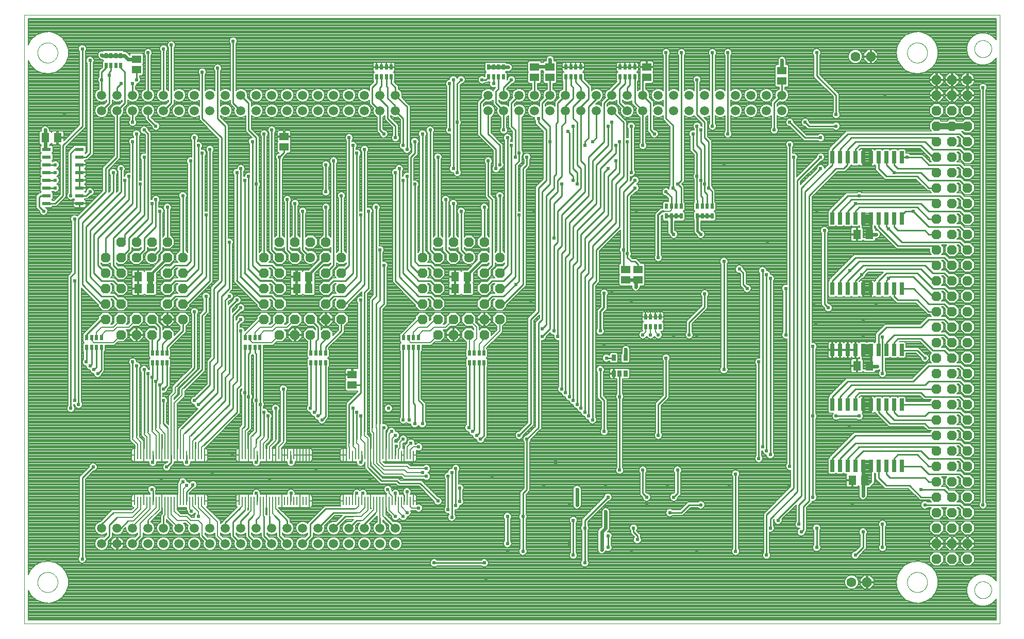
<source format=gbl>
G75*
%MOIN*%
%OFA0B0*%
%FSLAX25Y25*%
%IPPOS*%
%LPD*%
%AMOC8*
5,1,8,0,0,1.08239X$1,22.5*
%
%ADD10C,0.06300*%
%ADD11OC8,0.06300*%
%ADD12R,0.05118X0.06299*%
%ADD13R,0.05512X0.02362*%
%ADD14R,0.01969X0.03543*%
%ADD15R,0.02717X0.03898*%
%ADD16R,0.02600X0.08000*%
%ADD17R,0.01102X0.05630*%
%ADD18C,0.05937*%
%ADD19C,0.00000*%
%ADD20R,0.05906X0.05118*%
%ADD21C,0.01000*%
%ADD22C,0.02400*%
%ADD23C,0.01600*%
%ADD24C,0.03200*%
%ADD25C,0.00800*%
%ADD26C,0.01200*%
%ADD27C,0.02400*%
%ADD28C,0.04000*%
D10*
X0130833Y0311100D03*
X0233333Y0311100D03*
X0335833Y0311100D03*
X0585833Y0441100D03*
X0658333Y0426100D03*
X0583333Y0101100D03*
D11*
X0593333Y0101100D03*
X0638333Y0116100D03*
X0638333Y0126100D03*
X0638333Y0136100D03*
X0638333Y0146100D03*
X0638333Y0156100D03*
X0638333Y0166100D03*
X0638333Y0176100D03*
X0638333Y0186100D03*
X0638333Y0196100D03*
X0638333Y0206100D03*
X0638333Y0216100D03*
X0638333Y0226100D03*
X0638333Y0236100D03*
X0638333Y0246100D03*
X0638333Y0256100D03*
X0638333Y0266100D03*
X0638333Y0276100D03*
X0638333Y0286100D03*
X0638333Y0296100D03*
X0638333Y0306100D03*
X0638333Y0316100D03*
X0638333Y0326100D03*
X0638333Y0336100D03*
X0638333Y0346100D03*
X0638333Y0356100D03*
X0638333Y0366100D03*
X0638333Y0376100D03*
X0638333Y0386100D03*
X0638333Y0396100D03*
X0638333Y0406100D03*
X0638333Y0416100D03*
X0638333Y0426100D03*
X0648333Y0426100D03*
X0648333Y0416100D03*
X0658333Y0416100D03*
X0658333Y0406100D03*
X0648333Y0406100D03*
X0648333Y0396100D03*
X0658333Y0396100D03*
X0658333Y0386100D03*
X0648333Y0386100D03*
X0648333Y0376100D03*
X0658333Y0376100D03*
X0658333Y0366100D03*
X0648333Y0366100D03*
X0648333Y0356100D03*
X0658333Y0356100D03*
X0658333Y0346100D03*
X0648333Y0346100D03*
X0648333Y0336100D03*
X0648333Y0326100D03*
X0658333Y0326100D03*
X0658333Y0336100D03*
X0658333Y0316100D03*
X0648333Y0316100D03*
X0648333Y0306100D03*
X0658333Y0306100D03*
X0658333Y0296100D03*
X0648333Y0296100D03*
X0648333Y0286100D03*
X0658333Y0286100D03*
X0658333Y0276100D03*
X0648333Y0276100D03*
X0648333Y0266100D03*
X0658333Y0266100D03*
X0658333Y0256100D03*
X0648333Y0256100D03*
X0648333Y0246100D03*
X0658333Y0246100D03*
X0658333Y0236100D03*
X0648333Y0236100D03*
X0648333Y0226100D03*
X0658333Y0226100D03*
X0658333Y0216100D03*
X0648333Y0216100D03*
X0648333Y0206100D03*
X0658333Y0206100D03*
X0658333Y0196100D03*
X0648333Y0196100D03*
X0648333Y0186100D03*
X0658333Y0186100D03*
X0658333Y0176100D03*
X0648333Y0176100D03*
X0648333Y0166100D03*
X0658333Y0166100D03*
X0658333Y0156100D03*
X0648333Y0156100D03*
X0648333Y0146100D03*
X0648333Y0136100D03*
X0658333Y0136100D03*
X0658333Y0146100D03*
X0658333Y0126100D03*
X0648333Y0126100D03*
X0648333Y0116100D03*
X0658333Y0116100D03*
X0355833Y0271100D03*
X0355833Y0281100D03*
X0345833Y0281100D03*
X0345833Y0271100D03*
X0335833Y0271100D03*
X0325833Y0271100D03*
X0315833Y0271100D03*
X0305833Y0271100D03*
X0305833Y0281100D03*
X0315833Y0281100D03*
X0315833Y0291100D03*
X0305833Y0291100D03*
X0305833Y0301100D03*
X0315833Y0301100D03*
X0315833Y0311100D03*
X0305833Y0311100D03*
X0315833Y0321100D03*
X0325833Y0321100D03*
X0325833Y0311100D03*
X0335833Y0321100D03*
X0345833Y0321100D03*
X0345833Y0311100D03*
X0345833Y0301100D03*
X0345833Y0291100D03*
X0355833Y0291100D03*
X0355833Y0301100D03*
X0355833Y0311100D03*
X0345833Y0261100D03*
X0335833Y0261100D03*
X0325833Y0261100D03*
X0315833Y0261100D03*
X0253333Y0271100D03*
X0243333Y0271100D03*
X0243333Y0281100D03*
X0253333Y0281100D03*
X0253333Y0291100D03*
X0243333Y0291100D03*
X0243333Y0301100D03*
X0253333Y0301100D03*
X0253333Y0311100D03*
X0243333Y0311100D03*
X0243333Y0321100D03*
X0233333Y0321100D03*
X0223333Y0321100D03*
X0213333Y0321100D03*
X0213333Y0311100D03*
X0223333Y0311100D03*
X0213333Y0301100D03*
X0203333Y0301100D03*
X0203333Y0291100D03*
X0203333Y0281100D03*
X0203333Y0271100D03*
X0213333Y0271100D03*
X0213333Y0281100D03*
X0223333Y0271100D03*
X0233333Y0271100D03*
X0233333Y0261100D03*
X0223333Y0261100D03*
X0213333Y0261100D03*
X0243333Y0261100D03*
X0213333Y0291100D03*
X0203333Y0311100D03*
X0150833Y0311100D03*
X0140833Y0311100D03*
X0140833Y0301100D03*
X0140833Y0291100D03*
X0140833Y0281100D03*
X0140833Y0271100D03*
X0130833Y0271100D03*
X0120833Y0271100D03*
X0110833Y0271100D03*
X0100833Y0271100D03*
X0100833Y0281100D03*
X0110833Y0281100D03*
X0110833Y0291100D03*
X0100833Y0291100D03*
X0100833Y0301100D03*
X0110833Y0301100D03*
X0110833Y0311100D03*
X0100833Y0311100D03*
X0110833Y0321100D03*
X0120833Y0321100D03*
X0130833Y0321100D03*
X0140833Y0321100D03*
X0120833Y0311100D03*
X0150833Y0301100D03*
X0150833Y0291100D03*
X0150833Y0281100D03*
X0150833Y0271100D03*
X0140833Y0261100D03*
X0130833Y0261100D03*
X0120833Y0261100D03*
X0110833Y0261100D03*
X0595833Y0441100D03*
D12*
X0594770Y0326100D03*
X0586896Y0326100D03*
X0586896Y0241100D03*
X0594770Y0241100D03*
X0591770Y0167100D03*
X0583896Y0167100D03*
X0334770Y0291100D03*
X0326896Y0291100D03*
X0326896Y0298600D03*
X0334770Y0298600D03*
X0232270Y0298600D03*
X0224396Y0298600D03*
X0224396Y0291100D03*
X0232270Y0291100D03*
X0129770Y0291100D03*
X0121896Y0291100D03*
X0121896Y0298600D03*
X0129770Y0298600D03*
X0069770Y0388600D03*
X0061896Y0388600D03*
D13*
X0062644Y0381100D03*
X0062644Y0376100D03*
X0062644Y0371100D03*
X0062644Y0366100D03*
X0062644Y0361100D03*
X0062644Y0356100D03*
X0062644Y0351100D03*
X0062644Y0346100D03*
X0084022Y0346100D03*
X0084022Y0351100D03*
X0084022Y0356100D03*
X0084022Y0361100D03*
X0084022Y0366100D03*
X0084022Y0371100D03*
X0084022Y0376100D03*
X0084022Y0381100D03*
D14*
X0101109Y0435450D03*
X0104259Y0435450D03*
X0107408Y0435450D03*
X0110558Y0435450D03*
X0110558Y0441750D03*
X0107408Y0441750D03*
X0104259Y0441750D03*
X0101109Y0441750D03*
X0276109Y0434250D03*
X0279259Y0434250D03*
X0282408Y0434250D03*
X0285558Y0434250D03*
X0285558Y0427950D03*
X0282408Y0427950D03*
X0279259Y0427950D03*
X0276109Y0427950D03*
X0348609Y0427950D03*
X0351759Y0427950D03*
X0354908Y0427950D03*
X0358058Y0427950D03*
X0358058Y0434250D03*
X0354908Y0434250D03*
X0351759Y0434250D03*
X0348609Y0434250D03*
X0398609Y0434250D03*
X0401759Y0434250D03*
X0404908Y0434250D03*
X0408058Y0434250D03*
X0408058Y0427950D03*
X0404908Y0427950D03*
X0401759Y0427950D03*
X0398609Y0427950D03*
X0433609Y0427950D03*
X0436759Y0427950D03*
X0439908Y0427950D03*
X0443058Y0427950D03*
X0443058Y0434250D03*
X0439908Y0434250D03*
X0436759Y0434250D03*
X0433609Y0434250D03*
X0463609Y0344250D03*
X0466759Y0344250D03*
X0469908Y0344250D03*
X0473058Y0344250D03*
X0473058Y0337950D03*
X0469908Y0337950D03*
X0466759Y0337950D03*
X0463609Y0337950D03*
X0483609Y0337950D03*
X0486759Y0337950D03*
X0489908Y0337950D03*
X0493058Y0337950D03*
X0493058Y0344250D03*
X0489908Y0344250D03*
X0486759Y0344250D03*
X0483609Y0344250D03*
X0459558Y0272750D03*
X0456408Y0272750D03*
X0453259Y0272750D03*
X0450109Y0272750D03*
X0450109Y0266450D03*
X0453259Y0266450D03*
X0456408Y0266450D03*
X0459558Y0266450D03*
X0345558Y0249250D03*
X0342408Y0249250D03*
X0339259Y0249250D03*
X0336109Y0249250D03*
X0336109Y0242950D03*
X0339259Y0242950D03*
X0342408Y0242950D03*
X0345558Y0242950D03*
X0303058Y0252950D03*
X0299908Y0252950D03*
X0296759Y0252950D03*
X0293609Y0252950D03*
X0293609Y0259250D03*
X0296759Y0259250D03*
X0299908Y0259250D03*
X0303058Y0259250D03*
X0243058Y0249250D03*
X0239908Y0249250D03*
X0236759Y0249250D03*
X0233609Y0249250D03*
X0233609Y0242950D03*
X0236759Y0242950D03*
X0239908Y0242950D03*
X0243058Y0242950D03*
X0200558Y0252950D03*
X0197408Y0252950D03*
X0194259Y0252950D03*
X0191109Y0252950D03*
X0191109Y0259250D03*
X0194259Y0259250D03*
X0197408Y0259250D03*
X0200558Y0259250D03*
X0140558Y0249250D03*
X0137408Y0249250D03*
X0134259Y0249250D03*
X0131109Y0249250D03*
X0131109Y0242950D03*
X0134259Y0242950D03*
X0137408Y0242950D03*
X0140558Y0242950D03*
X0098058Y0252950D03*
X0094908Y0252950D03*
X0091759Y0252950D03*
X0088609Y0252950D03*
X0088609Y0259250D03*
X0091759Y0259250D03*
X0094908Y0259250D03*
X0098058Y0259250D03*
D15*
X0429593Y0246218D03*
X0437073Y0246218D03*
X0437073Y0236021D03*
X0433333Y0236021D03*
X0429593Y0236021D03*
D16*
X0570833Y0251300D03*
X0575833Y0251300D03*
X0580833Y0251300D03*
X0585833Y0251300D03*
X0590833Y0251300D03*
X0595833Y0251300D03*
X0600833Y0251300D03*
X0605833Y0251300D03*
X0610833Y0251300D03*
X0615833Y0251300D03*
X0615833Y0215900D03*
X0610833Y0215900D03*
X0605833Y0215900D03*
X0600833Y0215900D03*
X0595833Y0215900D03*
X0590833Y0215900D03*
X0585833Y0215900D03*
X0580833Y0215900D03*
X0575833Y0215900D03*
X0570833Y0215900D03*
X0570833Y0176300D03*
X0575833Y0176300D03*
X0580833Y0176300D03*
X0585833Y0176300D03*
X0590833Y0176300D03*
X0595833Y0176300D03*
X0600833Y0176300D03*
X0605833Y0176300D03*
X0610833Y0176300D03*
X0615833Y0176300D03*
X0615833Y0290900D03*
X0610833Y0290900D03*
X0605833Y0290900D03*
X0600833Y0290900D03*
X0595833Y0290900D03*
X0590833Y0290900D03*
X0585833Y0290900D03*
X0580833Y0290900D03*
X0575833Y0290900D03*
X0570833Y0290900D03*
X0570833Y0336300D03*
X0575833Y0336300D03*
X0580833Y0336300D03*
X0585833Y0336300D03*
X0590833Y0336300D03*
X0595833Y0336300D03*
X0600833Y0336300D03*
X0605833Y0336300D03*
X0610833Y0336300D03*
X0615833Y0336300D03*
X0615833Y0375900D03*
X0610833Y0375900D03*
X0605833Y0375900D03*
X0600833Y0375900D03*
X0595833Y0375900D03*
X0590833Y0375900D03*
X0585833Y0375900D03*
X0580833Y0375900D03*
X0575833Y0375900D03*
X0570833Y0375900D03*
D17*
X0299946Y0183387D03*
X0297978Y0183387D03*
X0296009Y0183387D03*
X0294041Y0183387D03*
X0292072Y0183387D03*
X0290104Y0183387D03*
X0288135Y0183387D03*
X0286167Y0183387D03*
X0284198Y0183387D03*
X0282230Y0183387D03*
X0280261Y0183387D03*
X0278293Y0183387D03*
X0276324Y0183387D03*
X0274356Y0183387D03*
X0272387Y0183387D03*
X0270419Y0183387D03*
X0268450Y0183387D03*
X0266482Y0183387D03*
X0264513Y0183387D03*
X0262545Y0183387D03*
X0260576Y0183387D03*
X0258608Y0183387D03*
X0256639Y0183387D03*
X0254671Y0183387D03*
X0232446Y0183387D03*
X0230478Y0183387D03*
X0228509Y0183387D03*
X0226541Y0183387D03*
X0224572Y0183387D03*
X0222604Y0183387D03*
X0220635Y0183387D03*
X0218667Y0183387D03*
X0216698Y0183387D03*
X0214730Y0183387D03*
X0212761Y0183387D03*
X0210793Y0183387D03*
X0208824Y0183387D03*
X0206856Y0183387D03*
X0204887Y0183387D03*
X0202919Y0183387D03*
X0200950Y0183387D03*
X0198982Y0183387D03*
X0197013Y0183387D03*
X0195045Y0183387D03*
X0193076Y0183387D03*
X0191108Y0183387D03*
X0189139Y0183387D03*
X0187171Y0183387D03*
X0164946Y0183387D03*
X0162978Y0183387D03*
X0161009Y0183387D03*
X0159041Y0183387D03*
X0157072Y0183387D03*
X0155104Y0183387D03*
X0153135Y0183387D03*
X0151167Y0183387D03*
X0149198Y0183387D03*
X0147230Y0183387D03*
X0145261Y0183387D03*
X0143293Y0183387D03*
X0141324Y0183387D03*
X0139356Y0183387D03*
X0137387Y0183387D03*
X0135419Y0183387D03*
X0133450Y0183387D03*
X0131482Y0183387D03*
X0129513Y0183387D03*
X0127545Y0183387D03*
X0125576Y0183387D03*
X0123608Y0183387D03*
X0121639Y0183387D03*
X0119671Y0183387D03*
X0119671Y0153663D03*
X0121639Y0153663D03*
X0123608Y0153663D03*
X0125576Y0153663D03*
X0127545Y0153663D03*
X0129513Y0153663D03*
X0131482Y0153663D03*
X0133450Y0153663D03*
X0135419Y0153663D03*
X0137387Y0153663D03*
X0139356Y0153663D03*
X0141324Y0153663D03*
X0143293Y0153663D03*
X0145261Y0153663D03*
X0147230Y0153663D03*
X0149198Y0153663D03*
X0151167Y0153663D03*
X0153135Y0153663D03*
X0155104Y0153663D03*
X0157072Y0153663D03*
X0159041Y0153663D03*
X0161009Y0153663D03*
X0162978Y0153663D03*
X0164946Y0153663D03*
X0187171Y0153663D03*
X0189139Y0153663D03*
X0191108Y0153663D03*
X0193076Y0153663D03*
X0195045Y0153663D03*
X0197013Y0153663D03*
X0198982Y0153663D03*
X0200950Y0153663D03*
X0202919Y0153663D03*
X0204887Y0153663D03*
X0206856Y0153663D03*
X0208824Y0153663D03*
X0210793Y0153663D03*
X0212761Y0153663D03*
X0214730Y0153663D03*
X0216698Y0153663D03*
X0218667Y0153663D03*
X0220635Y0153663D03*
X0222604Y0153663D03*
X0224572Y0153663D03*
X0226541Y0153663D03*
X0228509Y0153663D03*
X0230478Y0153663D03*
X0232446Y0153663D03*
X0254671Y0153663D03*
X0256639Y0153663D03*
X0258608Y0153663D03*
X0260576Y0153663D03*
X0262545Y0153663D03*
X0264513Y0153663D03*
X0266482Y0153663D03*
X0268450Y0153663D03*
X0270419Y0153663D03*
X0272387Y0153663D03*
X0274356Y0153663D03*
X0276324Y0153663D03*
X0278293Y0153663D03*
X0280261Y0153663D03*
X0282230Y0153663D03*
X0284198Y0153663D03*
X0286167Y0153663D03*
X0288135Y0153663D03*
X0290104Y0153663D03*
X0292072Y0153663D03*
X0294041Y0153663D03*
X0296009Y0153663D03*
X0297978Y0153663D03*
X0299946Y0153663D03*
D18*
X0288333Y0136100D03*
X0278333Y0136100D03*
X0268333Y0136100D03*
X0258333Y0136100D03*
X0248333Y0136100D03*
X0238333Y0136100D03*
X0228333Y0136100D03*
X0218333Y0136100D03*
X0208333Y0136100D03*
X0198333Y0136100D03*
X0188333Y0136100D03*
X0178333Y0136100D03*
X0168333Y0136100D03*
X0158333Y0136100D03*
X0148333Y0136100D03*
X0138333Y0136100D03*
X0128333Y0136100D03*
X0118333Y0136100D03*
X0108333Y0136100D03*
X0098333Y0136100D03*
X0098333Y0126100D03*
X0108333Y0126100D03*
X0118333Y0126100D03*
X0128333Y0126100D03*
X0138333Y0126100D03*
X0148333Y0126100D03*
X0158333Y0126100D03*
X0168333Y0126100D03*
X0178333Y0126100D03*
X0188333Y0126100D03*
X0198333Y0126100D03*
X0208333Y0126100D03*
X0218333Y0126100D03*
X0228333Y0126100D03*
X0238333Y0126100D03*
X0248333Y0126100D03*
X0258333Y0126100D03*
X0268333Y0126100D03*
X0278333Y0126100D03*
X0288333Y0126100D03*
X0288333Y0406100D03*
X0278333Y0406100D03*
X0268333Y0406100D03*
X0258333Y0406100D03*
X0248333Y0406100D03*
X0238333Y0406100D03*
X0228333Y0406100D03*
X0218333Y0406100D03*
X0208333Y0406100D03*
X0198333Y0406100D03*
X0188333Y0406100D03*
X0178333Y0406100D03*
X0168333Y0406100D03*
X0158333Y0406100D03*
X0148333Y0406100D03*
X0138333Y0406100D03*
X0128333Y0406100D03*
X0118333Y0406100D03*
X0108333Y0406100D03*
X0098333Y0406100D03*
X0098333Y0416100D03*
X0108333Y0416100D03*
X0118333Y0416100D03*
X0128333Y0416100D03*
X0138333Y0416100D03*
X0148333Y0416100D03*
X0158333Y0416100D03*
X0168333Y0416100D03*
X0178333Y0416100D03*
X0188333Y0416100D03*
X0198333Y0416100D03*
X0208333Y0416100D03*
X0218333Y0416100D03*
X0228333Y0416100D03*
X0238333Y0416100D03*
X0248333Y0416100D03*
X0258333Y0416100D03*
X0268333Y0416100D03*
X0278333Y0416100D03*
X0288333Y0416100D03*
X0348333Y0416100D03*
X0358333Y0416100D03*
X0368333Y0416100D03*
X0368333Y0406100D03*
X0358333Y0406100D03*
X0348333Y0406100D03*
X0378333Y0406100D03*
X0388333Y0406100D03*
X0388333Y0416100D03*
X0378333Y0416100D03*
X0398333Y0416100D03*
X0408333Y0416100D03*
X0418333Y0416100D03*
X0418333Y0406100D03*
X0408333Y0406100D03*
X0398333Y0406100D03*
X0428333Y0406100D03*
X0438333Y0406100D03*
X0438333Y0416100D03*
X0428333Y0416100D03*
X0448333Y0416100D03*
X0458333Y0416100D03*
X0468333Y0416100D03*
X0468333Y0406100D03*
X0458333Y0406100D03*
X0448333Y0406100D03*
X0478333Y0406100D03*
X0488333Y0406100D03*
X0488333Y0416100D03*
X0478333Y0416100D03*
X0498333Y0416100D03*
X0508333Y0416100D03*
X0508333Y0406100D03*
X0498333Y0406100D03*
X0518333Y0406100D03*
X0528333Y0406100D03*
X0538333Y0406100D03*
X0538333Y0416100D03*
X0528333Y0416100D03*
X0518333Y0416100D03*
D19*
X0048333Y0468000D02*
X0048333Y0074200D01*
X0679333Y0074200D01*
X0679333Y0468000D01*
X0048333Y0468000D01*
X0056833Y0443600D02*
X0056835Y0443761D01*
X0056841Y0443921D01*
X0056851Y0444082D01*
X0056865Y0444242D01*
X0056883Y0444402D01*
X0056904Y0444561D01*
X0056930Y0444720D01*
X0056960Y0444878D01*
X0056993Y0445035D01*
X0057031Y0445192D01*
X0057072Y0445347D01*
X0057117Y0445501D01*
X0057166Y0445654D01*
X0057219Y0445806D01*
X0057275Y0445957D01*
X0057336Y0446106D01*
X0057399Y0446254D01*
X0057467Y0446400D01*
X0057538Y0446544D01*
X0057612Y0446686D01*
X0057690Y0446827D01*
X0057772Y0446965D01*
X0057857Y0447102D01*
X0057945Y0447236D01*
X0058037Y0447368D01*
X0058132Y0447498D01*
X0058230Y0447626D01*
X0058331Y0447751D01*
X0058435Y0447873D01*
X0058542Y0447993D01*
X0058652Y0448110D01*
X0058765Y0448225D01*
X0058881Y0448336D01*
X0059000Y0448445D01*
X0059121Y0448550D01*
X0059245Y0448653D01*
X0059371Y0448753D01*
X0059499Y0448849D01*
X0059630Y0448942D01*
X0059764Y0449032D01*
X0059899Y0449119D01*
X0060037Y0449202D01*
X0060176Y0449282D01*
X0060318Y0449358D01*
X0060461Y0449431D01*
X0060606Y0449500D01*
X0060753Y0449566D01*
X0060901Y0449628D01*
X0061051Y0449686D01*
X0061202Y0449741D01*
X0061355Y0449792D01*
X0061509Y0449839D01*
X0061664Y0449882D01*
X0061820Y0449921D01*
X0061976Y0449957D01*
X0062134Y0449988D01*
X0062292Y0450016D01*
X0062451Y0450040D01*
X0062611Y0450060D01*
X0062771Y0450076D01*
X0062931Y0450088D01*
X0063092Y0450096D01*
X0063253Y0450100D01*
X0063413Y0450100D01*
X0063574Y0450096D01*
X0063735Y0450088D01*
X0063895Y0450076D01*
X0064055Y0450060D01*
X0064215Y0450040D01*
X0064374Y0450016D01*
X0064532Y0449988D01*
X0064690Y0449957D01*
X0064846Y0449921D01*
X0065002Y0449882D01*
X0065157Y0449839D01*
X0065311Y0449792D01*
X0065464Y0449741D01*
X0065615Y0449686D01*
X0065765Y0449628D01*
X0065913Y0449566D01*
X0066060Y0449500D01*
X0066205Y0449431D01*
X0066348Y0449358D01*
X0066490Y0449282D01*
X0066629Y0449202D01*
X0066767Y0449119D01*
X0066902Y0449032D01*
X0067036Y0448942D01*
X0067167Y0448849D01*
X0067295Y0448753D01*
X0067421Y0448653D01*
X0067545Y0448550D01*
X0067666Y0448445D01*
X0067785Y0448336D01*
X0067901Y0448225D01*
X0068014Y0448110D01*
X0068124Y0447993D01*
X0068231Y0447873D01*
X0068335Y0447751D01*
X0068436Y0447626D01*
X0068534Y0447498D01*
X0068629Y0447368D01*
X0068721Y0447236D01*
X0068809Y0447102D01*
X0068894Y0446965D01*
X0068976Y0446827D01*
X0069054Y0446686D01*
X0069128Y0446544D01*
X0069199Y0446400D01*
X0069267Y0446254D01*
X0069330Y0446106D01*
X0069391Y0445957D01*
X0069447Y0445806D01*
X0069500Y0445654D01*
X0069549Y0445501D01*
X0069594Y0445347D01*
X0069635Y0445192D01*
X0069673Y0445035D01*
X0069706Y0444878D01*
X0069736Y0444720D01*
X0069762Y0444561D01*
X0069783Y0444402D01*
X0069801Y0444242D01*
X0069815Y0444082D01*
X0069825Y0443921D01*
X0069831Y0443761D01*
X0069833Y0443600D01*
X0069831Y0443439D01*
X0069825Y0443279D01*
X0069815Y0443118D01*
X0069801Y0442958D01*
X0069783Y0442798D01*
X0069762Y0442639D01*
X0069736Y0442480D01*
X0069706Y0442322D01*
X0069673Y0442165D01*
X0069635Y0442008D01*
X0069594Y0441853D01*
X0069549Y0441699D01*
X0069500Y0441546D01*
X0069447Y0441394D01*
X0069391Y0441243D01*
X0069330Y0441094D01*
X0069267Y0440946D01*
X0069199Y0440800D01*
X0069128Y0440656D01*
X0069054Y0440514D01*
X0068976Y0440373D01*
X0068894Y0440235D01*
X0068809Y0440098D01*
X0068721Y0439964D01*
X0068629Y0439832D01*
X0068534Y0439702D01*
X0068436Y0439574D01*
X0068335Y0439449D01*
X0068231Y0439327D01*
X0068124Y0439207D01*
X0068014Y0439090D01*
X0067901Y0438975D01*
X0067785Y0438864D01*
X0067666Y0438755D01*
X0067545Y0438650D01*
X0067421Y0438547D01*
X0067295Y0438447D01*
X0067167Y0438351D01*
X0067036Y0438258D01*
X0066902Y0438168D01*
X0066767Y0438081D01*
X0066629Y0437998D01*
X0066490Y0437918D01*
X0066348Y0437842D01*
X0066205Y0437769D01*
X0066060Y0437700D01*
X0065913Y0437634D01*
X0065765Y0437572D01*
X0065615Y0437514D01*
X0065464Y0437459D01*
X0065311Y0437408D01*
X0065157Y0437361D01*
X0065002Y0437318D01*
X0064846Y0437279D01*
X0064690Y0437243D01*
X0064532Y0437212D01*
X0064374Y0437184D01*
X0064215Y0437160D01*
X0064055Y0437140D01*
X0063895Y0437124D01*
X0063735Y0437112D01*
X0063574Y0437104D01*
X0063413Y0437100D01*
X0063253Y0437100D01*
X0063092Y0437104D01*
X0062931Y0437112D01*
X0062771Y0437124D01*
X0062611Y0437140D01*
X0062451Y0437160D01*
X0062292Y0437184D01*
X0062134Y0437212D01*
X0061976Y0437243D01*
X0061820Y0437279D01*
X0061664Y0437318D01*
X0061509Y0437361D01*
X0061355Y0437408D01*
X0061202Y0437459D01*
X0061051Y0437514D01*
X0060901Y0437572D01*
X0060753Y0437634D01*
X0060606Y0437700D01*
X0060461Y0437769D01*
X0060318Y0437842D01*
X0060176Y0437918D01*
X0060037Y0437998D01*
X0059899Y0438081D01*
X0059764Y0438168D01*
X0059630Y0438258D01*
X0059499Y0438351D01*
X0059371Y0438447D01*
X0059245Y0438547D01*
X0059121Y0438650D01*
X0059000Y0438755D01*
X0058881Y0438864D01*
X0058765Y0438975D01*
X0058652Y0439090D01*
X0058542Y0439207D01*
X0058435Y0439327D01*
X0058331Y0439449D01*
X0058230Y0439574D01*
X0058132Y0439702D01*
X0058037Y0439832D01*
X0057945Y0439964D01*
X0057857Y0440098D01*
X0057772Y0440235D01*
X0057690Y0440373D01*
X0057612Y0440514D01*
X0057538Y0440656D01*
X0057467Y0440800D01*
X0057399Y0440946D01*
X0057336Y0441094D01*
X0057275Y0441243D01*
X0057219Y0441394D01*
X0057166Y0441546D01*
X0057117Y0441699D01*
X0057072Y0441853D01*
X0057031Y0442008D01*
X0056993Y0442165D01*
X0056960Y0442322D01*
X0056930Y0442480D01*
X0056904Y0442639D01*
X0056883Y0442798D01*
X0056865Y0442958D01*
X0056851Y0443118D01*
X0056841Y0443279D01*
X0056835Y0443439D01*
X0056833Y0443600D01*
X0056833Y0101100D02*
X0056835Y0101261D01*
X0056841Y0101421D01*
X0056851Y0101582D01*
X0056865Y0101742D01*
X0056883Y0101902D01*
X0056904Y0102061D01*
X0056930Y0102220D01*
X0056960Y0102378D01*
X0056993Y0102535D01*
X0057031Y0102692D01*
X0057072Y0102847D01*
X0057117Y0103001D01*
X0057166Y0103154D01*
X0057219Y0103306D01*
X0057275Y0103457D01*
X0057336Y0103606D01*
X0057399Y0103754D01*
X0057467Y0103900D01*
X0057538Y0104044D01*
X0057612Y0104186D01*
X0057690Y0104327D01*
X0057772Y0104465D01*
X0057857Y0104602D01*
X0057945Y0104736D01*
X0058037Y0104868D01*
X0058132Y0104998D01*
X0058230Y0105126D01*
X0058331Y0105251D01*
X0058435Y0105373D01*
X0058542Y0105493D01*
X0058652Y0105610D01*
X0058765Y0105725D01*
X0058881Y0105836D01*
X0059000Y0105945D01*
X0059121Y0106050D01*
X0059245Y0106153D01*
X0059371Y0106253D01*
X0059499Y0106349D01*
X0059630Y0106442D01*
X0059764Y0106532D01*
X0059899Y0106619D01*
X0060037Y0106702D01*
X0060176Y0106782D01*
X0060318Y0106858D01*
X0060461Y0106931D01*
X0060606Y0107000D01*
X0060753Y0107066D01*
X0060901Y0107128D01*
X0061051Y0107186D01*
X0061202Y0107241D01*
X0061355Y0107292D01*
X0061509Y0107339D01*
X0061664Y0107382D01*
X0061820Y0107421D01*
X0061976Y0107457D01*
X0062134Y0107488D01*
X0062292Y0107516D01*
X0062451Y0107540D01*
X0062611Y0107560D01*
X0062771Y0107576D01*
X0062931Y0107588D01*
X0063092Y0107596D01*
X0063253Y0107600D01*
X0063413Y0107600D01*
X0063574Y0107596D01*
X0063735Y0107588D01*
X0063895Y0107576D01*
X0064055Y0107560D01*
X0064215Y0107540D01*
X0064374Y0107516D01*
X0064532Y0107488D01*
X0064690Y0107457D01*
X0064846Y0107421D01*
X0065002Y0107382D01*
X0065157Y0107339D01*
X0065311Y0107292D01*
X0065464Y0107241D01*
X0065615Y0107186D01*
X0065765Y0107128D01*
X0065913Y0107066D01*
X0066060Y0107000D01*
X0066205Y0106931D01*
X0066348Y0106858D01*
X0066490Y0106782D01*
X0066629Y0106702D01*
X0066767Y0106619D01*
X0066902Y0106532D01*
X0067036Y0106442D01*
X0067167Y0106349D01*
X0067295Y0106253D01*
X0067421Y0106153D01*
X0067545Y0106050D01*
X0067666Y0105945D01*
X0067785Y0105836D01*
X0067901Y0105725D01*
X0068014Y0105610D01*
X0068124Y0105493D01*
X0068231Y0105373D01*
X0068335Y0105251D01*
X0068436Y0105126D01*
X0068534Y0104998D01*
X0068629Y0104868D01*
X0068721Y0104736D01*
X0068809Y0104602D01*
X0068894Y0104465D01*
X0068976Y0104327D01*
X0069054Y0104186D01*
X0069128Y0104044D01*
X0069199Y0103900D01*
X0069267Y0103754D01*
X0069330Y0103606D01*
X0069391Y0103457D01*
X0069447Y0103306D01*
X0069500Y0103154D01*
X0069549Y0103001D01*
X0069594Y0102847D01*
X0069635Y0102692D01*
X0069673Y0102535D01*
X0069706Y0102378D01*
X0069736Y0102220D01*
X0069762Y0102061D01*
X0069783Y0101902D01*
X0069801Y0101742D01*
X0069815Y0101582D01*
X0069825Y0101421D01*
X0069831Y0101261D01*
X0069833Y0101100D01*
X0069831Y0100939D01*
X0069825Y0100779D01*
X0069815Y0100618D01*
X0069801Y0100458D01*
X0069783Y0100298D01*
X0069762Y0100139D01*
X0069736Y0099980D01*
X0069706Y0099822D01*
X0069673Y0099665D01*
X0069635Y0099508D01*
X0069594Y0099353D01*
X0069549Y0099199D01*
X0069500Y0099046D01*
X0069447Y0098894D01*
X0069391Y0098743D01*
X0069330Y0098594D01*
X0069267Y0098446D01*
X0069199Y0098300D01*
X0069128Y0098156D01*
X0069054Y0098014D01*
X0068976Y0097873D01*
X0068894Y0097735D01*
X0068809Y0097598D01*
X0068721Y0097464D01*
X0068629Y0097332D01*
X0068534Y0097202D01*
X0068436Y0097074D01*
X0068335Y0096949D01*
X0068231Y0096827D01*
X0068124Y0096707D01*
X0068014Y0096590D01*
X0067901Y0096475D01*
X0067785Y0096364D01*
X0067666Y0096255D01*
X0067545Y0096150D01*
X0067421Y0096047D01*
X0067295Y0095947D01*
X0067167Y0095851D01*
X0067036Y0095758D01*
X0066902Y0095668D01*
X0066767Y0095581D01*
X0066629Y0095498D01*
X0066490Y0095418D01*
X0066348Y0095342D01*
X0066205Y0095269D01*
X0066060Y0095200D01*
X0065913Y0095134D01*
X0065765Y0095072D01*
X0065615Y0095014D01*
X0065464Y0094959D01*
X0065311Y0094908D01*
X0065157Y0094861D01*
X0065002Y0094818D01*
X0064846Y0094779D01*
X0064690Y0094743D01*
X0064532Y0094712D01*
X0064374Y0094684D01*
X0064215Y0094660D01*
X0064055Y0094640D01*
X0063895Y0094624D01*
X0063735Y0094612D01*
X0063574Y0094604D01*
X0063413Y0094600D01*
X0063253Y0094600D01*
X0063092Y0094604D01*
X0062931Y0094612D01*
X0062771Y0094624D01*
X0062611Y0094640D01*
X0062451Y0094660D01*
X0062292Y0094684D01*
X0062134Y0094712D01*
X0061976Y0094743D01*
X0061820Y0094779D01*
X0061664Y0094818D01*
X0061509Y0094861D01*
X0061355Y0094908D01*
X0061202Y0094959D01*
X0061051Y0095014D01*
X0060901Y0095072D01*
X0060753Y0095134D01*
X0060606Y0095200D01*
X0060461Y0095269D01*
X0060318Y0095342D01*
X0060176Y0095418D01*
X0060037Y0095498D01*
X0059899Y0095581D01*
X0059764Y0095668D01*
X0059630Y0095758D01*
X0059499Y0095851D01*
X0059371Y0095947D01*
X0059245Y0096047D01*
X0059121Y0096150D01*
X0059000Y0096255D01*
X0058881Y0096364D01*
X0058765Y0096475D01*
X0058652Y0096590D01*
X0058542Y0096707D01*
X0058435Y0096827D01*
X0058331Y0096949D01*
X0058230Y0097074D01*
X0058132Y0097202D01*
X0058037Y0097332D01*
X0057945Y0097464D01*
X0057857Y0097598D01*
X0057772Y0097735D01*
X0057690Y0097873D01*
X0057612Y0098014D01*
X0057538Y0098156D01*
X0057467Y0098300D01*
X0057399Y0098446D01*
X0057336Y0098594D01*
X0057275Y0098743D01*
X0057219Y0098894D01*
X0057166Y0099046D01*
X0057117Y0099199D01*
X0057072Y0099353D01*
X0057031Y0099508D01*
X0056993Y0099665D01*
X0056960Y0099822D01*
X0056930Y0099980D01*
X0056904Y0100139D01*
X0056883Y0100298D01*
X0056865Y0100458D01*
X0056851Y0100618D01*
X0056841Y0100779D01*
X0056835Y0100939D01*
X0056833Y0101100D01*
X0619333Y0101100D02*
X0619335Y0101261D01*
X0619341Y0101421D01*
X0619351Y0101582D01*
X0619365Y0101742D01*
X0619383Y0101902D01*
X0619404Y0102061D01*
X0619430Y0102220D01*
X0619460Y0102378D01*
X0619493Y0102535D01*
X0619531Y0102692D01*
X0619572Y0102847D01*
X0619617Y0103001D01*
X0619666Y0103154D01*
X0619719Y0103306D01*
X0619775Y0103457D01*
X0619836Y0103606D01*
X0619899Y0103754D01*
X0619967Y0103900D01*
X0620038Y0104044D01*
X0620112Y0104186D01*
X0620190Y0104327D01*
X0620272Y0104465D01*
X0620357Y0104602D01*
X0620445Y0104736D01*
X0620537Y0104868D01*
X0620632Y0104998D01*
X0620730Y0105126D01*
X0620831Y0105251D01*
X0620935Y0105373D01*
X0621042Y0105493D01*
X0621152Y0105610D01*
X0621265Y0105725D01*
X0621381Y0105836D01*
X0621500Y0105945D01*
X0621621Y0106050D01*
X0621745Y0106153D01*
X0621871Y0106253D01*
X0621999Y0106349D01*
X0622130Y0106442D01*
X0622264Y0106532D01*
X0622399Y0106619D01*
X0622537Y0106702D01*
X0622676Y0106782D01*
X0622818Y0106858D01*
X0622961Y0106931D01*
X0623106Y0107000D01*
X0623253Y0107066D01*
X0623401Y0107128D01*
X0623551Y0107186D01*
X0623702Y0107241D01*
X0623855Y0107292D01*
X0624009Y0107339D01*
X0624164Y0107382D01*
X0624320Y0107421D01*
X0624476Y0107457D01*
X0624634Y0107488D01*
X0624792Y0107516D01*
X0624951Y0107540D01*
X0625111Y0107560D01*
X0625271Y0107576D01*
X0625431Y0107588D01*
X0625592Y0107596D01*
X0625753Y0107600D01*
X0625913Y0107600D01*
X0626074Y0107596D01*
X0626235Y0107588D01*
X0626395Y0107576D01*
X0626555Y0107560D01*
X0626715Y0107540D01*
X0626874Y0107516D01*
X0627032Y0107488D01*
X0627190Y0107457D01*
X0627346Y0107421D01*
X0627502Y0107382D01*
X0627657Y0107339D01*
X0627811Y0107292D01*
X0627964Y0107241D01*
X0628115Y0107186D01*
X0628265Y0107128D01*
X0628413Y0107066D01*
X0628560Y0107000D01*
X0628705Y0106931D01*
X0628848Y0106858D01*
X0628990Y0106782D01*
X0629129Y0106702D01*
X0629267Y0106619D01*
X0629402Y0106532D01*
X0629536Y0106442D01*
X0629667Y0106349D01*
X0629795Y0106253D01*
X0629921Y0106153D01*
X0630045Y0106050D01*
X0630166Y0105945D01*
X0630285Y0105836D01*
X0630401Y0105725D01*
X0630514Y0105610D01*
X0630624Y0105493D01*
X0630731Y0105373D01*
X0630835Y0105251D01*
X0630936Y0105126D01*
X0631034Y0104998D01*
X0631129Y0104868D01*
X0631221Y0104736D01*
X0631309Y0104602D01*
X0631394Y0104465D01*
X0631476Y0104327D01*
X0631554Y0104186D01*
X0631628Y0104044D01*
X0631699Y0103900D01*
X0631767Y0103754D01*
X0631830Y0103606D01*
X0631891Y0103457D01*
X0631947Y0103306D01*
X0632000Y0103154D01*
X0632049Y0103001D01*
X0632094Y0102847D01*
X0632135Y0102692D01*
X0632173Y0102535D01*
X0632206Y0102378D01*
X0632236Y0102220D01*
X0632262Y0102061D01*
X0632283Y0101902D01*
X0632301Y0101742D01*
X0632315Y0101582D01*
X0632325Y0101421D01*
X0632331Y0101261D01*
X0632333Y0101100D01*
X0632331Y0100939D01*
X0632325Y0100779D01*
X0632315Y0100618D01*
X0632301Y0100458D01*
X0632283Y0100298D01*
X0632262Y0100139D01*
X0632236Y0099980D01*
X0632206Y0099822D01*
X0632173Y0099665D01*
X0632135Y0099508D01*
X0632094Y0099353D01*
X0632049Y0099199D01*
X0632000Y0099046D01*
X0631947Y0098894D01*
X0631891Y0098743D01*
X0631830Y0098594D01*
X0631767Y0098446D01*
X0631699Y0098300D01*
X0631628Y0098156D01*
X0631554Y0098014D01*
X0631476Y0097873D01*
X0631394Y0097735D01*
X0631309Y0097598D01*
X0631221Y0097464D01*
X0631129Y0097332D01*
X0631034Y0097202D01*
X0630936Y0097074D01*
X0630835Y0096949D01*
X0630731Y0096827D01*
X0630624Y0096707D01*
X0630514Y0096590D01*
X0630401Y0096475D01*
X0630285Y0096364D01*
X0630166Y0096255D01*
X0630045Y0096150D01*
X0629921Y0096047D01*
X0629795Y0095947D01*
X0629667Y0095851D01*
X0629536Y0095758D01*
X0629402Y0095668D01*
X0629267Y0095581D01*
X0629129Y0095498D01*
X0628990Y0095418D01*
X0628848Y0095342D01*
X0628705Y0095269D01*
X0628560Y0095200D01*
X0628413Y0095134D01*
X0628265Y0095072D01*
X0628115Y0095014D01*
X0627964Y0094959D01*
X0627811Y0094908D01*
X0627657Y0094861D01*
X0627502Y0094818D01*
X0627346Y0094779D01*
X0627190Y0094743D01*
X0627032Y0094712D01*
X0626874Y0094684D01*
X0626715Y0094660D01*
X0626555Y0094640D01*
X0626395Y0094624D01*
X0626235Y0094612D01*
X0626074Y0094604D01*
X0625913Y0094600D01*
X0625753Y0094600D01*
X0625592Y0094604D01*
X0625431Y0094612D01*
X0625271Y0094624D01*
X0625111Y0094640D01*
X0624951Y0094660D01*
X0624792Y0094684D01*
X0624634Y0094712D01*
X0624476Y0094743D01*
X0624320Y0094779D01*
X0624164Y0094818D01*
X0624009Y0094861D01*
X0623855Y0094908D01*
X0623702Y0094959D01*
X0623551Y0095014D01*
X0623401Y0095072D01*
X0623253Y0095134D01*
X0623106Y0095200D01*
X0622961Y0095269D01*
X0622818Y0095342D01*
X0622676Y0095418D01*
X0622537Y0095498D01*
X0622399Y0095581D01*
X0622264Y0095668D01*
X0622130Y0095758D01*
X0621999Y0095851D01*
X0621871Y0095947D01*
X0621745Y0096047D01*
X0621621Y0096150D01*
X0621500Y0096255D01*
X0621381Y0096364D01*
X0621265Y0096475D01*
X0621152Y0096590D01*
X0621042Y0096707D01*
X0620935Y0096827D01*
X0620831Y0096949D01*
X0620730Y0097074D01*
X0620632Y0097202D01*
X0620537Y0097332D01*
X0620445Y0097464D01*
X0620357Y0097598D01*
X0620272Y0097735D01*
X0620190Y0097873D01*
X0620112Y0098014D01*
X0620038Y0098156D01*
X0619967Y0098300D01*
X0619899Y0098446D01*
X0619836Y0098594D01*
X0619775Y0098743D01*
X0619719Y0098894D01*
X0619666Y0099046D01*
X0619617Y0099199D01*
X0619572Y0099353D01*
X0619531Y0099508D01*
X0619493Y0099665D01*
X0619460Y0099822D01*
X0619430Y0099980D01*
X0619404Y0100139D01*
X0619383Y0100298D01*
X0619365Y0100458D01*
X0619351Y0100618D01*
X0619341Y0100779D01*
X0619335Y0100939D01*
X0619333Y0101100D01*
X0662833Y0096100D02*
X0662835Y0096248D01*
X0662841Y0096396D01*
X0662851Y0096544D01*
X0662865Y0096692D01*
X0662883Y0096839D01*
X0662905Y0096986D01*
X0662931Y0097132D01*
X0662960Y0097277D01*
X0662994Y0097422D01*
X0663032Y0097565D01*
X0663073Y0097708D01*
X0663118Y0097849D01*
X0663168Y0097989D01*
X0663220Y0098127D01*
X0663277Y0098265D01*
X0663337Y0098400D01*
X0663401Y0098534D01*
X0663468Y0098666D01*
X0663539Y0098796D01*
X0663614Y0098925D01*
X0663692Y0099051D01*
X0663773Y0099175D01*
X0663857Y0099297D01*
X0663945Y0099416D01*
X0664036Y0099533D01*
X0664130Y0099648D01*
X0664228Y0099760D01*
X0664328Y0099869D01*
X0664431Y0099976D01*
X0664537Y0100080D01*
X0664645Y0100181D01*
X0664757Y0100279D01*
X0664871Y0100374D01*
X0664987Y0100465D01*
X0665106Y0100554D01*
X0665227Y0100639D01*
X0665351Y0100721D01*
X0665477Y0100800D01*
X0665604Y0100875D01*
X0665734Y0100947D01*
X0665866Y0101016D01*
X0665999Y0101080D01*
X0666134Y0101141D01*
X0666271Y0101199D01*
X0666409Y0101253D01*
X0666549Y0101303D01*
X0666690Y0101349D01*
X0666832Y0101391D01*
X0666975Y0101430D01*
X0667119Y0101464D01*
X0667265Y0101495D01*
X0667410Y0101522D01*
X0667557Y0101545D01*
X0667704Y0101564D01*
X0667852Y0101579D01*
X0667999Y0101590D01*
X0668148Y0101597D01*
X0668296Y0101600D01*
X0668444Y0101599D01*
X0668592Y0101594D01*
X0668740Y0101585D01*
X0668888Y0101572D01*
X0669036Y0101555D01*
X0669182Y0101534D01*
X0669329Y0101509D01*
X0669474Y0101480D01*
X0669619Y0101448D01*
X0669762Y0101411D01*
X0669905Y0101371D01*
X0670047Y0101326D01*
X0670187Y0101278D01*
X0670326Y0101226D01*
X0670463Y0101171D01*
X0670599Y0101111D01*
X0670734Y0101048D01*
X0670866Y0100982D01*
X0670997Y0100912D01*
X0671126Y0100838D01*
X0671252Y0100761D01*
X0671377Y0100681D01*
X0671499Y0100597D01*
X0671620Y0100510D01*
X0671737Y0100420D01*
X0671853Y0100326D01*
X0671965Y0100230D01*
X0672075Y0100131D01*
X0672183Y0100028D01*
X0672287Y0099923D01*
X0672389Y0099815D01*
X0672487Y0099704D01*
X0672583Y0099591D01*
X0672676Y0099475D01*
X0672765Y0099357D01*
X0672851Y0099236D01*
X0672934Y0099113D01*
X0673014Y0098988D01*
X0673090Y0098861D01*
X0673163Y0098731D01*
X0673232Y0098600D01*
X0673297Y0098467D01*
X0673360Y0098333D01*
X0673418Y0098196D01*
X0673473Y0098058D01*
X0673523Y0097919D01*
X0673571Y0097778D01*
X0673614Y0097637D01*
X0673654Y0097494D01*
X0673689Y0097350D01*
X0673721Y0097205D01*
X0673749Y0097059D01*
X0673773Y0096913D01*
X0673793Y0096766D01*
X0673809Y0096618D01*
X0673821Y0096471D01*
X0673829Y0096322D01*
X0673833Y0096174D01*
X0673833Y0096026D01*
X0673829Y0095878D01*
X0673821Y0095729D01*
X0673809Y0095582D01*
X0673793Y0095434D01*
X0673773Y0095287D01*
X0673749Y0095141D01*
X0673721Y0094995D01*
X0673689Y0094850D01*
X0673654Y0094706D01*
X0673614Y0094563D01*
X0673571Y0094422D01*
X0673523Y0094281D01*
X0673473Y0094142D01*
X0673418Y0094004D01*
X0673360Y0093867D01*
X0673297Y0093733D01*
X0673232Y0093600D01*
X0673163Y0093469D01*
X0673090Y0093339D01*
X0673014Y0093212D01*
X0672934Y0093087D01*
X0672851Y0092964D01*
X0672765Y0092843D01*
X0672676Y0092725D01*
X0672583Y0092609D01*
X0672487Y0092496D01*
X0672389Y0092385D01*
X0672287Y0092277D01*
X0672183Y0092172D01*
X0672075Y0092069D01*
X0671965Y0091970D01*
X0671853Y0091874D01*
X0671737Y0091780D01*
X0671620Y0091690D01*
X0671499Y0091603D01*
X0671377Y0091519D01*
X0671252Y0091439D01*
X0671126Y0091362D01*
X0670997Y0091288D01*
X0670866Y0091218D01*
X0670734Y0091152D01*
X0670599Y0091089D01*
X0670463Y0091029D01*
X0670326Y0090974D01*
X0670187Y0090922D01*
X0670047Y0090874D01*
X0669905Y0090829D01*
X0669762Y0090789D01*
X0669619Y0090752D01*
X0669474Y0090720D01*
X0669329Y0090691D01*
X0669182Y0090666D01*
X0669036Y0090645D01*
X0668888Y0090628D01*
X0668740Y0090615D01*
X0668592Y0090606D01*
X0668444Y0090601D01*
X0668296Y0090600D01*
X0668148Y0090603D01*
X0667999Y0090610D01*
X0667852Y0090621D01*
X0667704Y0090636D01*
X0667557Y0090655D01*
X0667410Y0090678D01*
X0667265Y0090705D01*
X0667119Y0090736D01*
X0666975Y0090770D01*
X0666832Y0090809D01*
X0666690Y0090851D01*
X0666549Y0090897D01*
X0666409Y0090947D01*
X0666271Y0091001D01*
X0666134Y0091059D01*
X0665999Y0091120D01*
X0665866Y0091184D01*
X0665734Y0091253D01*
X0665604Y0091325D01*
X0665477Y0091400D01*
X0665351Y0091479D01*
X0665227Y0091561D01*
X0665106Y0091646D01*
X0664987Y0091735D01*
X0664871Y0091826D01*
X0664757Y0091921D01*
X0664645Y0092019D01*
X0664537Y0092120D01*
X0664431Y0092224D01*
X0664328Y0092331D01*
X0664228Y0092440D01*
X0664130Y0092552D01*
X0664036Y0092667D01*
X0663945Y0092784D01*
X0663857Y0092903D01*
X0663773Y0093025D01*
X0663692Y0093149D01*
X0663614Y0093275D01*
X0663539Y0093404D01*
X0663468Y0093534D01*
X0663401Y0093666D01*
X0663337Y0093800D01*
X0663277Y0093935D01*
X0663220Y0094073D01*
X0663168Y0094211D01*
X0663118Y0094351D01*
X0663073Y0094492D01*
X0663032Y0094635D01*
X0662994Y0094778D01*
X0662960Y0094923D01*
X0662931Y0095068D01*
X0662905Y0095214D01*
X0662883Y0095361D01*
X0662865Y0095508D01*
X0662851Y0095656D01*
X0662841Y0095804D01*
X0662835Y0095952D01*
X0662833Y0096100D01*
X0619333Y0443600D02*
X0619335Y0443761D01*
X0619341Y0443921D01*
X0619351Y0444082D01*
X0619365Y0444242D01*
X0619383Y0444402D01*
X0619404Y0444561D01*
X0619430Y0444720D01*
X0619460Y0444878D01*
X0619493Y0445035D01*
X0619531Y0445192D01*
X0619572Y0445347D01*
X0619617Y0445501D01*
X0619666Y0445654D01*
X0619719Y0445806D01*
X0619775Y0445957D01*
X0619836Y0446106D01*
X0619899Y0446254D01*
X0619967Y0446400D01*
X0620038Y0446544D01*
X0620112Y0446686D01*
X0620190Y0446827D01*
X0620272Y0446965D01*
X0620357Y0447102D01*
X0620445Y0447236D01*
X0620537Y0447368D01*
X0620632Y0447498D01*
X0620730Y0447626D01*
X0620831Y0447751D01*
X0620935Y0447873D01*
X0621042Y0447993D01*
X0621152Y0448110D01*
X0621265Y0448225D01*
X0621381Y0448336D01*
X0621500Y0448445D01*
X0621621Y0448550D01*
X0621745Y0448653D01*
X0621871Y0448753D01*
X0621999Y0448849D01*
X0622130Y0448942D01*
X0622264Y0449032D01*
X0622399Y0449119D01*
X0622537Y0449202D01*
X0622676Y0449282D01*
X0622818Y0449358D01*
X0622961Y0449431D01*
X0623106Y0449500D01*
X0623253Y0449566D01*
X0623401Y0449628D01*
X0623551Y0449686D01*
X0623702Y0449741D01*
X0623855Y0449792D01*
X0624009Y0449839D01*
X0624164Y0449882D01*
X0624320Y0449921D01*
X0624476Y0449957D01*
X0624634Y0449988D01*
X0624792Y0450016D01*
X0624951Y0450040D01*
X0625111Y0450060D01*
X0625271Y0450076D01*
X0625431Y0450088D01*
X0625592Y0450096D01*
X0625753Y0450100D01*
X0625913Y0450100D01*
X0626074Y0450096D01*
X0626235Y0450088D01*
X0626395Y0450076D01*
X0626555Y0450060D01*
X0626715Y0450040D01*
X0626874Y0450016D01*
X0627032Y0449988D01*
X0627190Y0449957D01*
X0627346Y0449921D01*
X0627502Y0449882D01*
X0627657Y0449839D01*
X0627811Y0449792D01*
X0627964Y0449741D01*
X0628115Y0449686D01*
X0628265Y0449628D01*
X0628413Y0449566D01*
X0628560Y0449500D01*
X0628705Y0449431D01*
X0628848Y0449358D01*
X0628990Y0449282D01*
X0629129Y0449202D01*
X0629267Y0449119D01*
X0629402Y0449032D01*
X0629536Y0448942D01*
X0629667Y0448849D01*
X0629795Y0448753D01*
X0629921Y0448653D01*
X0630045Y0448550D01*
X0630166Y0448445D01*
X0630285Y0448336D01*
X0630401Y0448225D01*
X0630514Y0448110D01*
X0630624Y0447993D01*
X0630731Y0447873D01*
X0630835Y0447751D01*
X0630936Y0447626D01*
X0631034Y0447498D01*
X0631129Y0447368D01*
X0631221Y0447236D01*
X0631309Y0447102D01*
X0631394Y0446965D01*
X0631476Y0446827D01*
X0631554Y0446686D01*
X0631628Y0446544D01*
X0631699Y0446400D01*
X0631767Y0446254D01*
X0631830Y0446106D01*
X0631891Y0445957D01*
X0631947Y0445806D01*
X0632000Y0445654D01*
X0632049Y0445501D01*
X0632094Y0445347D01*
X0632135Y0445192D01*
X0632173Y0445035D01*
X0632206Y0444878D01*
X0632236Y0444720D01*
X0632262Y0444561D01*
X0632283Y0444402D01*
X0632301Y0444242D01*
X0632315Y0444082D01*
X0632325Y0443921D01*
X0632331Y0443761D01*
X0632333Y0443600D01*
X0632331Y0443439D01*
X0632325Y0443279D01*
X0632315Y0443118D01*
X0632301Y0442958D01*
X0632283Y0442798D01*
X0632262Y0442639D01*
X0632236Y0442480D01*
X0632206Y0442322D01*
X0632173Y0442165D01*
X0632135Y0442008D01*
X0632094Y0441853D01*
X0632049Y0441699D01*
X0632000Y0441546D01*
X0631947Y0441394D01*
X0631891Y0441243D01*
X0631830Y0441094D01*
X0631767Y0440946D01*
X0631699Y0440800D01*
X0631628Y0440656D01*
X0631554Y0440514D01*
X0631476Y0440373D01*
X0631394Y0440235D01*
X0631309Y0440098D01*
X0631221Y0439964D01*
X0631129Y0439832D01*
X0631034Y0439702D01*
X0630936Y0439574D01*
X0630835Y0439449D01*
X0630731Y0439327D01*
X0630624Y0439207D01*
X0630514Y0439090D01*
X0630401Y0438975D01*
X0630285Y0438864D01*
X0630166Y0438755D01*
X0630045Y0438650D01*
X0629921Y0438547D01*
X0629795Y0438447D01*
X0629667Y0438351D01*
X0629536Y0438258D01*
X0629402Y0438168D01*
X0629267Y0438081D01*
X0629129Y0437998D01*
X0628990Y0437918D01*
X0628848Y0437842D01*
X0628705Y0437769D01*
X0628560Y0437700D01*
X0628413Y0437634D01*
X0628265Y0437572D01*
X0628115Y0437514D01*
X0627964Y0437459D01*
X0627811Y0437408D01*
X0627657Y0437361D01*
X0627502Y0437318D01*
X0627346Y0437279D01*
X0627190Y0437243D01*
X0627032Y0437212D01*
X0626874Y0437184D01*
X0626715Y0437160D01*
X0626555Y0437140D01*
X0626395Y0437124D01*
X0626235Y0437112D01*
X0626074Y0437104D01*
X0625913Y0437100D01*
X0625753Y0437100D01*
X0625592Y0437104D01*
X0625431Y0437112D01*
X0625271Y0437124D01*
X0625111Y0437140D01*
X0624951Y0437160D01*
X0624792Y0437184D01*
X0624634Y0437212D01*
X0624476Y0437243D01*
X0624320Y0437279D01*
X0624164Y0437318D01*
X0624009Y0437361D01*
X0623855Y0437408D01*
X0623702Y0437459D01*
X0623551Y0437514D01*
X0623401Y0437572D01*
X0623253Y0437634D01*
X0623106Y0437700D01*
X0622961Y0437769D01*
X0622818Y0437842D01*
X0622676Y0437918D01*
X0622537Y0437998D01*
X0622399Y0438081D01*
X0622264Y0438168D01*
X0622130Y0438258D01*
X0621999Y0438351D01*
X0621871Y0438447D01*
X0621745Y0438547D01*
X0621621Y0438650D01*
X0621500Y0438755D01*
X0621381Y0438864D01*
X0621265Y0438975D01*
X0621152Y0439090D01*
X0621042Y0439207D01*
X0620935Y0439327D01*
X0620831Y0439449D01*
X0620730Y0439574D01*
X0620632Y0439702D01*
X0620537Y0439832D01*
X0620445Y0439964D01*
X0620357Y0440098D01*
X0620272Y0440235D01*
X0620190Y0440373D01*
X0620112Y0440514D01*
X0620038Y0440656D01*
X0619967Y0440800D01*
X0619899Y0440946D01*
X0619836Y0441094D01*
X0619775Y0441243D01*
X0619719Y0441394D01*
X0619666Y0441546D01*
X0619617Y0441699D01*
X0619572Y0441853D01*
X0619531Y0442008D01*
X0619493Y0442165D01*
X0619460Y0442322D01*
X0619430Y0442480D01*
X0619404Y0442639D01*
X0619383Y0442798D01*
X0619365Y0442958D01*
X0619351Y0443118D01*
X0619341Y0443279D01*
X0619335Y0443439D01*
X0619333Y0443600D01*
X0662833Y0446100D02*
X0662835Y0446248D01*
X0662841Y0446396D01*
X0662851Y0446544D01*
X0662865Y0446692D01*
X0662883Y0446839D01*
X0662905Y0446986D01*
X0662931Y0447132D01*
X0662960Y0447277D01*
X0662994Y0447422D01*
X0663032Y0447565D01*
X0663073Y0447708D01*
X0663118Y0447849D01*
X0663168Y0447989D01*
X0663220Y0448127D01*
X0663277Y0448265D01*
X0663337Y0448400D01*
X0663401Y0448534D01*
X0663468Y0448666D01*
X0663539Y0448796D01*
X0663614Y0448925D01*
X0663692Y0449051D01*
X0663773Y0449175D01*
X0663857Y0449297D01*
X0663945Y0449416D01*
X0664036Y0449533D01*
X0664130Y0449648D01*
X0664228Y0449760D01*
X0664328Y0449869D01*
X0664431Y0449976D01*
X0664537Y0450080D01*
X0664645Y0450181D01*
X0664757Y0450279D01*
X0664871Y0450374D01*
X0664987Y0450465D01*
X0665106Y0450554D01*
X0665227Y0450639D01*
X0665351Y0450721D01*
X0665477Y0450800D01*
X0665604Y0450875D01*
X0665734Y0450947D01*
X0665866Y0451016D01*
X0665999Y0451080D01*
X0666134Y0451141D01*
X0666271Y0451199D01*
X0666409Y0451253D01*
X0666549Y0451303D01*
X0666690Y0451349D01*
X0666832Y0451391D01*
X0666975Y0451430D01*
X0667119Y0451464D01*
X0667265Y0451495D01*
X0667410Y0451522D01*
X0667557Y0451545D01*
X0667704Y0451564D01*
X0667852Y0451579D01*
X0667999Y0451590D01*
X0668148Y0451597D01*
X0668296Y0451600D01*
X0668444Y0451599D01*
X0668592Y0451594D01*
X0668740Y0451585D01*
X0668888Y0451572D01*
X0669036Y0451555D01*
X0669182Y0451534D01*
X0669329Y0451509D01*
X0669474Y0451480D01*
X0669619Y0451448D01*
X0669762Y0451411D01*
X0669905Y0451371D01*
X0670047Y0451326D01*
X0670187Y0451278D01*
X0670326Y0451226D01*
X0670463Y0451171D01*
X0670599Y0451111D01*
X0670734Y0451048D01*
X0670866Y0450982D01*
X0670997Y0450912D01*
X0671126Y0450838D01*
X0671252Y0450761D01*
X0671377Y0450681D01*
X0671499Y0450597D01*
X0671620Y0450510D01*
X0671737Y0450420D01*
X0671853Y0450326D01*
X0671965Y0450230D01*
X0672075Y0450131D01*
X0672183Y0450028D01*
X0672287Y0449923D01*
X0672389Y0449815D01*
X0672487Y0449704D01*
X0672583Y0449591D01*
X0672676Y0449475D01*
X0672765Y0449357D01*
X0672851Y0449236D01*
X0672934Y0449113D01*
X0673014Y0448988D01*
X0673090Y0448861D01*
X0673163Y0448731D01*
X0673232Y0448600D01*
X0673297Y0448467D01*
X0673360Y0448333D01*
X0673418Y0448196D01*
X0673473Y0448058D01*
X0673523Y0447919D01*
X0673571Y0447778D01*
X0673614Y0447637D01*
X0673654Y0447494D01*
X0673689Y0447350D01*
X0673721Y0447205D01*
X0673749Y0447059D01*
X0673773Y0446913D01*
X0673793Y0446766D01*
X0673809Y0446618D01*
X0673821Y0446471D01*
X0673829Y0446322D01*
X0673833Y0446174D01*
X0673833Y0446026D01*
X0673829Y0445878D01*
X0673821Y0445729D01*
X0673809Y0445582D01*
X0673793Y0445434D01*
X0673773Y0445287D01*
X0673749Y0445141D01*
X0673721Y0444995D01*
X0673689Y0444850D01*
X0673654Y0444706D01*
X0673614Y0444563D01*
X0673571Y0444422D01*
X0673523Y0444281D01*
X0673473Y0444142D01*
X0673418Y0444004D01*
X0673360Y0443867D01*
X0673297Y0443733D01*
X0673232Y0443600D01*
X0673163Y0443469D01*
X0673090Y0443339D01*
X0673014Y0443212D01*
X0672934Y0443087D01*
X0672851Y0442964D01*
X0672765Y0442843D01*
X0672676Y0442725D01*
X0672583Y0442609D01*
X0672487Y0442496D01*
X0672389Y0442385D01*
X0672287Y0442277D01*
X0672183Y0442172D01*
X0672075Y0442069D01*
X0671965Y0441970D01*
X0671853Y0441874D01*
X0671737Y0441780D01*
X0671620Y0441690D01*
X0671499Y0441603D01*
X0671377Y0441519D01*
X0671252Y0441439D01*
X0671126Y0441362D01*
X0670997Y0441288D01*
X0670866Y0441218D01*
X0670734Y0441152D01*
X0670599Y0441089D01*
X0670463Y0441029D01*
X0670326Y0440974D01*
X0670187Y0440922D01*
X0670047Y0440874D01*
X0669905Y0440829D01*
X0669762Y0440789D01*
X0669619Y0440752D01*
X0669474Y0440720D01*
X0669329Y0440691D01*
X0669182Y0440666D01*
X0669036Y0440645D01*
X0668888Y0440628D01*
X0668740Y0440615D01*
X0668592Y0440606D01*
X0668444Y0440601D01*
X0668296Y0440600D01*
X0668148Y0440603D01*
X0667999Y0440610D01*
X0667852Y0440621D01*
X0667704Y0440636D01*
X0667557Y0440655D01*
X0667410Y0440678D01*
X0667265Y0440705D01*
X0667119Y0440736D01*
X0666975Y0440770D01*
X0666832Y0440809D01*
X0666690Y0440851D01*
X0666549Y0440897D01*
X0666409Y0440947D01*
X0666271Y0441001D01*
X0666134Y0441059D01*
X0665999Y0441120D01*
X0665866Y0441184D01*
X0665734Y0441253D01*
X0665604Y0441325D01*
X0665477Y0441400D01*
X0665351Y0441479D01*
X0665227Y0441561D01*
X0665106Y0441646D01*
X0664987Y0441735D01*
X0664871Y0441826D01*
X0664757Y0441921D01*
X0664645Y0442019D01*
X0664537Y0442120D01*
X0664431Y0442224D01*
X0664328Y0442331D01*
X0664228Y0442440D01*
X0664130Y0442552D01*
X0664036Y0442667D01*
X0663945Y0442784D01*
X0663857Y0442903D01*
X0663773Y0443025D01*
X0663692Y0443149D01*
X0663614Y0443275D01*
X0663539Y0443404D01*
X0663468Y0443534D01*
X0663401Y0443666D01*
X0663337Y0443800D01*
X0663277Y0443935D01*
X0663220Y0444073D01*
X0663168Y0444211D01*
X0663118Y0444351D01*
X0663073Y0444492D01*
X0663032Y0444635D01*
X0662994Y0444778D01*
X0662960Y0444923D01*
X0662931Y0445068D01*
X0662905Y0445214D01*
X0662883Y0445361D01*
X0662865Y0445508D01*
X0662851Y0445656D01*
X0662841Y0445804D01*
X0662835Y0445952D01*
X0662833Y0446100D01*
D20*
X0538333Y0431946D03*
X0538333Y0425254D03*
X0450833Y0427754D03*
X0450833Y0434446D03*
X0388333Y0434446D03*
X0378333Y0434446D03*
X0378333Y0427754D03*
X0388333Y0427754D03*
X0437333Y0303446D03*
X0437333Y0296754D03*
X0445333Y0296754D03*
X0445333Y0303446D03*
X0260333Y0235446D03*
X0260333Y0228754D03*
X0216333Y0382754D03*
X0216333Y0389446D03*
X0120833Y0432754D03*
X0120833Y0439446D03*
D21*
X0128333Y0443600D02*
X0128333Y0416100D01*
X0138333Y0416100D02*
X0138333Y0446100D01*
X0143333Y0448600D02*
X0143333Y0411100D01*
X0138333Y0406100D01*
X0128333Y0406100D02*
X0128333Y0401100D01*
X0133333Y0396100D01*
X0128333Y0391100D02*
X0125833Y0393600D01*
X0128333Y0391100D02*
X0128333Y0336100D01*
X0115833Y0323600D01*
X0115833Y0316100D01*
X0110833Y0311100D01*
X0105833Y0306100D02*
X0105833Y0323600D01*
X0123333Y0341100D01*
X0123333Y0358600D01*
X0115833Y0363600D02*
X0115833Y0348600D01*
X0093333Y0326100D01*
X0093333Y0301100D01*
X0098333Y0296100D01*
X0105833Y0296100D01*
X0110833Y0291100D01*
X0105833Y0286100D02*
X0098333Y0286100D01*
X0088333Y0296100D01*
X0088333Y0331100D01*
X0110833Y0353600D01*
X0110833Y0368600D01*
X0105833Y0366100D02*
X0105833Y0353600D01*
X0085833Y0333600D01*
X0085833Y0293600D01*
X0098333Y0281100D01*
X0100833Y0281100D01*
X0105833Y0286100D02*
X0110833Y0281100D01*
X0100833Y0271100D02*
X0098333Y0271100D01*
X0088609Y0261376D01*
X0088609Y0259250D01*
X0088609Y0252950D02*
X0088609Y0243876D01*
X0088333Y0243600D01*
X0090833Y0241100D02*
X0091759Y0242025D01*
X0091759Y0252950D01*
X0094908Y0252950D02*
X0094908Y0240175D01*
X0093333Y0238600D01*
X0095833Y0236100D02*
X0098058Y0238324D01*
X0098058Y0252950D01*
X0098058Y0259250D02*
X0098058Y0260824D01*
X0118333Y0243600D02*
X0118333Y0194600D01*
X0120833Y0195600D02*
X0120833Y0241100D01*
X0125833Y0238600D02*
X0125833Y0197600D01*
X0128333Y0198600D02*
X0128333Y0236100D01*
X0130833Y0233600D02*
X0130833Y0199600D01*
X0133333Y0201100D02*
X0133333Y0231100D01*
X0134259Y0232025D01*
X0134259Y0242950D01*
X0137408Y0242950D02*
X0137408Y0230175D01*
X0135833Y0228600D01*
X0135833Y0203600D01*
X0138333Y0203600D02*
X0138333Y0218600D01*
X0138333Y0226100D02*
X0140558Y0228324D01*
X0140558Y0242950D01*
X0140558Y0249250D02*
X0140558Y0253324D01*
X0150833Y0263600D01*
X0150833Y0271100D01*
X0158333Y0276100D02*
X0158333Y0239600D01*
X0146833Y0228100D01*
X0151333Y0226600D02*
X0163333Y0238600D01*
X0163333Y0273600D01*
X0165833Y0276100D01*
X0165833Y0286100D01*
X0170833Y0291100D02*
X0170833Y0246100D01*
X0168333Y0243600D01*
X0168333Y0228600D01*
X0158333Y0218600D01*
X0160833Y0216100D02*
X0170833Y0226100D01*
X0170833Y0241100D01*
X0173333Y0243600D01*
X0173333Y0288600D01*
X0178333Y0293600D01*
X0178333Y0396100D01*
X0173333Y0401100D01*
X0173333Y0433600D01*
X0163333Y0431100D02*
X0163333Y0401100D01*
X0175833Y0388600D01*
X0175833Y0296100D01*
X0170833Y0291100D01*
X0168333Y0296100D02*
X0153333Y0281100D01*
X0150833Y0281100D01*
X0153333Y0286100D02*
X0145833Y0286100D01*
X0140833Y0281100D01*
X0130833Y0271100D02*
X0135833Y0266100D01*
X0135833Y0258600D01*
X0134259Y0257025D01*
X0134259Y0249250D01*
X0137408Y0249250D02*
X0137408Y0255175D01*
X0140833Y0258600D01*
X0140833Y0261100D01*
X0130833Y0261100D02*
X0130833Y0249525D01*
X0131109Y0249250D01*
X0131109Y0242950D02*
X0131109Y0233876D01*
X0130833Y0233600D01*
X0138333Y0203600D02*
X0140833Y0201100D01*
X0150333Y0200600D02*
X0173333Y0223600D01*
X0173333Y0238600D01*
X0175833Y0241100D01*
X0175833Y0286100D01*
X0180833Y0291100D01*
X0180833Y0321100D01*
X0195833Y0306100D02*
X0195833Y0386100D01*
X0198333Y0388600D02*
X0198333Y0358600D01*
X0198333Y0308600D01*
X0200833Y0306100D01*
X0208333Y0306100D01*
X0213333Y0301100D01*
X0208333Y0296100D02*
X0213333Y0291100D01*
X0208333Y0286100D02*
X0213333Y0281100D01*
X0233333Y0271100D02*
X0238333Y0266100D01*
X0238333Y0258600D01*
X0236759Y0257025D01*
X0236759Y0249250D01*
X0239908Y0249250D02*
X0239908Y0255175D01*
X0243333Y0258600D01*
X0243333Y0261100D01*
X0243058Y0253324D02*
X0253333Y0263600D01*
X0253333Y0271100D01*
X0253333Y0281100D02*
X0255833Y0281100D01*
X0268333Y0293600D01*
X0268333Y0381100D01*
X0263333Y0378600D02*
X0263333Y0298600D01*
X0255833Y0291100D01*
X0253333Y0291100D01*
X0255833Y0286100D02*
X0248333Y0286100D01*
X0243333Y0281100D01*
X0243333Y0291100D02*
X0248333Y0296100D01*
X0255833Y0296100D01*
X0260833Y0301100D01*
X0260833Y0383600D01*
X0258333Y0388600D02*
X0258333Y0306100D01*
X0253333Y0301100D01*
X0248333Y0306100D02*
X0248333Y0373600D01*
X0243333Y0371100D02*
X0243333Y0353600D01*
X0253333Y0351100D02*
X0253333Y0311100D01*
X0248333Y0306100D02*
X0243333Y0301100D01*
X0233333Y0311100D02*
X0228333Y0316100D01*
X0228333Y0341100D01*
X0223333Y0346100D02*
X0223333Y0321100D01*
X0218333Y0316100D02*
X0218333Y0348600D01*
X0193333Y0363600D02*
X0193333Y0303600D01*
X0190833Y0301100D02*
X0190833Y0361100D01*
X0185833Y0366100D02*
X0185833Y0296100D01*
X0188333Y0298600D02*
X0188333Y0368600D01*
X0168333Y0381100D02*
X0168333Y0296100D01*
X0165833Y0298600D02*
X0153333Y0286100D01*
X0153333Y0291100D02*
X0163333Y0301100D01*
X0163333Y0378600D01*
X0160833Y0383600D02*
X0160833Y0303600D01*
X0153333Y0296100D01*
X0145833Y0296100D01*
X0140833Y0291100D01*
X0140833Y0301100D02*
X0145833Y0306100D01*
X0153333Y0306100D01*
X0155833Y0308600D01*
X0155833Y0373600D01*
X0158333Y0388600D02*
X0158333Y0306100D01*
X0153333Y0301100D01*
X0150833Y0301100D01*
X0150833Y0291100D02*
X0153333Y0291100D01*
X0165833Y0298600D02*
X0165833Y0338600D01*
X0150833Y0351100D02*
X0150833Y0311100D01*
X0140833Y0321100D02*
X0140833Y0343600D01*
X0135833Y0341100D02*
X0135833Y0316100D01*
X0130833Y0311100D01*
X0125833Y0316100D02*
X0125833Y0323600D01*
X0133333Y0331100D01*
X0133333Y0348600D01*
X0130833Y0346100D02*
X0130833Y0333600D01*
X0120833Y0323600D01*
X0120833Y0321100D01*
X0125833Y0316100D02*
X0120833Y0311100D01*
X0110833Y0301100D02*
X0105833Y0306100D01*
X0100833Y0301100D02*
X0095833Y0306100D01*
X0095833Y0323600D01*
X0118333Y0346100D01*
X0118333Y0386100D01*
X0120833Y0391100D02*
X0120833Y0343600D01*
X0100833Y0323600D01*
X0100833Y0311100D01*
X0110833Y0321100D02*
X0113333Y0323600D01*
X0113333Y0326100D01*
X0125833Y0338600D01*
X0125833Y0376100D01*
X0108333Y0376100D02*
X0108333Y0406100D01*
X0113333Y0411100D01*
X0113333Y0431100D01*
X0110558Y0433876D01*
X0110558Y0435450D01*
X0104259Y0435450D02*
X0104259Y0432025D01*
X0103333Y0431100D01*
X0103333Y0429100D01*
X0103333Y0411100D01*
X0098333Y0406100D01*
X0085833Y0396100D02*
X0073333Y0383600D01*
X0073333Y0351100D01*
X0068333Y0346100D01*
X0062644Y0346100D01*
X0062644Y0351100D02*
X0058833Y0351100D01*
X0057833Y0350100D01*
X0057833Y0344100D01*
X0060833Y0341100D01*
X0062644Y0356100D02*
X0068333Y0356100D01*
X0068333Y0361100D02*
X0062644Y0361100D01*
X0062644Y0366100D02*
X0068333Y0366100D01*
X0068333Y0371100D02*
X0062644Y0371100D01*
X0078333Y0378600D02*
X0080833Y0381100D01*
X0084022Y0381100D01*
X0084022Y0376100D02*
X0088333Y0376100D01*
X0090833Y0378600D01*
X0090833Y0438600D01*
X0098333Y0431100D02*
X0098333Y0426100D01*
X0098333Y0416100D01*
X0108333Y0416100D02*
X0108333Y0421100D01*
X0110833Y0423600D01*
X0118333Y0423600D02*
X0118333Y0416100D01*
X0118333Y0406100D02*
X0118333Y0398600D01*
X0108333Y0376100D02*
X0100833Y0368600D01*
X0100833Y0353600D01*
X0083333Y0336100D01*
X0083333Y0216100D01*
X0080833Y0218600D02*
X0080833Y0296100D01*
X0078333Y0298600D02*
X0078333Y0213600D01*
X0092833Y0175600D02*
X0085833Y0168600D01*
X0085833Y0116100D01*
X0098333Y0126100D02*
X0103333Y0131100D01*
X0103333Y0138100D01*
X0108333Y0143100D01*
X0105833Y0146100D02*
X0098333Y0138600D01*
X0098333Y0136100D01*
X0108333Y0136100D02*
X0110833Y0136100D01*
X0115333Y0140600D01*
X0118333Y0137100D02*
X0118333Y0136100D01*
X0123333Y0131100D02*
X0118333Y0126100D01*
X0128333Y0136100D02*
X0128333Y0141100D01*
X0138333Y0143600D02*
X0138333Y0136100D01*
X0131482Y0153663D02*
X0131482Y0160452D01*
X0130833Y0161100D01*
X0140333Y0175600D02*
X0143333Y0178600D01*
X0143333Y0183346D01*
X0143293Y0183387D01*
X0153135Y0183387D02*
X0153135Y0178798D01*
X0153333Y0178600D01*
X0157333Y0164100D02*
X0157333Y0163600D01*
X0153135Y0159402D01*
X0153135Y0153663D01*
X0163333Y0131100D02*
X0168333Y0126100D01*
X0178333Y0136100D02*
X0178333Y0139600D01*
X0187833Y0149100D01*
X0190833Y0147600D02*
X0183333Y0140100D01*
X0183333Y0131100D01*
X0188333Y0126100D01*
X0193333Y0131100D02*
X0198333Y0126100D01*
X0193333Y0131100D02*
X0193333Y0141100D01*
X0195833Y0143600D01*
X0193333Y0145600D02*
X0188333Y0140600D01*
X0188333Y0136100D01*
X0198333Y0136100D02*
X0198333Y0141600D01*
X0199833Y0143100D01*
X0203333Y0143600D02*
X0203333Y0131100D01*
X0208333Y0126100D01*
X0213333Y0131100D02*
X0213333Y0141100D01*
X0210333Y0144100D01*
X0206856Y0143578D02*
X0206833Y0143600D01*
X0206856Y0143578D02*
X0206856Y0137578D01*
X0208333Y0136100D01*
X0213333Y0131100D02*
X0218333Y0126100D01*
X0218333Y0136100D02*
X0218333Y0141100D01*
X0211833Y0147600D01*
X0198982Y0153663D02*
X0198982Y0157952D01*
X0198333Y0158600D01*
X0198333Y0178600D02*
X0198982Y0179248D01*
X0198982Y0183387D01*
X0198333Y0191100D02*
X0198333Y0193600D01*
X0200833Y0196100D01*
X0200833Y0216100D01*
X0200833Y0252675D01*
X0200558Y0252950D01*
X0197408Y0252950D02*
X0197408Y0249525D01*
X0198333Y0248600D01*
X0198333Y0218600D01*
X0198333Y0198600D01*
X0195833Y0196100D01*
X0192108Y0199874D02*
X0193333Y0201100D01*
X0193333Y0221100D01*
X0193333Y0248600D01*
X0194259Y0249525D01*
X0194259Y0252950D01*
X0191109Y0252950D02*
X0190833Y0252675D01*
X0190833Y0223600D01*
X0190833Y0202100D01*
X0189833Y0201100D01*
X0185833Y0211100D02*
X0164333Y0189600D01*
X0162333Y0192600D02*
X0183333Y0213600D01*
X0183333Y0228600D01*
X0185833Y0231100D01*
X0185833Y0268600D01*
X0188333Y0271100D01*
X0183333Y0273600D02*
X0188333Y0278600D01*
X0185833Y0283600D02*
X0180833Y0278600D01*
X0180833Y0236100D01*
X0178333Y0233600D01*
X0178333Y0218600D01*
X0155833Y0196100D01*
X0158333Y0193600D02*
X0180833Y0216100D01*
X0180833Y0231100D01*
X0183333Y0233600D01*
X0183333Y0273600D01*
X0178333Y0283600D02*
X0180833Y0286100D01*
X0178333Y0283600D02*
X0178333Y0238600D01*
X0175833Y0236100D01*
X0175833Y0221100D01*
X0152333Y0197600D01*
X0131482Y0183387D02*
X0131482Y0178748D01*
X0131333Y0178600D01*
X0185833Y0211100D02*
X0185833Y0226100D01*
X0188333Y0228600D01*
X0188333Y0263600D01*
X0233333Y0261100D02*
X0233333Y0249525D01*
X0233609Y0249250D01*
X0233609Y0242950D02*
X0233609Y0213600D01*
X0233333Y0213600D01*
X0235833Y0211100D02*
X0236759Y0212025D01*
X0236759Y0242950D01*
X0239908Y0242950D02*
X0239908Y0210175D01*
X0238333Y0208600D01*
X0240833Y0206100D02*
X0243058Y0208324D01*
X0243058Y0242950D01*
X0243058Y0249250D02*
X0243058Y0253324D01*
X0260333Y0228754D02*
X0265680Y0228754D01*
X0265833Y0228600D01*
X0265833Y0283600D01*
X0268333Y0288600D02*
X0268333Y0198600D01*
X0265833Y0196100D02*
X0265833Y0208600D01*
X0263333Y0211100D02*
X0263333Y0193600D01*
X0260833Y0190100D02*
X0260833Y0213600D01*
X0258333Y0216100D02*
X0265833Y0223600D01*
X0265833Y0228600D01*
X0258333Y0216100D02*
X0258333Y0191100D01*
X0266482Y0183387D02*
X0266482Y0179248D01*
X0265833Y0178600D01*
X0271333Y0174600D02*
X0279333Y0166600D01*
X0289333Y0166600D01*
X0290833Y0165100D01*
X0304333Y0165100D01*
X0315833Y0153600D01*
X0322333Y0148100D02*
X0322333Y0169600D01*
X0324833Y0172100D02*
X0324833Y0143100D01*
X0327333Y0150600D02*
X0327333Y0174600D01*
X0329833Y0162100D02*
X0329833Y0153324D01*
X0360833Y0143600D02*
X0360833Y0126100D01*
X0370833Y0121100D02*
X0370833Y0143600D01*
X0370833Y0158600D01*
X0373333Y0161100D01*
X0373333Y0193600D01*
X0380833Y0201100D01*
X0380833Y0268600D01*
X0383333Y0271100D01*
X0383333Y0353600D01*
X0388333Y0358600D01*
X0388333Y0386100D01*
X0388333Y0396100D01*
X0383333Y0401100D01*
X0383333Y0411100D01*
X0388333Y0416100D01*
X0388333Y0427754D01*
X0378333Y0427754D02*
X0378333Y0416100D01*
X0368333Y0416100D02*
X0363333Y0411100D01*
X0363333Y0396100D01*
X0365833Y0393600D01*
X0365833Y0376100D01*
X0368333Y0378600D02*
X0368333Y0373600D01*
X0365833Y0371100D01*
X0365833Y0298600D01*
X0358333Y0291100D01*
X0355833Y0291100D01*
X0358333Y0286100D02*
X0350833Y0286100D01*
X0345833Y0281100D01*
X0345833Y0291100D02*
X0350833Y0296100D01*
X0358333Y0296100D01*
X0363333Y0301100D01*
X0363333Y0383600D01*
X0360833Y0388600D02*
X0360833Y0306100D01*
X0355833Y0301100D01*
X0350833Y0306100D02*
X0350833Y0348600D01*
X0348333Y0351100D01*
X0348333Y0373600D01*
X0353333Y0368600D02*
X0353333Y0381100D01*
X0343333Y0391100D01*
X0343333Y0411100D01*
X0348333Y0416100D01*
X0353333Y0418600D02*
X0353333Y0411100D01*
X0358333Y0406100D01*
X0358333Y0393600D01*
X0355833Y0383600D02*
X0348333Y0391100D01*
X0348333Y0406100D01*
X0358333Y0416100D02*
X0358333Y0421100D01*
X0363333Y0426100D01*
X0354908Y0427950D02*
X0354908Y0420175D01*
X0353333Y0418600D01*
X0351833Y0423600D02*
X0351759Y0423675D01*
X0351759Y0427950D01*
X0348609Y0427950D02*
X0346759Y0426100D01*
X0344333Y0426100D01*
X0348333Y0427675D02*
X0348609Y0427950D01*
X0349235Y0434250D02*
X0349109Y0434376D01*
X0361184Y0434250D02*
X0361333Y0434100D01*
X0388333Y0434446D02*
X0388487Y0434600D01*
X0398609Y0427950D02*
X0398609Y0416376D01*
X0398333Y0416100D01*
X0393333Y0411100D01*
X0393333Y0398600D01*
X0392333Y0397600D01*
X0392333Y0365100D01*
X0390833Y0363600D01*
X0390833Y0356100D01*
X0385833Y0351100D01*
X0385833Y0267600D01*
X0383333Y0265100D01*
X0383333Y0260100D02*
X0388333Y0265100D01*
X0388333Y0348600D01*
X0393333Y0353600D01*
X0393333Y0361100D01*
X0395833Y0363600D01*
X0395833Y0396100D01*
X0398333Y0398600D01*
X0398333Y0406100D01*
X0398333Y0409100D01*
X0403333Y0414100D01*
X0403333Y0421100D01*
X0401759Y0422675D01*
X0401759Y0427950D01*
X0404908Y0427950D02*
X0404908Y0424525D01*
X0408333Y0421100D01*
X0408333Y0416100D01*
X0408333Y0413600D01*
X0403333Y0408600D01*
X0403333Y0401100D01*
X0405833Y0398600D01*
X0405833Y0371100D01*
X0408333Y0368600D01*
X0408333Y0356100D01*
X0393333Y0341100D01*
X0393333Y0321100D01*
X0390833Y0318600D01*
X0390833Y0263600D01*
X0393333Y0260100D02*
X0393333Y0316100D01*
X0395833Y0318600D01*
X0395833Y0338600D01*
X0410833Y0353600D01*
X0410833Y0371100D01*
X0408333Y0373600D01*
X0408333Y0406100D01*
X0408333Y0408600D01*
X0413333Y0413600D01*
X0413333Y0421100D01*
X0408058Y0426376D01*
X0408058Y0427950D01*
X0418333Y0416100D02*
X0418333Y0413600D01*
X0413333Y0408600D01*
X0413333Y0388600D01*
X0410833Y0386100D01*
X0410833Y0383600D01*
X0415833Y0386100D02*
X0418333Y0388600D01*
X0418333Y0406100D01*
X0423333Y0411100D02*
X0423333Y0386100D01*
X0413333Y0376100D01*
X0413333Y0351100D01*
X0398333Y0336100D01*
X0398333Y0316100D01*
X0395833Y0313600D01*
X0395833Y0226100D01*
X0398333Y0223600D02*
X0398333Y0311100D01*
X0400833Y0313600D01*
X0400833Y0333600D01*
X0415833Y0348600D01*
X0415833Y0373600D01*
X0425833Y0383600D01*
X0425833Y0396100D01*
X0428333Y0398600D02*
X0428333Y0381100D01*
X0418333Y0371100D01*
X0418333Y0346100D01*
X0403333Y0331100D01*
X0403333Y0311100D01*
X0400833Y0308600D01*
X0400833Y0221100D01*
X0403333Y0218600D02*
X0403333Y0306100D01*
X0405833Y0308600D01*
X0405833Y0328600D01*
X0420833Y0343600D01*
X0420833Y0368600D01*
X0430833Y0378600D01*
X0430833Y0383600D01*
X0433333Y0386100D02*
X0433333Y0366100D01*
X0428333Y0361100D01*
X0428333Y0336100D01*
X0413333Y0321100D01*
X0413333Y0301100D01*
X0410833Y0298600D01*
X0410833Y0211100D01*
X0408333Y0213600D02*
X0408333Y0301100D01*
X0410833Y0303600D01*
X0410833Y0323600D01*
X0425833Y0338600D01*
X0425833Y0363600D01*
X0430833Y0368600D01*
X0430833Y0373600D01*
X0425833Y0368600D02*
X0423333Y0366100D01*
X0423333Y0341100D01*
X0408333Y0326100D01*
X0408333Y0306100D01*
X0405833Y0303600D01*
X0405833Y0216100D01*
X0413333Y0208600D02*
X0413333Y0296100D01*
X0415833Y0298600D01*
X0415833Y0318600D01*
X0430833Y0333600D01*
X0430833Y0358600D01*
X0435833Y0363600D01*
X0435833Y0398600D01*
X0428333Y0406100D01*
X0423333Y0411100D02*
X0428333Y0416100D01*
X0428333Y0419100D01*
X0433609Y0424376D01*
X0433609Y0427950D01*
X0436759Y0427950D02*
X0436759Y0423525D01*
X0433333Y0420100D01*
X0433333Y0411100D01*
X0438333Y0406100D01*
X0443058Y0411376D02*
X0448333Y0406100D01*
X0448333Y0383600D01*
X0438333Y0386100D02*
X0438333Y0361100D01*
X0433333Y0356100D01*
X0433333Y0331100D01*
X0418333Y0316100D01*
X0418333Y0296100D01*
X0415833Y0293600D01*
X0415833Y0206100D01*
X0423333Y0198600D02*
X0423333Y0218600D01*
X0420833Y0221100D01*
X0420833Y0238600D01*
X0424833Y0246100D02*
X0429593Y0246100D01*
X0429593Y0246218D01*
X0433333Y0236021D02*
X0433333Y0221100D01*
X0433333Y0173600D01*
X0448333Y0173600D02*
X0448333Y0158600D01*
X0450833Y0156100D01*
X0468333Y0156100D02*
X0470833Y0158600D01*
X0470833Y0173600D01*
X0458333Y0196100D02*
X0458333Y0216100D01*
X0463333Y0221100D01*
X0463333Y0246100D01*
X0478333Y0261100D02*
X0478333Y0269100D01*
X0488333Y0279100D01*
X0488333Y0287600D01*
X0500833Y0308600D02*
X0500833Y0238600D01*
X0523333Y0243600D02*
X0523333Y0181100D01*
X0528333Y0186100D02*
X0528333Y0300100D01*
X0525833Y0302600D02*
X0525833Y0188600D01*
X0530833Y0183600D02*
X0530833Y0297600D01*
X0540833Y0291100D02*
X0540833Y0261100D01*
X0558333Y0253600D02*
X0558333Y0208600D01*
X0558333Y0156100D01*
X0555833Y0153600D02*
X0555833Y0351100D01*
X0573333Y0368600D01*
X0578333Y0368600D01*
X0580633Y0370900D01*
X0580633Y0375900D01*
X0580833Y0375900D01*
X0580833Y0381100D01*
X0585833Y0386100D01*
X0630833Y0386100D01*
X0635833Y0381100D01*
X0653333Y0381100D01*
X0658333Y0376100D01*
X0653333Y0371100D02*
X0658333Y0366100D01*
X0653333Y0361100D02*
X0633333Y0361100D01*
X0628333Y0366100D01*
X0610833Y0366100D01*
X0605833Y0371100D01*
X0605833Y0375900D01*
X0600833Y0375900D02*
X0600833Y0368600D01*
X0605833Y0363600D01*
X0625833Y0363600D01*
X0633333Y0356100D01*
X0638333Y0356100D01*
X0635833Y0348600D02*
X0638333Y0346100D01*
X0635833Y0348600D02*
X0583333Y0348600D01*
X0575833Y0341100D01*
X0575833Y0336300D01*
X0570833Y0336300D02*
X0570833Y0341100D01*
X0580833Y0351100D01*
X0588333Y0351100D01*
X0653333Y0351100D01*
X0658333Y0346100D01*
X0653333Y0341100D02*
X0658333Y0336100D01*
X0653333Y0331100D02*
X0658333Y0326100D01*
X0653333Y0321100D02*
X0615833Y0321100D01*
X0607083Y0329850D01*
X0605833Y0331100D01*
X0605833Y0336300D01*
X0600833Y0336300D02*
X0600833Y0331100D01*
X0613333Y0318600D01*
X0635833Y0318600D01*
X0638333Y0316100D01*
X0643333Y0311100D02*
X0585833Y0311100D01*
X0570833Y0296100D01*
X0570833Y0290900D01*
X0575833Y0290900D02*
X0575833Y0296100D01*
X0582333Y0302600D01*
X0588333Y0308600D01*
X0635833Y0308600D01*
X0638333Y0306100D01*
X0635833Y0301100D02*
X0643333Y0301100D01*
X0648333Y0296100D01*
X0643333Y0291100D02*
X0635833Y0291100D01*
X0625833Y0301100D01*
X0605833Y0301100D01*
X0600833Y0296100D01*
X0600833Y0290900D01*
X0605833Y0290900D02*
X0605833Y0296100D01*
X0607333Y0297600D01*
X0608333Y0298600D01*
X0623333Y0298600D01*
X0635833Y0286100D01*
X0638333Y0286100D01*
X0633333Y0281100D02*
X0643333Y0281100D01*
X0648333Y0276100D01*
X0643333Y0271100D02*
X0648333Y0266100D01*
X0643333Y0261100D02*
X0610833Y0261100D01*
X0605833Y0256100D01*
X0605833Y0251300D01*
X0600833Y0251300D02*
X0600833Y0261100D01*
X0605833Y0266100D01*
X0628333Y0266100D01*
X0633333Y0271100D01*
X0643333Y0271100D01*
X0638333Y0276100D02*
X0633333Y0276100D01*
X0625833Y0283600D01*
X0613333Y0283600D01*
X0610833Y0286100D01*
X0610833Y0290900D01*
X0615833Y0290900D02*
X0623533Y0290900D01*
X0633333Y0281100D01*
X0643333Y0291100D02*
X0648333Y0286100D01*
X0638333Y0296100D02*
X0635833Y0296100D01*
X0628333Y0303600D01*
X0593333Y0303600D01*
X0589833Y0300100D01*
X0585833Y0296100D01*
X0585833Y0290900D01*
X0580833Y0290900D02*
X0580833Y0296100D01*
X0590833Y0306100D01*
X0630833Y0306100D01*
X0635833Y0301100D01*
X0643333Y0311100D02*
X0648333Y0306100D01*
X0658333Y0316100D02*
X0653333Y0321100D01*
X0653333Y0331100D02*
X0633333Y0331100D01*
X0623333Y0341100D01*
X0618333Y0341100D01*
X0615833Y0338600D01*
X0615833Y0336300D01*
X0610833Y0336300D02*
X0610833Y0331100D01*
X0613333Y0328600D01*
X0630833Y0328600D01*
X0633333Y0326100D01*
X0638333Y0326100D01*
X0638333Y0336100D02*
X0633333Y0336100D01*
X0625833Y0343600D01*
X0588333Y0343600D01*
X0585833Y0341100D01*
X0585833Y0336300D01*
X0580833Y0336300D02*
X0580833Y0341100D01*
X0585833Y0346100D01*
X0628333Y0346100D01*
X0633333Y0341100D01*
X0653333Y0341100D01*
X0658333Y0356100D02*
X0653333Y0361100D01*
X0653333Y0371100D02*
X0633333Y0371100D01*
X0628533Y0375900D01*
X0619533Y0375900D01*
X0619333Y0376100D01*
X0619533Y0375900D02*
X0615833Y0375900D01*
X0610833Y0375900D02*
X0610833Y0371100D01*
X0613333Y0368600D01*
X0635833Y0368600D01*
X0638333Y0366100D01*
X0638333Y0376100D02*
X0635833Y0376100D01*
X0628333Y0383600D01*
X0588333Y0383600D01*
X0585833Y0381100D01*
X0585833Y0375900D01*
X0575833Y0375900D02*
X0575833Y0381100D01*
X0583333Y0388600D01*
X0635833Y0388600D01*
X0638333Y0386100D01*
X0653333Y0391100D02*
X0658333Y0386100D01*
X0653333Y0391100D02*
X0580833Y0391100D01*
X0570833Y0381100D01*
X0570833Y0375900D01*
X0570833Y0371100D01*
X0553333Y0353600D01*
X0553333Y0155100D01*
X0549333Y0151100D01*
X0549333Y0138600D01*
X0552333Y0135100D02*
X0552333Y0150100D01*
X0555833Y0153600D01*
X0550833Y0157100D02*
X0535833Y0142100D01*
X0535833Y0141100D01*
X0530833Y0142100D02*
X0530833Y0136100D01*
X0530833Y0142100D02*
X0548333Y0159600D01*
X0548333Y0361100D01*
X0563333Y0376100D01*
X0563333Y0368600D02*
X0550833Y0356100D01*
X0550833Y0157100D01*
X0545833Y0162100D02*
X0528333Y0144600D01*
X0528333Y0118600D01*
X0508333Y0121100D02*
X0508333Y0171100D01*
X0485833Y0151100D02*
X0478333Y0151100D01*
X0473333Y0146100D01*
X0465833Y0146100D01*
X0442333Y0136100D02*
X0442333Y0133600D01*
X0444833Y0131100D01*
X0444833Y0128600D01*
X0425833Y0131100D02*
X0425833Y0123600D01*
X0410833Y0113600D02*
X0410833Y0136100D01*
X0410833Y0141100D01*
X0425833Y0156100D01*
X0403333Y0141100D02*
X0403333Y0118600D01*
X0345833Y0113600D02*
X0313333Y0113600D01*
X0288333Y0136100D02*
X0281261Y0143172D01*
X0278333Y0142600D02*
X0278333Y0136100D01*
X0275324Y0145591D02*
X0268333Y0138600D01*
X0268333Y0136100D01*
X0265833Y0141100D02*
X0263333Y0141100D01*
X0258333Y0136100D01*
X0255833Y0143600D02*
X0260833Y0143600D01*
X0263333Y0146100D02*
X0248333Y0146100D01*
X0238333Y0136100D01*
X0233333Y0138600D02*
X0233333Y0131100D01*
X0228333Y0126100D01*
X0233333Y0138600D02*
X0243333Y0148600D01*
X0261833Y0148600D01*
X0255833Y0143600D02*
X0248333Y0136100D01*
X0220635Y0153663D02*
X0220635Y0158402D01*
X0220833Y0158600D01*
X0220833Y0178600D02*
X0220635Y0178798D01*
X0220635Y0183387D01*
X0215833Y0192600D02*
X0215833Y0226100D01*
X0210833Y0213600D02*
X0210833Y0193600D01*
X0205833Y0194600D02*
X0205833Y0208600D01*
X0203333Y0211100D02*
X0203333Y0195600D01*
X0273333Y0201100D02*
X0273333Y0283600D01*
X0275833Y0286100D01*
X0275833Y0343600D01*
X0270833Y0341100D02*
X0270833Y0291100D01*
X0268333Y0288600D01*
X0265833Y0296100D02*
X0255833Y0286100D01*
X0265833Y0296100D02*
X0265833Y0338600D01*
X0243333Y0343600D02*
X0243333Y0321100D01*
X0223333Y0311100D02*
X0218333Y0316100D01*
X0213333Y0311100D02*
X0208333Y0316100D01*
X0208333Y0393600D01*
X0203333Y0391100D02*
X0203333Y0311100D01*
X0195833Y0306100D02*
X0200833Y0301100D01*
X0203333Y0301100D01*
X0213333Y0321100D02*
X0213333Y0376100D01*
X0216333Y0379100D01*
X0216333Y0382754D01*
X0198333Y0388600D02*
X0193333Y0393600D01*
X0193333Y0411100D01*
X0188333Y0416100D01*
X0183333Y0411100D02*
X0183333Y0451100D01*
X0183333Y0411100D02*
X0188333Y0406100D01*
X0120833Y0426100D02*
X0120833Y0432754D01*
X0101109Y0433876D02*
X0098333Y0431100D01*
X0101109Y0433876D02*
X0101109Y0435450D01*
X0085833Y0446100D02*
X0085833Y0396100D01*
X0078333Y0378600D02*
X0078333Y0351100D01*
X0084022Y0351100D02*
X0088333Y0351100D01*
X0090833Y0353600D01*
X0113333Y0351100D02*
X0113333Y0361100D01*
X0113333Y0351100D02*
X0090833Y0328600D01*
X0090833Y0298600D01*
X0098333Y0291100D01*
X0100833Y0291100D01*
X0080833Y0301100D02*
X0078333Y0298600D01*
X0080833Y0301100D02*
X0080833Y0336100D01*
X0275833Y0281100D02*
X0275833Y0203600D01*
X0278333Y0203600D02*
X0278333Y0278600D01*
X0280833Y0281100D01*
X0280833Y0306100D01*
X0290833Y0298600D02*
X0290833Y0368600D01*
X0288333Y0366100D02*
X0288333Y0296100D01*
X0303333Y0281100D01*
X0305833Y0281100D01*
X0303333Y0286100D02*
X0290833Y0298600D01*
X0293333Y0301100D02*
X0293333Y0361100D01*
X0295833Y0363600D02*
X0295833Y0303600D01*
X0303333Y0296100D01*
X0310833Y0296100D01*
X0315833Y0291100D01*
X0310833Y0286100D02*
X0303333Y0286100D01*
X0303333Y0291100D02*
X0293333Y0301100D01*
X0298333Y0306100D02*
X0298333Y0376100D01*
X0300833Y0378600D01*
X0300833Y0386100D01*
X0295833Y0381100D02*
X0295833Y0408600D01*
X0288333Y0416100D01*
X0288333Y0421100D01*
X0285558Y0423876D01*
X0285558Y0427950D01*
X0282408Y0427950D02*
X0282408Y0422025D01*
X0283333Y0421100D01*
X0283333Y0414100D01*
X0287833Y0409600D01*
X0287833Y0406600D01*
X0288333Y0406100D01*
X0293333Y0401100D01*
X0293333Y0383600D01*
X0288333Y0388600D02*
X0288333Y0396100D01*
X0283333Y0401100D01*
X0283333Y0408600D01*
X0278333Y0413600D01*
X0278333Y0416100D01*
X0278333Y0421100D01*
X0279259Y0422025D01*
X0279259Y0427950D01*
X0276109Y0427950D02*
X0276109Y0423876D01*
X0273333Y0421100D01*
X0273333Y0411100D01*
X0278333Y0406100D01*
X0278333Y0393600D01*
X0280833Y0391100D01*
X0305833Y0391100D02*
X0305833Y0311100D01*
X0300833Y0308600D02*
X0300833Y0358600D01*
X0320833Y0348600D02*
X0320833Y0316100D01*
X0325833Y0311100D01*
X0330833Y0316100D02*
X0330833Y0341100D01*
X0325833Y0346100D02*
X0325833Y0321100D01*
X0330833Y0316100D02*
X0335833Y0311100D01*
X0345833Y0301100D02*
X0350833Y0306100D01*
X0355833Y0311100D02*
X0355833Y0351100D01*
X0345833Y0343600D02*
X0345833Y0321100D01*
X0368333Y0338600D02*
X0368333Y0296100D01*
X0366083Y0293850D01*
X0358333Y0286100D01*
X0358333Y0281100D02*
X0355833Y0281100D01*
X0358333Y0281100D02*
X0370833Y0293600D01*
X0370833Y0368600D01*
X0373333Y0371100D01*
X0373333Y0376100D01*
X0355833Y0371100D02*
X0355833Y0383600D01*
X0380833Y0398600D02*
X0380833Y0401100D01*
X0380833Y0398600D02*
X0385833Y0393600D01*
X0385833Y0361100D01*
X0380833Y0356100D01*
X0380833Y0276100D01*
X0375833Y0271100D01*
X0375833Y0203600D01*
X0368333Y0196100D01*
X0345558Y0195824D02*
X0343333Y0193600D01*
X0345558Y0195824D02*
X0345558Y0242950D01*
X0342408Y0242950D02*
X0342408Y0197675D01*
X0340833Y0196100D01*
X0338333Y0198600D02*
X0339259Y0199525D01*
X0339259Y0242950D01*
X0336109Y0242950D02*
X0336109Y0201376D01*
X0305833Y0203600D02*
X0305833Y0216100D01*
X0303058Y0218876D01*
X0303058Y0252950D01*
X0299908Y0252950D02*
X0299908Y0217025D01*
X0300833Y0216100D01*
X0300833Y0203600D01*
X0297333Y0206100D02*
X0296759Y0206675D01*
X0296759Y0252950D01*
X0293333Y0252675D02*
X0293333Y0206100D01*
X0284198Y0213235D02*
X0283833Y0213600D01*
X0288833Y0189100D02*
X0288135Y0188402D01*
X0288135Y0183387D01*
X0288333Y0158600D02*
X0288135Y0158402D01*
X0288135Y0153663D01*
X0294041Y0153663D02*
X0294041Y0157393D01*
X0293333Y0158100D01*
X0275833Y0281100D02*
X0278333Y0283600D01*
X0278333Y0316100D01*
X0298333Y0306100D02*
X0303333Y0301100D01*
X0305833Y0301100D01*
X0303333Y0306100D02*
X0300833Y0308600D01*
X0303333Y0306100D02*
X0310833Y0306100D01*
X0315833Y0301100D01*
X0315833Y0311100D02*
X0310833Y0316100D01*
X0310833Y0393600D01*
X0323333Y0393600D02*
X0323333Y0423600D01*
X0325833Y0426100D02*
X0325833Y0368600D01*
X0328333Y0366100D02*
X0328333Y0398600D01*
X0328333Y0423600D01*
X0330833Y0426100D01*
X0315833Y0376100D02*
X0315833Y0321100D01*
X0305833Y0291100D02*
X0303333Y0291100D01*
X0310833Y0286100D02*
X0315833Y0281100D01*
X0390833Y0323600D02*
X0390833Y0346100D01*
X0395833Y0351100D01*
X0395833Y0358600D01*
X0403333Y0361100D02*
X0403333Y0363600D01*
X0400833Y0366100D01*
X0400833Y0391600D01*
X0399833Y0392600D01*
X0403333Y0396100D02*
X0403333Y0368600D01*
X0405833Y0366100D01*
X0405833Y0358600D01*
X0435833Y0353600D02*
X0443333Y0361100D01*
X0443333Y0356100D02*
X0438333Y0351100D01*
X0438333Y0313600D01*
X0438333Y0311100D01*
X0440833Y0308600D01*
X0443333Y0308600D01*
X0445333Y0306600D01*
X0445333Y0303446D01*
X0445333Y0296754D02*
X0443833Y0295254D01*
X0437333Y0303446D02*
X0435833Y0304946D01*
X0435833Y0316100D01*
X0435833Y0353600D01*
X0440833Y0366100D02*
X0440833Y0396100D01*
X0453333Y0393600D02*
X0455833Y0391100D01*
X0453333Y0393600D02*
X0453333Y0411100D01*
X0448333Y0416100D01*
X0448333Y0425254D01*
X0450833Y0427754D01*
X0443058Y0427950D02*
X0443058Y0411376D01*
X0438333Y0416100D02*
X0438333Y0421100D01*
X0439908Y0422675D01*
X0439908Y0427950D01*
X0463333Y0443600D02*
X0463333Y0401100D01*
X0467833Y0396600D01*
X0467833Y0356100D01*
X0469908Y0354025D01*
X0469908Y0344250D01*
X0466759Y0344250D02*
X0466759Y0350250D01*
X0464259Y0352750D01*
X0464259Y0352675D01*
X0463333Y0353600D01*
X0470833Y0358600D02*
X0473333Y0361100D01*
X0473333Y0443600D01*
X0493333Y0443600D02*
X0493333Y0396100D01*
X0488333Y0398600D02*
X0483333Y0403600D01*
X0483333Y0426100D01*
X0503333Y0443600D02*
X0503333Y0391100D01*
X0490833Y0386100D02*
X0490833Y0356100D01*
X0493058Y0353876D01*
X0493058Y0344250D01*
X0489908Y0344250D02*
X0489908Y0352025D01*
X0488333Y0353600D01*
X0488333Y0358600D01*
X0488333Y0383600D01*
X0485833Y0386100D01*
X0485833Y0393600D01*
X0483333Y0396100D02*
X0483333Y0383600D01*
X0485833Y0381100D01*
X0485833Y0361100D01*
X0485833Y0351100D01*
X0486759Y0350175D01*
X0486759Y0344250D01*
X0483609Y0344250D02*
X0483609Y0348324D01*
X0483333Y0348600D01*
X0483333Y0363600D01*
X0483333Y0378600D01*
X0480833Y0381100D01*
X0480833Y0391100D01*
X0488333Y0388600D02*
X0490833Y0386100D01*
X0488333Y0388600D02*
X0488333Y0398600D01*
X0470833Y0358600D02*
X0473058Y0356376D01*
X0473058Y0344250D01*
X0510833Y0303600D02*
X0513333Y0301100D01*
X0513333Y0293600D01*
X0515833Y0291100D01*
X0565833Y0281100D02*
X0565833Y0328600D01*
X0623333Y0341100D02*
X0628133Y0336300D01*
X0563333Y0388600D02*
X0553333Y0388600D01*
X0543333Y0398600D01*
X0553333Y0398600D02*
X0555833Y0396100D01*
X0573333Y0396100D01*
X0573333Y0403600D02*
X0573333Y0416100D01*
X0560833Y0428600D01*
X0560833Y0443600D01*
X0538333Y0425254D02*
X0538333Y0416100D01*
X0533333Y0411100D01*
X0533333Y0393600D01*
X0543333Y0384100D02*
X0543333Y0176100D01*
X0545833Y0162100D02*
X0545833Y0376100D01*
X0565833Y0281100D02*
X0568333Y0278600D01*
X0603333Y0259600D02*
X0603333Y0236100D01*
X0596896Y0240600D02*
X0595270Y0240600D01*
X0594770Y0241100D01*
X0583333Y0228600D02*
X0575833Y0221100D01*
X0575833Y0215900D01*
X0570833Y0215900D02*
X0570833Y0221100D01*
X0580833Y0231100D01*
X0623333Y0231100D01*
X0633333Y0241100D01*
X0653333Y0241100D01*
X0658333Y0236100D01*
X0653333Y0231100D02*
X0633333Y0231100D01*
X0630833Y0228600D01*
X0583333Y0228600D01*
X0585833Y0226100D02*
X0580833Y0221100D01*
X0580833Y0215900D01*
X0585833Y0215900D02*
X0585833Y0221100D01*
X0588333Y0223600D01*
X0628333Y0223600D01*
X0630833Y0221100D01*
X0653333Y0221100D01*
X0658333Y0216100D01*
X0653333Y0211100D02*
X0658333Y0206100D01*
X0653333Y0211100D02*
X0633333Y0211100D01*
X0630833Y0208600D01*
X0613333Y0208600D01*
X0610833Y0211100D01*
X0610833Y0215900D01*
X0605833Y0215900D02*
X0605833Y0211100D01*
X0610833Y0206100D01*
X0638333Y0206100D01*
X0633333Y0201100D02*
X0630833Y0203600D01*
X0608333Y0203600D01*
X0600833Y0211100D01*
X0600833Y0215900D01*
X0588333Y0208600D02*
X0573333Y0208600D01*
X0585833Y0196100D02*
X0570833Y0181100D01*
X0570833Y0176300D01*
X0575833Y0176300D02*
X0575833Y0181100D01*
X0585833Y0191100D01*
X0653333Y0191100D01*
X0658333Y0186100D01*
X0653333Y0181100D02*
X0633333Y0181100D01*
X0628333Y0186100D01*
X0590833Y0186100D01*
X0585833Y0181100D01*
X0585833Y0176300D01*
X0580833Y0176300D02*
X0580833Y0181100D01*
X0588333Y0188600D01*
X0635833Y0188600D01*
X0638333Y0186100D01*
X0633333Y0176100D02*
X0625833Y0183600D01*
X0613333Y0183600D01*
X0610833Y0181100D01*
X0610833Y0176300D01*
X0605833Y0176300D02*
X0605833Y0171100D01*
X0608333Y0168600D01*
X0630833Y0168600D01*
X0633333Y0166100D01*
X0638333Y0166100D01*
X0633333Y0171100D02*
X0628333Y0176100D01*
X0616033Y0176100D01*
X0615833Y0176300D01*
X0620833Y0163600D02*
X0605833Y0163600D01*
X0600833Y0168600D01*
X0600833Y0176300D01*
X0620833Y0163600D02*
X0628333Y0156100D01*
X0638333Y0156100D01*
X0643333Y0161100D02*
X0628333Y0161100D01*
X0630833Y0151100D02*
X0653333Y0151100D01*
X0658333Y0146100D01*
X0668333Y0151100D02*
X0668333Y0421100D01*
X0643333Y0261100D02*
X0648333Y0256100D01*
X0643333Y0251100D02*
X0635833Y0251100D01*
X0628333Y0258600D01*
X0613333Y0258600D01*
X0610833Y0256100D01*
X0610833Y0251300D01*
X0615833Y0251300D02*
X0616033Y0251100D01*
X0625833Y0251100D01*
X0630833Y0246100D01*
X0643333Y0251100D02*
X0648333Y0246100D01*
X0653333Y0231100D02*
X0658333Y0226100D01*
X0638333Y0226100D02*
X0585833Y0226100D01*
X0615833Y0215900D02*
X0616033Y0216100D01*
X0638333Y0216100D01*
X0633333Y0201100D02*
X0653333Y0201100D01*
X0658333Y0196100D01*
X0653333Y0181100D02*
X0658333Y0176100D01*
X0653333Y0171100D02*
X0633333Y0171100D01*
X0633333Y0176100D02*
X0638333Y0176100D01*
X0643333Y0161100D02*
X0648333Y0156100D01*
X0658333Y0166100D02*
X0653333Y0171100D01*
X0638333Y0196100D02*
X0585833Y0196100D01*
X0603333Y0138600D02*
X0603333Y0123600D01*
X0590833Y0123600D02*
X0590833Y0133600D01*
X0590833Y0123600D02*
X0585833Y0118600D01*
X0560833Y0123600D02*
X0560833Y0136100D01*
X0552333Y0135100D02*
X0550833Y0133600D01*
D22*
X0590833Y0157100D02*
X0590833Y0166163D01*
X0591770Y0167100D01*
X0590833Y0168037D01*
X0590833Y0176300D01*
X0595833Y0176300D01*
X0591770Y0167100D02*
X0591770Y0167037D01*
X0596896Y0240600D02*
X0599833Y0240600D01*
X0595833Y0251300D02*
X0590833Y0251300D01*
X0596896Y0326100D02*
X0599333Y0326100D01*
X0595833Y0336300D02*
X0590833Y0336300D01*
X0538333Y0431946D02*
X0538333Y0438600D01*
X0388333Y0439100D02*
X0388333Y0435100D01*
X0387833Y0434600D01*
X0378487Y0434600D01*
X0378333Y0434446D01*
X0361184Y0434250D02*
X0358058Y0434250D01*
X0354908Y0434250D01*
X0351759Y0434250D01*
X0349235Y0434250D01*
X0437333Y0296754D02*
X0445333Y0296754D01*
X0443833Y0295254D02*
X0443833Y0292100D01*
X0437333Y0251600D02*
X0437333Y0246218D01*
X0437073Y0246218D01*
X0405833Y0161100D02*
X0405833Y0151100D01*
X0424333Y0146600D02*
X0424333Y0141100D01*
X0424333Y0136100D01*
X0421833Y0133600D01*
X0421833Y0122100D01*
X0061896Y0381848D02*
X0061896Y0388600D01*
X0061833Y0388663D01*
X0061833Y0393600D01*
X0098684Y0441750D02*
X0098333Y0442100D01*
X0098684Y0441750D02*
X0101109Y0441750D01*
X0104259Y0441750D01*
X0107408Y0441750D01*
X0110558Y0441750D01*
X0113058Y0441750D01*
X0115361Y0439446D01*
X0120833Y0439446D01*
D23*
X0062644Y0381100D02*
X0061896Y0381848D01*
X0140833Y0311100D02*
X0129770Y0300037D01*
X0129770Y0298600D01*
X0130833Y0298600D01*
X0232270Y0298600D02*
X0232270Y0300037D01*
X0243333Y0311100D01*
X0334770Y0300037D02*
X0334770Y0298600D01*
X0334770Y0300037D02*
X0345833Y0311100D01*
X0463609Y0337950D02*
X0466759Y0337950D01*
X0466759Y0327675D01*
X0468333Y0326100D01*
X0466759Y0337950D02*
X0469908Y0337950D01*
X0473058Y0337950D01*
X0483609Y0337950D02*
X0483609Y0328324D01*
X0485833Y0326100D01*
X0486759Y0337950D02*
X0489908Y0337950D01*
X0493058Y0337950D01*
X0486759Y0337950D02*
X0483609Y0337950D01*
X0594770Y0326100D02*
X0595833Y0327163D01*
X0596896Y0326100D01*
X0595833Y0327163D02*
X0595833Y0336300D01*
X0595833Y0251300D02*
X0595833Y0242163D01*
X0594770Y0241100D01*
X0349109Y0434376D02*
X0348735Y0434376D01*
X0348609Y0434250D01*
D24*
X0334770Y0298600D02*
X0334770Y0291100D01*
X0232270Y0291100D02*
X0232270Y0298600D01*
X0129770Y0298600D02*
X0129770Y0291100D01*
D25*
X0133729Y0290900D02*
X0136283Y0290900D01*
X0136283Y0291698D02*
X0133729Y0291698D01*
X0133729Y0292497D02*
X0136283Y0292497D01*
X0136283Y0292985D02*
X0136283Y0289215D01*
X0138949Y0286550D01*
X0142718Y0286550D01*
X0145383Y0289215D01*
X0145383Y0292963D01*
X0146620Y0294200D01*
X0147499Y0294200D01*
X0146283Y0292985D01*
X0146283Y0289215D01*
X0147499Y0288000D01*
X0145046Y0288000D01*
X0142696Y0285650D01*
X0138949Y0285650D01*
X0136283Y0282985D01*
X0136283Y0279215D01*
X0138949Y0276550D01*
X0142718Y0276550D01*
X0145383Y0279215D01*
X0145383Y0282963D01*
X0146620Y0284200D01*
X0147499Y0284200D01*
X0146283Y0282985D01*
X0146283Y0279215D01*
X0148949Y0276550D01*
X0152718Y0276550D01*
X0155383Y0279215D01*
X0155383Y0280463D01*
X0170233Y0295313D01*
X0170233Y0379323D01*
X0170537Y0379627D01*
X0170933Y0380583D01*
X0170933Y0381617D01*
X0170537Y0382573D01*
X0169806Y0383304D01*
X0168851Y0383700D01*
X0167816Y0383700D01*
X0166861Y0383304D01*
X0166129Y0382573D01*
X0165733Y0381617D01*
X0165733Y0380583D01*
X0166129Y0379627D01*
X0166433Y0379323D01*
X0166433Y0341166D01*
X0166351Y0341200D01*
X0165316Y0341200D01*
X0165233Y0341166D01*
X0165233Y0376823D01*
X0165537Y0377127D01*
X0165933Y0378083D01*
X0165933Y0379117D01*
X0165537Y0380073D01*
X0164806Y0380804D01*
X0163851Y0381200D01*
X0162816Y0381200D01*
X0162733Y0381166D01*
X0162733Y0381823D01*
X0163037Y0382127D01*
X0163433Y0383083D01*
X0163433Y0384117D01*
X0163037Y0385073D01*
X0162306Y0385804D01*
X0161351Y0386200D01*
X0160316Y0386200D01*
X0160233Y0386166D01*
X0160233Y0386823D01*
X0160537Y0387127D01*
X0160933Y0388083D01*
X0160933Y0389117D01*
X0160537Y0390073D01*
X0159806Y0390804D01*
X0158851Y0391200D01*
X0157816Y0391200D01*
X0156861Y0390804D01*
X0156129Y0390073D01*
X0155733Y0389117D01*
X0155733Y0388083D01*
X0156129Y0387127D01*
X0156433Y0386823D01*
X0156433Y0376166D01*
X0156351Y0376200D01*
X0155316Y0376200D01*
X0154361Y0375804D01*
X0153629Y0375073D01*
X0153233Y0374117D01*
X0153233Y0373083D01*
X0153629Y0372127D01*
X0153933Y0371823D01*
X0153933Y0314435D01*
X0152733Y0315635D01*
X0152733Y0349323D01*
X0153037Y0349627D01*
X0153433Y0350583D01*
X0153433Y0351617D01*
X0153037Y0352573D01*
X0152306Y0353304D01*
X0151351Y0353700D01*
X0150316Y0353700D01*
X0149361Y0353304D01*
X0148629Y0352573D01*
X0148233Y0351617D01*
X0148233Y0350583D01*
X0148629Y0349627D01*
X0148933Y0349323D01*
X0148933Y0315635D01*
X0146283Y0312985D01*
X0146283Y0309215D01*
X0147499Y0308000D01*
X0145046Y0308000D01*
X0143933Y0306887D01*
X0142696Y0305650D01*
X0138949Y0305650D01*
X0136283Y0302985D01*
X0136283Y0299215D01*
X0138949Y0296550D01*
X0142718Y0296550D01*
X0145383Y0299215D01*
X0145383Y0302963D01*
X0146620Y0304200D01*
X0147499Y0304200D01*
X0146283Y0302985D01*
X0146283Y0299215D01*
X0147499Y0298000D01*
X0145046Y0298000D01*
X0143933Y0296887D01*
X0142696Y0295650D01*
X0138949Y0295650D01*
X0136283Y0292985D01*
X0136594Y0293295D02*
X0133729Y0293295D01*
X0133729Y0294094D02*
X0137392Y0294094D01*
X0138191Y0294892D02*
X0133729Y0294892D01*
X0133729Y0294870D02*
X0133729Y0300885D01*
X0139395Y0306550D01*
X0142718Y0306550D01*
X0145383Y0309215D01*
X0145383Y0312985D01*
X0142718Y0315650D01*
X0138949Y0315650D01*
X0136283Y0312985D01*
X0136283Y0309661D01*
X0129772Y0303150D01*
X0126631Y0303150D01*
X0125811Y0302330D01*
X0125811Y0302098D01*
X0125760Y0302290D01*
X0125576Y0302609D01*
X0125315Y0302870D01*
X0124996Y0303054D01*
X0124640Y0303150D01*
X0122296Y0303150D01*
X0122296Y0299000D01*
X0121496Y0299000D01*
X0121496Y0298200D01*
X0117937Y0298200D01*
X0117937Y0295266D01*
X0118033Y0294910D01*
X0118067Y0294850D01*
X0118033Y0294790D01*
X0117937Y0294434D01*
X0117937Y0291500D01*
X0121496Y0291500D01*
X0121496Y0290700D01*
X0117937Y0290700D01*
X0117937Y0287766D01*
X0118033Y0287410D01*
X0118217Y0287091D01*
X0118478Y0286830D01*
X0118797Y0286646D01*
X0119153Y0286550D01*
X0121496Y0286550D01*
X0121496Y0290700D01*
X0122296Y0290700D01*
X0122296Y0286550D01*
X0124640Y0286550D01*
X0124996Y0286646D01*
X0125315Y0286830D01*
X0125576Y0287091D01*
X0125760Y0287410D01*
X0125811Y0287602D01*
X0125811Y0287370D01*
X0126631Y0286550D01*
X0132909Y0286550D01*
X0133729Y0287370D01*
X0133729Y0294830D01*
X0133709Y0294850D01*
X0133729Y0294870D01*
X0133729Y0295691D02*
X0142737Y0295691D01*
X0143535Y0296489D02*
X0133729Y0296489D01*
X0133729Y0297288D02*
X0138211Y0297288D01*
X0137413Y0298086D02*
X0133729Y0298086D01*
X0133729Y0298885D02*
X0136614Y0298885D01*
X0136283Y0299683D02*
X0133729Y0299683D01*
X0133729Y0300482D02*
X0136283Y0300482D01*
X0136283Y0301280D02*
X0134125Y0301280D01*
X0134923Y0302079D02*
X0136283Y0302079D01*
X0136283Y0302877D02*
X0135722Y0302877D01*
X0136520Y0303676D02*
X0136974Y0303676D01*
X0137319Y0304474D02*
X0137773Y0304474D01*
X0138117Y0305273D02*
X0138571Y0305273D01*
X0138916Y0306071D02*
X0143118Y0306071D01*
X0143038Y0306870D02*
X0143916Y0306870D01*
X0143836Y0307668D02*
X0144715Y0307668D01*
X0144635Y0308467D02*
X0147032Y0308467D01*
X0146283Y0309265D02*
X0145383Y0309265D01*
X0145383Y0310064D02*
X0146283Y0310064D01*
X0146283Y0310862D02*
X0145383Y0310862D01*
X0145383Y0311661D02*
X0146283Y0311661D01*
X0146283Y0312459D02*
X0145383Y0312459D01*
X0145110Y0313258D02*
X0146557Y0313258D01*
X0147355Y0314056D02*
X0144312Y0314056D01*
X0143513Y0314855D02*
X0148154Y0314855D01*
X0148933Y0315653D02*
X0137733Y0315653D01*
X0137733Y0315313D02*
X0137733Y0317765D01*
X0138949Y0316550D01*
X0142718Y0316550D01*
X0145383Y0319215D01*
X0145383Y0322985D01*
X0142733Y0325635D01*
X0142733Y0341823D01*
X0143037Y0342127D01*
X0143433Y0343083D01*
X0143433Y0344117D01*
X0143037Y0345073D01*
X0142306Y0345804D01*
X0141351Y0346200D01*
X0140316Y0346200D01*
X0139361Y0345804D01*
X0138629Y0345073D01*
X0138233Y0344117D01*
X0138233Y0343083D01*
X0138629Y0342127D01*
X0138933Y0341823D01*
X0138933Y0325635D01*
X0137733Y0324435D01*
X0137733Y0339323D01*
X0138037Y0339627D01*
X0138433Y0340583D01*
X0138433Y0341617D01*
X0138037Y0342573D01*
X0137306Y0343304D01*
X0136351Y0343700D01*
X0135316Y0343700D01*
X0135233Y0343666D01*
X0135233Y0346823D01*
X0135537Y0347127D01*
X0135933Y0348083D01*
X0135933Y0349117D01*
X0135537Y0350073D01*
X0134806Y0350804D01*
X0133851Y0351200D01*
X0132816Y0351200D01*
X0131861Y0350804D01*
X0131129Y0350073D01*
X0130733Y0349117D01*
X0130733Y0348700D01*
X0130316Y0348700D01*
X0130233Y0348666D01*
X0130233Y0391887D01*
X0128433Y0393687D01*
X0128433Y0394117D01*
X0128037Y0395073D01*
X0127306Y0395804D01*
X0126351Y0396200D01*
X0125316Y0396200D01*
X0124361Y0395804D01*
X0123629Y0395073D01*
X0123233Y0394117D01*
X0123233Y0393083D01*
X0123629Y0392127D01*
X0124361Y0391396D01*
X0125316Y0391000D01*
X0125746Y0391000D01*
X0126433Y0390313D01*
X0126433Y0378666D01*
X0126351Y0378700D01*
X0125316Y0378700D01*
X0124361Y0378304D01*
X0123629Y0377573D01*
X0123233Y0376617D01*
X0123233Y0375583D01*
X0123629Y0374627D01*
X0123933Y0374323D01*
X0123933Y0361166D01*
X0123851Y0361200D01*
X0122816Y0361200D01*
X0122733Y0361166D01*
X0122733Y0389323D01*
X0123037Y0389627D01*
X0123433Y0390583D01*
X0123433Y0391617D01*
X0123037Y0392573D01*
X0122306Y0393304D01*
X0121351Y0393700D01*
X0120316Y0393700D01*
X0119361Y0393304D01*
X0118629Y0392573D01*
X0118233Y0391617D01*
X0118233Y0390583D01*
X0118629Y0389627D01*
X0118933Y0389323D01*
X0118933Y0388666D01*
X0118851Y0388700D01*
X0117816Y0388700D01*
X0116861Y0388304D01*
X0116129Y0387573D01*
X0115733Y0386617D01*
X0115733Y0385583D01*
X0116129Y0384627D01*
X0116433Y0384323D01*
X0116433Y0366166D01*
X0116351Y0366200D01*
X0115316Y0366200D01*
X0114361Y0365804D01*
X0113629Y0365073D01*
X0113233Y0364117D01*
X0113233Y0363700D01*
X0112816Y0363700D01*
X0112733Y0363666D01*
X0112733Y0366823D01*
X0113037Y0367127D01*
X0113433Y0368083D01*
X0113433Y0369117D01*
X0113037Y0370073D01*
X0112306Y0370804D01*
X0111351Y0371200D01*
X0110316Y0371200D01*
X0109361Y0370804D01*
X0108629Y0370073D01*
X0108233Y0369117D01*
X0108233Y0368083D01*
X0108629Y0367127D01*
X0108933Y0366823D01*
X0108933Y0354387D01*
X0107733Y0353187D01*
X0107733Y0364323D01*
X0108037Y0364627D01*
X0108433Y0365583D01*
X0108433Y0366617D01*
X0108037Y0367573D01*
X0107306Y0368304D01*
X0106351Y0368700D01*
X0105316Y0368700D01*
X0104361Y0368304D01*
X0103629Y0367573D01*
X0103233Y0366617D01*
X0103233Y0365583D01*
X0103629Y0364627D01*
X0103933Y0364323D01*
X0103933Y0354387D01*
X0102733Y0353187D01*
X0102733Y0367813D01*
X0109120Y0374200D01*
X0110233Y0375313D01*
X0110233Y0402159D01*
X0110808Y0402397D01*
X0112037Y0403625D01*
X0112702Y0405231D01*
X0112702Y0406969D01*
X0112464Y0407544D01*
X0115233Y0410313D01*
X0115233Y0413022D01*
X0115859Y0412397D01*
X0117464Y0411731D01*
X0119202Y0411731D01*
X0120808Y0412397D01*
X0122037Y0413625D01*
X0122702Y0415231D01*
X0122702Y0416969D01*
X0122037Y0418575D01*
X0120808Y0419803D01*
X0120233Y0420041D01*
X0120233Y0421823D01*
X0120537Y0422127D01*
X0120933Y0423083D01*
X0120933Y0423500D01*
X0121351Y0423500D01*
X0122306Y0423896D01*
X0123037Y0424627D01*
X0123433Y0425583D01*
X0123433Y0426617D01*
X0123037Y0427573D01*
X0122733Y0427877D01*
X0122733Y0428794D01*
X0124366Y0428794D01*
X0125186Y0429615D01*
X0125186Y0435892D01*
X0124979Y0436100D01*
X0125186Y0436307D01*
X0125186Y0442585D01*
X0124366Y0443405D01*
X0117301Y0443405D01*
X0116481Y0442585D01*
X0116481Y0442046D01*
X0116438Y0442046D01*
X0115262Y0443222D01*
X0114531Y0443954D01*
X0113575Y0444350D01*
X0112694Y0444350D01*
X0112122Y0444921D01*
X0108994Y0444921D01*
X0108983Y0444911D01*
X0108972Y0444921D01*
X0105844Y0444921D01*
X0105833Y0444911D01*
X0105823Y0444921D01*
X0102694Y0444921D01*
X0102684Y0444911D01*
X0102673Y0444921D01*
X0099545Y0444921D01*
X0099185Y0444561D01*
X0098851Y0444700D01*
X0097816Y0444700D01*
X0096861Y0444304D01*
X0096129Y0443573D01*
X0095733Y0442617D01*
X0095733Y0441583D01*
X0096129Y0440627D01*
X0097211Y0439545D01*
X0098167Y0439150D01*
X0098973Y0439150D01*
X0099523Y0438600D01*
X0098725Y0437802D01*
X0098725Y0434178D01*
X0097546Y0433000D01*
X0096433Y0431887D01*
X0096433Y0427877D01*
X0096129Y0427573D01*
X0095733Y0426617D01*
X0095733Y0425583D01*
X0096129Y0424627D01*
X0096433Y0424323D01*
X0096433Y0420041D01*
X0095859Y0419803D01*
X0094630Y0418575D01*
X0093965Y0416969D01*
X0093965Y0415231D01*
X0094630Y0413625D01*
X0095859Y0412397D01*
X0097464Y0411731D01*
X0099202Y0411731D01*
X0100808Y0412397D01*
X0101433Y0413022D01*
X0101433Y0411887D01*
X0099777Y0410230D01*
X0099202Y0410468D01*
X0097464Y0410468D01*
X0095859Y0409803D01*
X0094630Y0408575D01*
X0093965Y0406969D01*
X0093965Y0405231D01*
X0094630Y0403625D01*
X0095859Y0402397D01*
X0097464Y0401731D01*
X0099202Y0401731D01*
X0100808Y0402397D01*
X0102037Y0403625D01*
X0102702Y0405231D01*
X0102702Y0406969D01*
X0102464Y0407544D01*
X0104120Y0409200D01*
X0105233Y0410313D01*
X0105233Y0413022D01*
X0105859Y0412397D01*
X0107464Y0411731D01*
X0109202Y0411731D01*
X0110808Y0412397D01*
X0111433Y0413022D01*
X0111433Y0411887D01*
X0109777Y0410230D01*
X0109202Y0410468D01*
X0107464Y0410468D01*
X0105859Y0409803D01*
X0104630Y0408575D01*
X0103965Y0406969D01*
X0103965Y0405231D01*
X0104630Y0403625D01*
X0105859Y0402397D01*
X0106433Y0402159D01*
X0106433Y0376887D01*
X0100046Y0370500D01*
X0098933Y0369387D01*
X0098933Y0354387D01*
X0082578Y0338032D01*
X0082306Y0338304D01*
X0081351Y0338700D01*
X0080316Y0338700D01*
X0079361Y0338304D01*
X0078629Y0337573D01*
X0078233Y0336617D01*
X0078233Y0335583D01*
X0078629Y0334627D01*
X0078933Y0334323D01*
X0078933Y0301887D01*
X0077546Y0300500D01*
X0076433Y0299387D01*
X0076433Y0215377D01*
X0076129Y0215073D01*
X0075733Y0214117D01*
X0075733Y0213083D01*
X0076129Y0212127D01*
X0076861Y0211396D01*
X0077816Y0211000D01*
X0078851Y0211000D01*
X0079806Y0211396D01*
X0080537Y0212127D01*
X0080933Y0213083D01*
X0080933Y0214117D01*
X0080537Y0215073D01*
X0080233Y0215377D01*
X0080233Y0216034D01*
X0080316Y0216000D01*
X0080733Y0216000D01*
X0080733Y0215583D01*
X0081129Y0214627D01*
X0081861Y0213896D01*
X0082816Y0213500D01*
X0083851Y0213500D01*
X0084806Y0213896D01*
X0085537Y0214627D01*
X0085933Y0215583D01*
X0085933Y0216617D01*
X0085537Y0217573D01*
X0085233Y0217877D01*
X0085233Y0291513D01*
X0096283Y0280463D01*
X0096283Y0279215D01*
X0098949Y0276550D01*
X0102718Y0276550D01*
X0105383Y0279215D01*
X0105383Y0282985D01*
X0104168Y0284200D01*
X0105046Y0284200D01*
X0106283Y0282963D01*
X0106283Y0279215D01*
X0108949Y0276550D01*
X0112718Y0276550D01*
X0115383Y0279215D01*
X0115383Y0282985D01*
X0112718Y0285650D01*
X0108970Y0285650D01*
X0107733Y0286887D01*
X0106620Y0288000D01*
X0104168Y0288000D01*
X0105383Y0289215D01*
X0105383Y0292985D01*
X0104168Y0294200D01*
X0105046Y0294200D01*
X0106283Y0292963D01*
X0106283Y0289215D01*
X0108949Y0286550D01*
X0112718Y0286550D01*
X0115383Y0289215D01*
X0115383Y0292985D01*
X0112718Y0295650D01*
X0108970Y0295650D01*
X0107733Y0296887D01*
X0106620Y0298000D01*
X0104168Y0298000D01*
X0105383Y0299215D01*
X0105383Y0302985D01*
X0102718Y0305650D01*
X0098970Y0305650D01*
X0097733Y0306887D01*
X0097733Y0307765D01*
X0098949Y0306550D01*
X0102718Y0306550D01*
X0103933Y0307765D01*
X0103933Y0305313D01*
X0105046Y0304200D01*
X0106283Y0302963D01*
X0106283Y0299215D01*
X0108949Y0296550D01*
X0112718Y0296550D01*
X0115383Y0299215D01*
X0115383Y0302985D01*
X0112718Y0305650D01*
X0108970Y0305650D01*
X0107733Y0306887D01*
X0107733Y0307765D01*
X0108949Y0306550D01*
X0112718Y0306550D01*
X0115383Y0309215D01*
X0115383Y0312963D01*
X0117733Y0315313D01*
X0117733Y0317765D01*
X0118949Y0316550D01*
X0122718Y0316550D01*
X0123933Y0317765D01*
X0123933Y0316887D01*
X0122696Y0315650D01*
X0118949Y0315650D01*
X0116283Y0312985D01*
X0116283Y0309215D01*
X0118949Y0306550D01*
X0122718Y0306550D01*
X0125383Y0309215D01*
X0125383Y0312963D01*
X0126620Y0314200D01*
X0127733Y0315313D01*
X0127733Y0317765D01*
X0128949Y0316550D01*
X0132718Y0316550D01*
X0133933Y0317765D01*
X0133933Y0316887D01*
X0132416Y0315369D01*
X0131738Y0315650D01*
X0129928Y0315650D01*
X0128256Y0314957D01*
X0126976Y0313677D01*
X0126283Y0312005D01*
X0126283Y0310195D01*
X0126976Y0308523D01*
X0128256Y0307243D01*
X0129928Y0306550D01*
X0131738Y0306550D01*
X0133411Y0307243D01*
X0134691Y0308523D01*
X0135383Y0310195D01*
X0135383Y0312005D01*
X0135103Y0312682D01*
X0136620Y0314200D01*
X0137733Y0315313D01*
X0138154Y0314855D02*
X0137275Y0314855D01*
X0137355Y0314056D02*
X0136477Y0314056D01*
X0136557Y0313258D02*
X0135678Y0313258D01*
X0135195Y0312459D02*
X0136283Y0312459D01*
X0136283Y0311661D02*
X0135383Y0311661D01*
X0135383Y0310862D02*
X0136283Y0310862D01*
X0136283Y0310064D02*
X0135329Y0310064D01*
X0134998Y0309265D02*
X0135887Y0309265D01*
X0135089Y0308467D02*
X0134635Y0308467D01*
X0134290Y0307668D02*
X0133836Y0307668D01*
X0133492Y0306870D02*
X0132510Y0306870D01*
X0132693Y0306071D02*
X0108549Y0306071D01*
X0108629Y0306870D02*
X0107751Y0306870D01*
X0107733Y0307668D02*
X0107830Y0307668D01*
X0103933Y0307668D02*
X0103836Y0307668D01*
X0103933Y0306870D02*
X0103038Y0306870D01*
X0103933Y0306071D02*
X0098549Y0306071D01*
X0098629Y0306870D02*
X0097751Y0306870D01*
X0097733Y0307668D02*
X0097830Y0307668D01*
X0103095Y0305273D02*
X0103974Y0305273D01*
X0103894Y0304474D02*
X0104772Y0304474D01*
X0104692Y0303676D02*
X0105571Y0303676D01*
X0105383Y0302877D02*
X0106283Y0302877D01*
X0106283Y0302079D02*
X0105383Y0302079D01*
X0105383Y0301280D02*
X0106283Y0301280D01*
X0106283Y0300482D02*
X0105383Y0300482D01*
X0105383Y0299683D02*
X0106283Y0299683D01*
X0106614Y0298885D02*
X0105053Y0298885D01*
X0104254Y0298086D02*
X0107413Y0298086D01*
X0107333Y0297288D02*
X0108211Y0297288D01*
X0108131Y0296489D02*
X0117937Y0296489D01*
X0117937Y0295691D02*
X0108930Y0295691D01*
X0105951Y0293295D02*
X0105073Y0293295D01*
X0105153Y0294094D02*
X0104274Y0294094D01*
X0105383Y0292497D02*
X0106283Y0292497D01*
X0106283Y0291698D02*
X0105383Y0291698D01*
X0105383Y0290900D02*
X0106283Y0290900D01*
X0106283Y0290101D02*
X0105383Y0290101D01*
X0105383Y0289303D02*
X0106283Y0289303D01*
X0106995Y0288504D02*
X0104672Y0288504D01*
X0106915Y0287705D02*
X0107793Y0287705D01*
X0107713Y0286907D02*
X0108592Y0286907D01*
X0108512Y0286108D02*
X0143155Y0286108D01*
X0143075Y0286907D02*
X0143953Y0286907D01*
X0143873Y0287705D02*
X0144752Y0287705D01*
X0144672Y0288504D02*
X0146995Y0288504D01*
X0146283Y0289303D02*
X0145383Y0289303D01*
X0145383Y0290101D02*
X0146283Y0290101D01*
X0146283Y0290900D02*
X0145383Y0290900D01*
X0145383Y0291698D02*
X0146283Y0291698D01*
X0146283Y0292497D02*
X0145383Y0292497D01*
X0145715Y0293295D02*
X0146594Y0293295D01*
X0146514Y0294094D02*
X0147392Y0294094D01*
X0147413Y0298086D02*
X0144254Y0298086D01*
X0144334Y0297288D02*
X0143456Y0297288D01*
X0145053Y0298885D02*
X0146614Y0298885D01*
X0146283Y0299683D02*
X0145383Y0299683D01*
X0145383Y0300482D02*
X0146283Y0300482D01*
X0146283Y0301280D02*
X0145383Y0301280D01*
X0145383Y0302079D02*
X0146283Y0302079D01*
X0146283Y0302877D02*
X0145383Y0302877D01*
X0146096Y0303676D02*
X0146974Y0303676D01*
X0148933Y0316452D02*
X0137733Y0316452D01*
X0137733Y0317250D02*
X0138248Y0317250D01*
X0133933Y0317250D02*
X0133418Y0317250D01*
X0133498Y0316452D02*
X0127733Y0316452D01*
X0127733Y0317250D02*
X0128248Y0317250D01*
X0127733Y0315653D02*
X0132700Y0315653D01*
X0128154Y0314855D02*
X0127275Y0314855D01*
X0127355Y0314056D02*
X0126477Y0314056D01*
X0126802Y0313258D02*
X0125678Y0313258D01*
X0125383Y0312459D02*
X0126472Y0312459D01*
X0126283Y0311661D02*
X0125383Y0311661D01*
X0125383Y0310862D02*
X0126283Y0310862D01*
X0126338Y0310064D02*
X0125383Y0310064D01*
X0125383Y0309265D02*
X0126668Y0309265D01*
X0127032Y0308467D02*
X0124635Y0308467D01*
X0123836Y0307668D02*
X0127830Y0307668D01*
X0129156Y0306870D02*
X0123038Y0306870D01*
X0121496Y0303150D02*
X0119153Y0303150D01*
X0118797Y0303054D01*
X0118478Y0302870D01*
X0118217Y0302609D01*
X0118033Y0302290D01*
X0117937Y0301934D01*
X0117937Y0299000D01*
X0121496Y0299000D01*
X0121496Y0303150D01*
X0121496Y0302877D02*
X0122296Y0302877D01*
X0122296Y0302079D02*
X0121496Y0302079D01*
X0121496Y0301280D02*
X0122296Y0301280D01*
X0122296Y0300482D02*
X0121496Y0300482D01*
X0121496Y0299683D02*
X0122296Y0299683D01*
X0121496Y0298885D02*
X0115053Y0298885D01*
X0115383Y0299683D02*
X0117937Y0299683D01*
X0117937Y0300482D02*
X0115383Y0300482D01*
X0115383Y0301280D02*
X0117937Y0301280D01*
X0117976Y0302079D02*
X0115383Y0302079D01*
X0115383Y0302877D02*
X0118490Y0302877D01*
X0114692Y0303676D02*
X0130298Y0303676D01*
X0131096Y0304474D02*
X0113894Y0304474D01*
X0113095Y0305273D02*
X0131895Y0305273D01*
X0126359Y0302877D02*
X0125302Y0302877D01*
X0122296Y0298200D02*
X0122296Y0291500D01*
X0121496Y0291500D01*
X0121496Y0295650D01*
X0121496Y0298200D01*
X0122296Y0298200D01*
X0122296Y0298086D02*
X0121496Y0298086D01*
X0121496Y0297288D02*
X0122296Y0297288D01*
X0122296Y0296489D02*
X0121496Y0296489D01*
X0121496Y0295691D02*
X0122296Y0295691D01*
X0122296Y0294892D02*
X0121496Y0294892D01*
X0121496Y0294094D02*
X0122296Y0294094D01*
X0122296Y0293295D02*
X0121496Y0293295D01*
X0121496Y0292497D02*
X0122296Y0292497D01*
X0122296Y0291698D02*
X0121496Y0291698D01*
X0121496Y0290900D02*
X0115383Y0290900D01*
X0115383Y0291698D02*
X0117937Y0291698D01*
X0117937Y0292497D02*
X0115383Y0292497D01*
X0115073Y0293295D02*
X0117937Y0293295D01*
X0117937Y0294094D02*
X0114274Y0294094D01*
X0113476Y0294892D02*
X0118043Y0294892D01*
X0117937Y0297288D02*
X0113456Y0297288D01*
X0114254Y0298086D02*
X0117937Y0298086D01*
X0117937Y0290101D02*
X0115383Y0290101D01*
X0115383Y0289303D02*
X0117937Y0289303D01*
X0117937Y0288504D02*
X0114672Y0288504D01*
X0113873Y0287705D02*
X0117953Y0287705D01*
X0118401Y0286907D02*
X0113075Y0286907D01*
X0113058Y0285310D02*
X0138609Y0285310D01*
X0137810Y0284511D02*
X0113857Y0284511D01*
X0114655Y0283713D02*
X0137012Y0283713D01*
X0136283Y0282914D02*
X0115383Y0282914D01*
X0115383Y0282116D02*
X0136283Y0282116D01*
X0136283Y0281317D02*
X0115383Y0281317D01*
X0115383Y0280519D02*
X0136283Y0280519D01*
X0136283Y0279720D02*
X0115383Y0279720D01*
X0115090Y0278922D02*
X0136577Y0278922D01*
X0137375Y0278123D02*
X0114291Y0278123D01*
X0113493Y0277325D02*
X0138174Y0277325D01*
X0138949Y0275650D02*
X0136283Y0272985D01*
X0136283Y0271500D01*
X0140433Y0271500D01*
X0140433Y0270700D01*
X0136283Y0270700D01*
X0136283Y0269215D01*
X0138949Y0266550D01*
X0140433Y0266550D01*
X0140433Y0270700D01*
X0141233Y0270700D01*
X0141233Y0266550D01*
X0142718Y0266550D01*
X0145383Y0269215D01*
X0145383Y0270700D01*
X0141233Y0270700D01*
X0141233Y0271500D01*
X0140433Y0271500D01*
X0140433Y0275650D01*
X0138949Y0275650D01*
X0138228Y0274929D02*
X0133439Y0274929D01*
X0132718Y0275650D02*
X0128949Y0275650D01*
X0126283Y0272985D01*
X0126283Y0269215D01*
X0128949Y0266550D01*
X0132696Y0266550D01*
X0133933Y0265313D01*
X0133933Y0264435D01*
X0132718Y0265650D01*
X0128949Y0265650D01*
X0126283Y0262985D01*
X0126283Y0259215D01*
X0128933Y0256565D01*
X0128933Y0251810D01*
X0128725Y0251601D01*
X0128725Y0246898D01*
X0129523Y0246100D01*
X0128725Y0245302D01*
X0128725Y0240599D01*
X0129209Y0240115D01*
X0129209Y0238552D01*
X0128851Y0238700D01*
X0128433Y0238700D01*
X0128433Y0239117D01*
X0128037Y0240073D01*
X0127306Y0240804D01*
X0126351Y0241200D01*
X0125316Y0241200D01*
X0124361Y0240804D01*
X0123629Y0240073D01*
X0123233Y0239117D01*
X0123233Y0238083D01*
X0123629Y0237127D01*
X0123933Y0236823D01*
X0123933Y0196813D01*
X0124033Y0196713D01*
X0124033Y0195854D01*
X0125088Y0194800D01*
X0125745Y0194143D01*
X0125745Y0187602D01*
X0125576Y0187602D01*
X0125408Y0187602D01*
X0125408Y0192571D01*
X0122733Y0195246D01*
X0122733Y0239323D01*
X0123037Y0239627D01*
X0123433Y0240583D01*
X0123433Y0241617D01*
X0123037Y0242573D01*
X0122306Y0243304D01*
X0121351Y0243700D01*
X0120933Y0243700D01*
X0120933Y0244117D01*
X0120537Y0245073D01*
X0119806Y0245804D01*
X0118851Y0246200D01*
X0117816Y0246200D01*
X0116861Y0245804D01*
X0116129Y0245073D01*
X0115733Y0244117D01*
X0115733Y0243083D01*
X0116129Y0242127D01*
X0116433Y0241823D01*
X0116433Y0193813D01*
X0116533Y0193713D01*
X0116533Y0192854D01*
X0117588Y0191800D01*
X0119839Y0189548D01*
X0119839Y0187602D01*
X0119671Y0187602D01*
X0119671Y0183387D01*
X0119671Y0179172D01*
X0120406Y0179172D01*
X0120487Y0179194D01*
X0120508Y0179172D01*
X0124739Y0179172D01*
X0124760Y0179194D01*
X0124841Y0179172D01*
X0125576Y0179172D01*
X0125576Y0183387D01*
X0125576Y0183387D01*
X0125576Y0187602D01*
X0125576Y0183387D01*
X0125576Y0183387D01*
X0125576Y0179172D01*
X0126312Y0179172D01*
X0126392Y0179194D01*
X0126414Y0179172D01*
X0128756Y0179172D01*
X0128733Y0179117D01*
X0128733Y0178083D01*
X0129129Y0177127D01*
X0129861Y0176396D01*
X0130816Y0176000D01*
X0131851Y0176000D01*
X0132806Y0176396D01*
X0133537Y0177127D01*
X0133933Y0178083D01*
X0133933Y0179117D01*
X0133911Y0179172D01*
X0136550Y0179172D01*
X0136571Y0179194D01*
X0136652Y0179172D01*
X0137387Y0179172D01*
X0137387Y0183387D01*
X0137387Y0183387D01*
X0137387Y0187602D01*
X0137219Y0187602D01*
X0137219Y0196669D01*
X0137556Y0196332D01*
X0137556Y0187602D01*
X0137387Y0187602D01*
X0137387Y0183387D01*
X0137387Y0183387D01*
X0137387Y0179172D01*
X0138123Y0179172D01*
X0138203Y0179194D01*
X0138225Y0179172D01*
X0141218Y0179172D01*
X0140246Y0178200D01*
X0139816Y0178200D01*
X0138861Y0177804D01*
X0138129Y0177073D01*
X0137733Y0176117D01*
X0137733Y0175083D01*
X0138129Y0174127D01*
X0138861Y0173396D01*
X0139816Y0173000D01*
X0140851Y0173000D01*
X0141806Y0173396D01*
X0142537Y0174127D01*
X0142933Y0175083D01*
X0142933Y0175513D01*
X0144120Y0176700D01*
X0145233Y0177813D01*
X0145233Y0179172D01*
X0146392Y0179172D01*
X0146414Y0179194D01*
X0146494Y0179172D01*
X0147230Y0179172D01*
X0147965Y0179172D01*
X0148046Y0179194D01*
X0148067Y0179172D01*
X0150756Y0179172D01*
X0150733Y0179117D01*
X0150733Y0178083D01*
X0151129Y0177127D01*
X0151861Y0176396D01*
X0152816Y0176000D01*
X0153851Y0176000D01*
X0154806Y0176396D01*
X0155537Y0177127D01*
X0155933Y0178083D01*
X0155933Y0179117D01*
X0155911Y0179172D01*
X0158203Y0179172D01*
X0158225Y0179194D01*
X0158305Y0179172D01*
X0159041Y0179172D01*
X0159776Y0179172D01*
X0159857Y0179194D01*
X0159878Y0179172D01*
X0164109Y0179172D01*
X0164130Y0179194D01*
X0164211Y0179172D01*
X0164946Y0179172D01*
X0164946Y0183387D01*
X0164946Y0187602D01*
X0164881Y0187602D01*
X0164979Y0187700D01*
X0165120Y0187700D01*
X0186620Y0209200D01*
X0186620Y0209200D01*
X0187733Y0210313D01*
X0187733Y0225313D01*
X0188933Y0226513D01*
X0188933Y0225377D01*
X0188629Y0225073D01*
X0188233Y0224117D01*
X0188233Y0223083D01*
X0188629Y0222127D01*
X0188933Y0221823D01*
X0188933Y0202887D01*
X0187933Y0201887D01*
X0187933Y0201746D01*
X0187339Y0201151D01*
X0187339Y0187602D01*
X0187171Y0187602D01*
X0187171Y0183387D01*
X0187171Y0179172D01*
X0187906Y0179172D01*
X0187987Y0179194D01*
X0188008Y0179172D01*
X0192239Y0179172D01*
X0192260Y0179194D01*
X0192341Y0179172D01*
X0193076Y0179172D01*
X0193076Y0183387D01*
X0193076Y0183387D01*
X0193076Y0187602D01*
X0192908Y0187602D01*
X0192908Y0197987D01*
X0194120Y0199200D01*
X0195233Y0200313D01*
X0195233Y0219323D01*
X0195537Y0219627D01*
X0195933Y0220583D01*
X0195933Y0221617D01*
X0195537Y0222573D01*
X0195233Y0222877D01*
X0195233Y0247813D01*
X0195833Y0248413D01*
X0196433Y0247813D01*
X0196433Y0220377D01*
X0196129Y0220073D01*
X0195733Y0219117D01*
X0195733Y0218083D01*
X0196129Y0217127D01*
X0196433Y0216823D01*
X0196433Y0199387D01*
X0193933Y0196887D01*
X0193933Y0196746D01*
X0193245Y0196057D01*
X0193245Y0187602D01*
X0193076Y0187602D01*
X0193076Y0183387D01*
X0193076Y0183387D01*
X0193076Y0179172D01*
X0193812Y0179172D01*
X0193892Y0179194D01*
X0193914Y0179172D01*
X0195756Y0179172D01*
X0195733Y0179117D01*
X0195733Y0178083D01*
X0196129Y0177127D01*
X0196861Y0176396D01*
X0197816Y0176000D01*
X0198851Y0176000D01*
X0199806Y0176396D01*
X0200537Y0177127D01*
X0200933Y0178083D01*
X0200933Y0179117D01*
X0200911Y0179172D01*
X0204050Y0179172D01*
X0204071Y0179194D01*
X0204152Y0179172D01*
X0204887Y0179172D01*
X0204887Y0183387D01*
X0204887Y0183387D01*
X0204887Y0187602D01*
X0204719Y0187602D01*
X0204719Y0189940D01*
X0206579Y0191800D01*
X0207633Y0192854D01*
X0207633Y0193713D01*
X0207733Y0193813D01*
X0207733Y0206823D01*
X0208037Y0207127D01*
X0208433Y0208083D01*
X0208433Y0209117D01*
X0208037Y0210073D01*
X0207306Y0210804D01*
X0206351Y0211200D01*
X0205933Y0211200D01*
X0205933Y0211617D01*
X0205537Y0212573D01*
X0204806Y0213304D01*
X0203851Y0213700D01*
X0202816Y0213700D01*
X0202733Y0213666D01*
X0202733Y0214323D01*
X0203037Y0214627D01*
X0203433Y0215583D01*
X0203433Y0216617D01*
X0203037Y0217573D01*
X0202733Y0217877D01*
X0202733Y0250390D01*
X0202942Y0250599D01*
X0202942Y0254300D01*
X0209079Y0254300D01*
X0211389Y0256610D01*
X0211449Y0256550D01*
X0215218Y0256550D01*
X0217883Y0259215D01*
X0217883Y0262985D01*
X0216568Y0264300D01*
X0219079Y0264300D01*
X0221389Y0266610D01*
X0221449Y0266550D01*
X0225218Y0266550D01*
X0227883Y0269215D01*
X0227883Y0272985D01*
X0225218Y0275650D01*
X0221449Y0275650D01*
X0218783Y0272985D01*
X0218783Y0269215D01*
X0218843Y0269155D01*
X0217588Y0267900D01*
X0216568Y0267900D01*
X0217883Y0269215D01*
X0217883Y0272985D01*
X0215218Y0275650D01*
X0211449Y0275650D01*
X0208783Y0272985D01*
X0208783Y0269215D01*
X0208843Y0269155D01*
X0207588Y0267900D01*
X0206568Y0267900D01*
X0207883Y0269215D01*
X0207883Y0272985D01*
X0205218Y0275650D01*
X0201449Y0275650D01*
X0198783Y0272985D01*
X0198783Y0271596D01*
X0190933Y0263746D01*
X0190933Y0264117D01*
X0190537Y0265073D01*
X0189806Y0265804D01*
X0188851Y0266200D01*
X0187816Y0266200D01*
X0187733Y0266166D01*
X0187733Y0267813D01*
X0188420Y0268500D01*
X0188851Y0268500D01*
X0189806Y0268896D01*
X0190537Y0269627D01*
X0190933Y0270583D01*
X0190933Y0271617D01*
X0190537Y0272573D01*
X0189806Y0273304D01*
X0188851Y0273700D01*
X0187816Y0273700D01*
X0186861Y0273304D01*
X0186129Y0272573D01*
X0185733Y0271617D01*
X0185733Y0271187D01*
X0185233Y0270687D01*
X0185233Y0272813D01*
X0188420Y0276000D01*
X0188851Y0276000D01*
X0189806Y0276396D01*
X0190537Y0277127D01*
X0190933Y0278083D01*
X0190933Y0279117D01*
X0190537Y0280073D01*
X0189806Y0280804D01*
X0188851Y0281200D01*
X0187816Y0281200D01*
X0186861Y0280804D01*
X0186129Y0280073D01*
X0185733Y0279117D01*
X0185733Y0278687D01*
X0182733Y0275687D01*
X0182733Y0277813D01*
X0185920Y0281000D01*
X0186351Y0281000D01*
X0187306Y0281396D01*
X0188037Y0282127D01*
X0188433Y0283083D01*
X0188433Y0284117D01*
X0188037Y0285073D01*
X0187306Y0285804D01*
X0186351Y0286200D01*
X0185316Y0286200D01*
X0184361Y0285804D01*
X0183629Y0285073D01*
X0183233Y0284117D01*
X0183233Y0283687D01*
X0180233Y0280687D01*
X0180233Y0282813D01*
X0180920Y0283500D01*
X0181351Y0283500D01*
X0182306Y0283896D01*
X0183037Y0284627D01*
X0183433Y0285583D01*
X0183433Y0286617D01*
X0183037Y0287573D01*
X0182306Y0288304D01*
X0181351Y0288700D01*
X0181120Y0288700D01*
X0181620Y0289200D01*
X0181620Y0289200D01*
X0182733Y0290313D01*
X0182733Y0319323D01*
X0183037Y0319627D01*
X0183433Y0320583D01*
X0183433Y0321617D01*
X0183037Y0322573D01*
X0182306Y0323304D01*
X0181351Y0323700D01*
X0180316Y0323700D01*
X0180233Y0323666D01*
X0180233Y0396887D01*
X0175233Y0401887D01*
X0175233Y0403022D01*
X0175859Y0402397D01*
X0177464Y0401731D01*
X0179202Y0401731D01*
X0180808Y0402397D01*
X0182037Y0403625D01*
X0182702Y0405231D01*
X0182702Y0406969D01*
X0182037Y0408575D01*
X0180808Y0409803D01*
X0179202Y0410468D01*
X0177464Y0410468D01*
X0175859Y0409803D01*
X0175233Y0409178D01*
X0175233Y0413022D01*
X0175859Y0412397D01*
X0177464Y0411731D01*
X0179202Y0411731D01*
X0180808Y0412397D01*
X0181433Y0413022D01*
X0181433Y0410313D01*
X0182546Y0409200D01*
X0184203Y0407544D01*
X0183965Y0406969D01*
X0183965Y0405231D01*
X0184630Y0403625D01*
X0185859Y0402397D01*
X0187464Y0401731D01*
X0189202Y0401731D01*
X0190808Y0402397D01*
X0191433Y0403022D01*
X0191433Y0392813D01*
X0192546Y0391700D01*
X0195546Y0388700D01*
X0195316Y0388700D01*
X0194361Y0388304D01*
X0193629Y0387573D01*
X0193233Y0386617D01*
X0193233Y0385583D01*
X0193629Y0384627D01*
X0193933Y0384323D01*
X0193933Y0366166D01*
X0193851Y0366200D01*
X0192816Y0366200D01*
X0191861Y0365804D01*
X0191129Y0365073D01*
X0190733Y0364117D01*
X0190733Y0363700D01*
X0190316Y0363700D01*
X0190233Y0363666D01*
X0190233Y0366823D01*
X0190537Y0367127D01*
X0190933Y0368083D01*
X0190933Y0369117D01*
X0190537Y0370073D01*
X0189806Y0370804D01*
X0188851Y0371200D01*
X0187816Y0371200D01*
X0186861Y0370804D01*
X0186129Y0370073D01*
X0185733Y0369117D01*
X0185733Y0368700D01*
X0185316Y0368700D01*
X0184361Y0368304D01*
X0183629Y0367573D01*
X0183233Y0366617D01*
X0183233Y0365583D01*
X0183629Y0364627D01*
X0183933Y0364323D01*
X0183933Y0297028D01*
X0183833Y0296928D01*
X0183833Y0295272D01*
X0198783Y0280322D01*
X0198783Y0279215D01*
X0201449Y0276550D01*
X0205218Y0276550D01*
X0207883Y0279215D01*
X0207883Y0282985D01*
X0206768Y0284100D01*
X0207646Y0284100D01*
X0208783Y0282963D01*
X0208783Y0279215D01*
X0211449Y0276550D01*
X0215218Y0276550D01*
X0217883Y0279215D01*
X0217883Y0282985D01*
X0215218Y0285650D01*
X0211470Y0285650D01*
X0210333Y0286787D01*
X0210333Y0286928D01*
X0209162Y0288100D01*
X0206768Y0288100D01*
X0207883Y0289215D01*
X0207883Y0292985D01*
X0206768Y0294100D01*
X0207646Y0294100D01*
X0208783Y0292963D01*
X0208783Y0289215D01*
X0211449Y0286550D01*
X0215218Y0286550D01*
X0217883Y0289215D01*
X0217883Y0292985D01*
X0215218Y0295650D01*
X0211470Y0295650D01*
X0210333Y0296787D01*
X0210333Y0296928D01*
X0209162Y0298100D01*
X0206768Y0298100D01*
X0207883Y0299215D01*
X0207883Y0302985D01*
X0206668Y0304200D01*
X0207546Y0304200D01*
X0208783Y0302963D01*
X0208783Y0299215D01*
X0211449Y0296550D01*
X0215218Y0296550D01*
X0217883Y0299215D01*
X0217883Y0302985D01*
X0215218Y0305650D01*
X0211470Y0305650D01*
X0210233Y0306887D01*
X0209120Y0308000D01*
X0206668Y0308000D01*
X0207883Y0309215D01*
X0207883Y0312985D01*
X0205233Y0315635D01*
X0205233Y0389323D01*
X0205537Y0389627D01*
X0205933Y0390583D01*
X0205933Y0391617D01*
X0205537Y0392573D01*
X0204806Y0393304D01*
X0203851Y0393700D01*
X0202816Y0393700D01*
X0201861Y0393304D01*
X0201129Y0392573D01*
X0200733Y0391617D01*
X0200733Y0390583D01*
X0201129Y0389627D01*
X0201433Y0389323D01*
X0201433Y0315635D01*
X0200233Y0314435D01*
X0200233Y0356823D01*
X0200537Y0357127D01*
X0200933Y0358083D01*
X0200933Y0359117D01*
X0200537Y0360073D01*
X0200233Y0360377D01*
X0200233Y0389387D01*
X0199120Y0390500D01*
X0195233Y0394387D01*
X0195233Y0403022D01*
X0195859Y0402397D01*
X0197464Y0401731D01*
X0199202Y0401731D01*
X0200808Y0402397D01*
X0202037Y0403625D01*
X0202702Y0405231D01*
X0202702Y0406969D01*
X0202037Y0408575D01*
X0200808Y0409803D01*
X0199202Y0410468D01*
X0197464Y0410468D01*
X0195859Y0409803D01*
X0195233Y0409178D01*
X0195233Y0411887D01*
X0194120Y0413000D01*
X0192464Y0414656D01*
X0192702Y0415231D01*
X0192702Y0416969D01*
X0192037Y0418575D01*
X0190808Y0419803D01*
X0189202Y0420468D01*
X0187464Y0420468D01*
X0185859Y0419803D01*
X0185233Y0419178D01*
X0185233Y0449323D01*
X0185537Y0449627D01*
X0185933Y0450583D01*
X0185933Y0451617D01*
X0185537Y0452573D01*
X0184806Y0453304D01*
X0183851Y0453700D01*
X0182816Y0453700D01*
X0181861Y0453304D01*
X0181129Y0452573D01*
X0180733Y0451617D01*
X0180733Y0450583D01*
X0181129Y0449627D01*
X0181433Y0449323D01*
X0181433Y0419178D01*
X0180808Y0419803D01*
X0179202Y0420468D01*
X0177464Y0420468D01*
X0175859Y0419803D01*
X0175233Y0419178D01*
X0175233Y0431823D01*
X0175537Y0432127D01*
X0175933Y0433083D01*
X0175933Y0434117D01*
X0175537Y0435073D01*
X0174806Y0435804D01*
X0173851Y0436200D01*
X0172816Y0436200D01*
X0171861Y0435804D01*
X0171129Y0435073D01*
X0170733Y0434117D01*
X0170733Y0433083D01*
X0171129Y0432127D01*
X0171433Y0431823D01*
X0171433Y0419178D01*
X0170808Y0419803D01*
X0169202Y0420468D01*
X0167464Y0420468D01*
X0165859Y0419803D01*
X0165233Y0419178D01*
X0165233Y0429323D01*
X0165537Y0429627D01*
X0165933Y0430583D01*
X0165933Y0431617D01*
X0165537Y0432573D01*
X0164806Y0433304D01*
X0163851Y0433700D01*
X0162816Y0433700D01*
X0161861Y0433304D01*
X0161129Y0432573D01*
X0160733Y0431617D01*
X0160733Y0430583D01*
X0161129Y0429627D01*
X0161433Y0429323D01*
X0161433Y0419178D01*
X0160808Y0419803D01*
X0159202Y0420468D01*
X0157464Y0420468D01*
X0155859Y0419803D01*
X0154630Y0418575D01*
X0153965Y0416969D01*
X0153965Y0415231D01*
X0154630Y0413625D01*
X0155859Y0412397D01*
X0157464Y0411731D01*
X0159202Y0411731D01*
X0160808Y0412397D01*
X0161433Y0413022D01*
X0161433Y0409178D01*
X0160808Y0409803D01*
X0159202Y0410468D01*
X0157464Y0410468D01*
X0155859Y0409803D01*
X0154630Y0408575D01*
X0153965Y0406969D01*
X0153965Y0405231D01*
X0154630Y0403625D01*
X0155859Y0402397D01*
X0157464Y0401731D01*
X0159202Y0401731D01*
X0160808Y0402397D01*
X0161433Y0403022D01*
X0161433Y0400313D01*
X0173933Y0387813D01*
X0173933Y0296887D01*
X0170046Y0293000D01*
X0168933Y0291887D01*
X0168933Y0246887D01*
X0167546Y0245500D01*
X0166433Y0244387D01*
X0166433Y0229387D01*
X0158246Y0221200D01*
X0157816Y0221200D01*
X0156861Y0220804D01*
X0156129Y0220073D01*
X0155733Y0219117D01*
X0155733Y0218083D01*
X0156129Y0217127D01*
X0156861Y0216396D01*
X0157816Y0216000D01*
X0158233Y0216000D01*
X0158233Y0215583D01*
X0158629Y0214627D01*
X0159361Y0213896D01*
X0160316Y0213500D01*
X0160546Y0213500D01*
X0148433Y0201387D01*
X0148433Y0201246D01*
X0147398Y0200211D01*
X0147398Y0187602D01*
X0147230Y0187602D01*
X0147230Y0183387D01*
X0147230Y0179172D01*
X0147230Y0183387D01*
X0147230Y0183387D01*
X0147230Y0183387D01*
X0147230Y0187602D01*
X0147061Y0187602D01*
X0147061Y0216282D01*
X0152061Y0221282D01*
X0152061Y0224700D01*
X0152120Y0224700D01*
X0164120Y0236700D01*
X0164120Y0236700D01*
X0165233Y0237813D01*
X0165233Y0272813D01*
X0166620Y0274200D01*
X0167733Y0275313D01*
X0167733Y0284323D01*
X0168037Y0284627D01*
X0168433Y0285583D01*
X0168433Y0286617D01*
X0168037Y0287573D01*
X0167306Y0288304D01*
X0166351Y0288700D01*
X0165316Y0288700D01*
X0164361Y0288304D01*
X0163629Y0287573D01*
X0163233Y0286617D01*
X0163233Y0285583D01*
X0163629Y0284627D01*
X0163933Y0284323D01*
X0163933Y0276887D01*
X0161433Y0274387D01*
X0161433Y0239387D01*
X0149433Y0227387D01*
X0149433Y0227246D01*
X0148461Y0226274D01*
X0148461Y0222774D01*
X0145093Y0219405D01*
X0145093Y0220314D01*
X0147593Y0222814D01*
X0147593Y0224305D01*
X0147593Y0226200D01*
X0147620Y0226200D01*
X0159120Y0237700D01*
X0160233Y0238813D01*
X0160233Y0274323D01*
X0160537Y0274627D01*
X0160933Y0275583D01*
X0160933Y0276617D01*
X0160537Y0277573D01*
X0159806Y0278304D01*
X0158851Y0278700D01*
X0157816Y0278700D01*
X0156861Y0278304D01*
X0156129Y0277573D01*
X0155733Y0276617D01*
X0155733Y0275583D01*
X0156129Y0274627D01*
X0156433Y0274323D01*
X0156433Y0240387D01*
X0144933Y0228887D01*
X0144933Y0228746D01*
X0143993Y0227805D01*
X0143993Y0224305D01*
X0141493Y0221805D01*
X0141493Y0203128D01*
X0140233Y0204387D01*
X0140233Y0216823D01*
X0140537Y0217127D01*
X0140933Y0218083D01*
X0140933Y0219117D01*
X0140537Y0220073D01*
X0139806Y0220804D01*
X0138851Y0221200D01*
X0137816Y0221200D01*
X0137733Y0221166D01*
X0137733Y0223534D01*
X0137816Y0223500D01*
X0138851Y0223500D01*
X0139806Y0223896D01*
X0140537Y0224627D01*
X0140933Y0225583D01*
X0140933Y0226013D01*
X0142458Y0227537D01*
X0142458Y0240115D01*
X0142942Y0240599D01*
X0142942Y0245302D01*
X0142144Y0246100D01*
X0142942Y0246898D01*
X0142942Y0251601D01*
X0142458Y0252085D01*
X0142458Y0252537D01*
X0151620Y0261700D01*
X0152733Y0262813D01*
X0152733Y0266565D01*
X0155383Y0269215D01*
X0155383Y0272985D01*
X0152718Y0275650D01*
X0148949Y0275650D01*
X0146283Y0272985D01*
X0146283Y0269215D01*
X0148933Y0266565D01*
X0148933Y0264387D01*
X0145383Y0260837D01*
X0145383Y0262985D01*
X0142718Y0265650D01*
X0138949Y0265650D01*
X0137733Y0264435D01*
X0137733Y0266887D01*
X0136620Y0268000D01*
X0135383Y0269237D01*
X0135383Y0272985D01*
X0132718Y0275650D01*
X0134237Y0274131D02*
X0137429Y0274131D01*
X0136631Y0273332D02*
X0135036Y0273332D01*
X0135383Y0272534D02*
X0136283Y0272534D01*
X0136283Y0271735D02*
X0135383Y0271735D01*
X0135383Y0270937D02*
X0140433Y0270937D01*
X0140433Y0271735D02*
X0141233Y0271735D01*
X0141233Y0271500D02*
X0141233Y0275650D01*
X0142718Y0275650D01*
X0145383Y0272985D01*
X0145383Y0271500D01*
X0141233Y0271500D01*
X0141233Y0270937D02*
X0146283Y0270937D01*
X0146283Y0271735D02*
X0145383Y0271735D01*
X0145383Y0272534D02*
X0146283Y0272534D01*
X0146631Y0273332D02*
X0145036Y0273332D01*
X0144237Y0274131D02*
X0147429Y0274131D01*
X0148228Y0274929D02*
X0143439Y0274929D01*
X0141233Y0274929D02*
X0140433Y0274929D01*
X0140433Y0274131D02*
X0141233Y0274131D01*
X0141233Y0273332D02*
X0140433Y0273332D01*
X0140433Y0272534D02*
X0141233Y0272534D01*
X0141233Y0270138D02*
X0140433Y0270138D01*
X0140433Y0269340D02*
X0141233Y0269340D01*
X0141233Y0268541D02*
X0140433Y0268541D01*
X0140433Y0267743D02*
X0141233Y0267743D01*
X0141233Y0266944D02*
X0140433Y0266944D01*
X0138554Y0266944D02*
X0137676Y0266944D01*
X0137733Y0266146D02*
X0148933Y0266146D01*
X0148933Y0265347D02*
X0143021Y0265347D01*
X0143819Y0264549D02*
X0148933Y0264549D01*
X0148297Y0263750D02*
X0144618Y0263750D01*
X0145383Y0262952D02*
X0147498Y0262952D01*
X0146699Y0262153D02*
X0145383Y0262153D01*
X0145383Y0261355D02*
X0145901Y0261355D01*
X0148879Y0258959D02*
X0156433Y0258959D01*
X0156433Y0258161D02*
X0148081Y0258161D01*
X0147282Y0257362D02*
X0156433Y0257362D01*
X0156433Y0256564D02*
X0146484Y0256564D01*
X0145685Y0255765D02*
X0156433Y0255765D01*
X0156433Y0254967D02*
X0144887Y0254967D01*
X0144088Y0254168D02*
X0156433Y0254168D01*
X0156433Y0253370D02*
X0143290Y0253370D01*
X0142491Y0252571D02*
X0156433Y0252571D01*
X0156433Y0251772D02*
X0142771Y0251772D01*
X0142942Y0250974D02*
X0156433Y0250974D01*
X0156433Y0250175D02*
X0142942Y0250175D01*
X0142942Y0249377D02*
X0156433Y0249377D01*
X0156433Y0248578D02*
X0142942Y0248578D01*
X0142942Y0247780D02*
X0156433Y0247780D01*
X0156433Y0246981D02*
X0142942Y0246981D01*
X0142227Y0246183D02*
X0156433Y0246183D01*
X0156433Y0245384D02*
X0142860Y0245384D01*
X0142942Y0244586D02*
X0156433Y0244586D01*
X0156433Y0243787D02*
X0142942Y0243787D01*
X0142942Y0242989D02*
X0156433Y0242989D01*
X0156433Y0242190D02*
X0142942Y0242190D01*
X0142942Y0241392D02*
X0156433Y0241392D01*
X0156433Y0240593D02*
X0142936Y0240593D01*
X0142458Y0239795D02*
X0155841Y0239795D01*
X0155043Y0238996D02*
X0142458Y0238996D01*
X0142458Y0238198D02*
X0154244Y0238198D01*
X0153446Y0237399D02*
X0142458Y0237399D01*
X0142458Y0236601D02*
X0152647Y0236601D01*
X0151849Y0235802D02*
X0142458Y0235802D01*
X0142458Y0235004D02*
X0151050Y0235004D01*
X0150252Y0234205D02*
X0142458Y0234205D01*
X0142458Y0233407D02*
X0149453Y0233407D01*
X0148655Y0232608D02*
X0142458Y0232608D01*
X0142458Y0231810D02*
X0147856Y0231810D01*
X0147058Y0231011D02*
X0142458Y0231011D01*
X0142458Y0230213D02*
X0146259Y0230213D01*
X0145461Y0229414D02*
X0142458Y0229414D01*
X0142458Y0228616D02*
X0144803Y0228616D01*
X0144005Y0227817D02*
X0142458Y0227817D01*
X0141939Y0227019D02*
X0143993Y0227019D01*
X0143993Y0226220D02*
X0141140Y0226220D01*
X0140867Y0225422D02*
X0143993Y0225422D01*
X0143993Y0224623D02*
X0140533Y0224623D01*
X0139634Y0223825D02*
X0143512Y0223825D01*
X0142714Y0223026D02*
X0137733Y0223026D01*
X0137733Y0222228D02*
X0141915Y0222228D01*
X0141493Y0221429D02*
X0137733Y0221429D01*
X0139980Y0220631D02*
X0141493Y0220631D01*
X0141493Y0219832D02*
X0140637Y0219832D01*
X0140933Y0219034D02*
X0141493Y0219034D01*
X0141493Y0218235D02*
X0140933Y0218235D01*
X0140666Y0217437D02*
X0141493Y0217437D01*
X0141493Y0216638D02*
X0140233Y0216638D01*
X0140233Y0215839D02*
X0141493Y0215839D01*
X0141493Y0215041D02*
X0140233Y0215041D01*
X0140233Y0214242D02*
X0141493Y0214242D01*
X0141493Y0213444D02*
X0140233Y0213444D01*
X0140233Y0212645D02*
X0141493Y0212645D01*
X0141493Y0211847D02*
X0140233Y0211847D01*
X0140233Y0211048D02*
X0141493Y0211048D01*
X0141493Y0210250D02*
X0140233Y0210250D01*
X0140233Y0209451D02*
X0141493Y0209451D01*
X0141493Y0208653D02*
X0140233Y0208653D01*
X0140233Y0207854D02*
X0141493Y0207854D01*
X0141493Y0207056D02*
X0140233Y0207056D01*
X0140233Y0206257D02*
X0141493Y0206257D01*
X0141493Y0205459D02*
X0140233Y0205459D01*
X0140233Y0204660D02*
X0141493Y0204660D01*
X0141493Y0203862D02*
X0140759Y0203862D01*
X0140833Y0201100D02*
X0141324Y0200609D01*
X0141324Y0183387D01*
X0139356Y0183387D02*
X0139356Y0197078D01*
X0135833Y0200600D01*
X0135833Y0203600D01*
X0133333Y0201100D02*
X0133333Y0199600D01*
X0135419Y0197515D01*
X0135419Y0183387D01*
X0133450Y0183387D02*
X0133450Y0195983D01*
X0130833Y0198600D01*
X0130833Y0199600D01*
X0128333Y0198600D02*
X0128333Y0197600D01*
X0129513Y0196420D01*
X0129513Y0183387D01*
X0127545Y0183387D02*
X0127545Y0194889D01*
X0125833Y0196600D01*
X0125833Y0197600D01*
X0123933Y0197474D02*
X0122733Y0197474D01*
X0122733Y0198272D02*
X0123933Y0198272D01*
X0123933Y0199071D02*
X0122733Y0199071D01*
X0122733Y0199869D02*
X0123933Y0199869D01*
X0123933Y0200668D02*
X0122733Y0200668D01*
X0122733Y0201466D02*
X0123933Y0201466D01*
X0123933Y0202265D02*
X0122733Y0202265D01*
X0122733Y0203063D02*
X0123933Y0203063D01*
X0123933Y0203862D02*
X0122733Y0203862D01*
X0122733Y0204660D02*
X0123933Y0204660D01*
X0123933Y0205459D02*
X0122733Y0205459D01*
X0122733Y0206257D02*
X0123933Y0206257D01*
X0123933Y0207056D02*
X0122733Y0207056D01*
X0122733Y0207854D02*
X0123933Y0207854D01*
X0123933Y0208653D02*
X0122733Y0208653D01*
X0122733Y0209451D02*
X0123933Y0209451D01*
X0123933Y0210250D02*
X0122733Y0210250D01*
X0122733Y0211048D02*
X0123933Y0211048D01*
X0123933Y0211847D02*
X0122733Y0211847D01*
X0122733Y0212645D02*
X0123933Y0212645D01*
X0123933Y0213444D02*
X0122733Y0213444D01*
X0122733Y0214242D02*
X0123933Y0214242D01*
X0123933Y0215041D02*
X0122733Y0215041D01*
X0122733Y0215839D02*
X0123933Y0215839D01*
X0123933Y0216638D02*
X0122733Y0216638D01*
X0122733Y0217437D02*
X0123933Y0217437D01*
X0123933Y0218235D02*
X0122733Y0218235D01*
X0122733Y0219034D02*
X0123933Y0219034D01*
X0123933Y0219832D02*
X0122733Y0219832D01*
X0122733Y0220631D02*
X0123933Y0220631D01*
X0123933Y0221429D02*
X0122733Y0221429D01*
X0122733Y0222228D02*
X0123933Y0222228D01*
X0123933Y0223026D02*
X0122733Y0223026D01*
X0122733Y0223825D02*
X0123933Y0223825D01*
X0123933Y0224623D02*
X0122733Y0224623D01*
X0122733Y0225422D02*
X0123933Y0225422D01*
X0123933Y0226220D02*
X0122733Y0226220D01*
X0122733Y0227019D02*
X0123933Y0227019D01*
X0123933Y0227817D02*
X0122733Y0227817D01*
X0122733Y0228616D02*
X0123933Y0228616D01*
X0123933Y0229414D02*
X0122733Y0229414D01*
X0122733Y0230213D02*
X0123933Y0230213D01*
X0123933Y0231011D02*
X0122733Y0231011D01*
X0122733Y0231810D02*
X0123933Y0231810D01*
X0123933Y0232608D02*
X0122733Y0232608D01*
X0122733Y0233407D02*
X0123933Y0233407D01*
X0123933Y0234205D02*
X0122733Y0234205D01*
X0122733Y0235004D02*
X0123933Y0235004D01*
X0123933Y0235802D02*
X0122733Y0235802D01*
X0122733Y0236601D02*
X0123933Y0236601D01*
X0123516Y0237399D02*
X0122733Y0237399D01*
X0122733Y0238198D02*
X0123233Y0238198D01*
X0123233Y0238996D02*
X0122733Y0238996D01*
X0123107Y0239795D02*
X0123514Y0239795D01*
X0123433Y0240593D02*
X0124150Y0240593D01*
X0123433Y0241392D02*
X0128725Y0241392D01*
X0128725Y0242190D02*
X0123196Y0242190D01*
X0122621Y0242989D02*
X0128725Y0242989D01*
X0128725Y0243787D02*
X0120933Y0243787D01*
X0120739Y0244586D02*
X0128725Y0244586D01*
X0128807Y0245384D02*
X0120226Y0245384D01*
X0118892Y0246183D02*
X0129440Y0246183D01*
X0128725Y0246981D02*
X0099958Y0246981D01*
X0099958Y0246183D02*
X0117775Y0246183D01*
X0116441Y0245384D02*
X0099958Y0245384D01*
X0099958Y0244586D02*
X0115927Y0244586D01*
X0115733Y0243787D02*
X0099958Y0243787D01*
X0099958Y0242989D02*
X0115772Y0242989D01*
X0116103Y0242190D02*
X0099958Y0242190D01*
X0099958Y0241392D02*
X0116433Y0241392D01*
X0116433Y0240593D02*
X0099958Y0240593D01*
X0099958Y0239795D02*
X0116433Y0239795D01*
X0116433Y0238996D02*
X0099958Y0238996D01*
X0099958Y0238198D02*
X0116433Y0238198D01*
X0116433Y0237399D02*
X0099820Y0237399D01*
X0099958Y0237537D02*
X0099958Y0250115D01*
X0100442Y0250599D01*
X0100442Y0254300D01*
X0106579Y0254300D01*
X0108889Y0256610D01*
X0108949Y0256550D01*
X0112718Y0256550D01*
X0115383Y0259215D01*
X0115383Y0262985D01*
X0114068Y0264300D01*
X0116579Y0264300D01*
X0118889Y0266610D01*
X0118949Y0266550D01*
X0122718Y0266550D01*
X0125383Y0269215D01*
X0125383Y0272985D01*
X0122718Y0275650D01*
X0118949Y0275650D01*
X0116283Y0272985D01*
X0116283Y0269215D01*
X0116343Y0269155D01*
X0115088Y0267900D01*
X0114068Y0267900D01*
X0115383Y0269215D01*
X0115383Y0272985D01*
X0112718Y0275650D01*
X0108949Y0275650D01*
X0106283Y0272985D01*
X0106283Y0269215D01*
X0106343Y0269155D01*
X0105088Y0267900D01*
X0104068Y0267900D01*
X0105383Y0269215D01*
X0105383Y0272985D01*
X0102718Y0275650D01*
X0098949Y0275650D01*
X0096283Y0272985D01*
X0096283Y0271737D01*
X0086709Y0262163D01*
X0086709Y0262085D01*
X0086225Y0261601D01*
X0086225Y0256898D01*
X0087023Y0256100D01*
X0086225Y0255302D01*
X0086225Y0250599D01*
X0086709Y0250115D01*
X0086709Y0245653D01*
X0086129Y0245073D01*
X0085733Y0244117D01*
X0085733Y0243083D01*
X0086129Y0242127D01*
X0086861Y0241396D01*
X0087816Y0241000D01*
X0088233Y0241000D01*
X0088233Y0240583D01*
X0088629Y0239627D01*
X0089361Y0238896D01*
X0090316Y0238500D01*
X0090733Y0238500D01*
X0090733Y0238083D01*
X0091129Y0237127D01*
X0091861Y0236396D01*
X0092816Y0236000D01*
X0093233Y0236000D01*
X0093233Y0235583D01*
X0093629Y0234627D01*
X0094361Y0233896D01*
X0095316Y0233500D01*
X0096351Y0233500D01*
X0097306Y0233896D01*
X0098037Y0234627D01*
X0098433Y0235583D01*
X0098433Y0236013D01*
X0099958Y0237537D01*
X0099021Y0236601D02*
X0116433Y0236601D01*
X0116433Y0235802D02*
X0098433Y0235802D01*
X0098193Y0235004D02*
X0116433Y0235004D01*
X0116433Y0234205D02*
X0097616Y0234205D01*
X0094051Y0234205D02*
X0085233Y0234205D01*
X0085233Y0233407D02*
X0116433Y0233407D01*
X0116433Y0232608D02*
X0085233Y0232608D01*
X0085233Y0231810D02*
X0116433Y0231810D01*
X0116433Y0231011D02*
X0085233Y0231011D01*
X0085233Y0230213D02*
X0116433Y0230213D01*
X0116433Y0229414D02*
X0085233Y0229414D01*
X0085233Y0228616D02*
X0116433Y0228616D01*
X0116433Y0227817D02*
X0085233Y0227817D01*
X0085233Y0227019D02*
X0116433Y0227019D01*
X0116433Y0226220D02*
X0085233Y0226220D01*
X0085233Y0225422D02*
X0116433Y0225422D01*
X0116433Y0224623D02*
X0085233Y0224623D01*
X0085233Y0223825D02*
X0116433Y0223825D01*
X0116433Y0223026D02*
X0085233Y0223026D01*
X0085233Y0222228D02*
X0116433Y0222228D01*
X0116433Y0221429D02*
X0085233Y0221429D01*
X0085233Y0220631D02*
X0116433Y0220631D01*
X0116433Y0219832D02*
X0085233Y0219832D01*
X0085233Y0219034D02*
X0116433Y0219034D01*
X0116433Y0218235D02*
X0085233Y0218235D01*
X0085594Y0217437D02*
X0116433Y0217437D01*
X0116433Y0216638D02*
X0085925Y0216638D01*
X0085933Y0215839D02*
X0116433Y0215839D01*
X0116433Y0215041D02*
X0085709Y0215041D01*
X0085153Y0214242D02*
X0116433Y0214242D01*
X0116433Y0213444D02*
X0080933Y0213444D01*
X0080881Y0214242D02*
X0081514Y0214242D01*
X0080958Y0215041D02*
X0080551Y0215041D01*
X0080733Y0215839D02*
X0080233Y0215839D01*
X0080752Y0212645D02*
X0116433Y0212645D01*
X0116433Y0211847D02*
X0080257Y0211847D01*
X0078967Y0211048D02*
X0116433Y0211048D01*
X0116433Y0210250D02*
X0050733Y0210250D01*
X0050733Y0211048D02*
X0077699Y0211048D01*
X0076409Y0211847D02*
X0050733Y0211847D01*
X0050733Y0212645D02*
X0075914Y0212645D01*
X0075733Y0213444D02*
X0050733Y0213444D01*
X0050733Y0214242D02*
X0075785Y0214242D01*
X0076116Y0215041D02*
X0050733Y0215041D01*
X0050733Y0215839D02*
X0076433Y0215839D01*
X0076433Y0216638D02*
X0050733Y0216638D01*
X0050733Y0217437D02*
X0076433Y0217437D01*
X0076433Y0218235D02*
X0050733Y0218235D01*
X0050733Y0219034D02*
X0076433Y0219034D01*
X0076433Y0219832D02*
X0050733Y0219832D01*
X0050733Y0220631D02*
X0076433Y0220631D01*
X0076433Y0221429D02*
X0050733Y0221429D01*
X0050733Y0222228D02*
X0076433Y0222228D01*
X0076433Y0223026D02*
X0050733Y0223026D01*
X0050733Y0223825D02*
X0076433Y0223825D01*
X0076433Y0224623D02*
X0050733Y0224623D01*
X0050733Y0225422D02*
X0076433Y0225422D01*
X0076433Y0226220D02*
X0050733Y0226220D01*
X0050733Y0227019D02*
X0076433Y0227019D01*
X0076433Y0227817D02*
X0050733Y0227817D01*
X0050733Y0228616D02*
X0076433Y0228616D01*
X0076433Y0229414D02*
X0050733Y0229414D01*
X0050733Y0230213D02*
X0076433Y0230213D01*
X0076433Y0231011D02*
X0050733Y0231011D01*
X0050733Y0231810D02*
X0076433Y0231810D01*
X0076433Y0232608D02*
X0050733Y0232608D01*
X0050733Y0233407D02*
X0076433Y0233407D01*
X0076433Y0234205D02*
X0050733Y0234205D01*
X0050733Y0235004D02*
X0076433Y0235004D01*
X0076433Y0235802D02*
X0050733Y0235802D01*
X0050733Y0236601D02*
X0076433Y0236601D01*
X0076433Y0237399D02*
X0050733Y0237399D01*
X0050733Y0238198D02*
X0076433Y0238198D01*
X0076433Y0238996D02*
X0050733Y0238996D01*
X0050733Y0239795D02*
X0076433Y0239795D01*
X0076433Y0240593D02*
X0050733Y0240593D01*
X0050733Y0241392D02*
X0076433Y0241392D01*
X0076433Y0242190D02*
X0050733Y0242190D01*
X0050733Y0242989D02*
X0076433Y0242989D01*
X0076433Y0243787D02*
X0050733Y0243787D01*
X0050733Y0244586D02*
X0076433Y0244586D01*
X0076433Y0245384D02*
X0050733Y0245384D01*
X0050733Y0246183D02*
X0076433Y0246183D01*
X0076433Y0246981D02*
X0050733Y0246981D01*
X0050733Y0247780D02*
X0076433Y0247780D01*
X0076433Y0248578D02*
X0050733Y0248578D01*
X0050733Y0249377D02*
X0076433Y0249377D01*
X0076433Y0250175D02*
X0050733Y0250175D01*
X0050733Y0250974D02*
X0076433Y0250974D01*
X0076433Y0251772D02*
X0050733Y0251772D01*
X0050733Y0252571D02*
X0076433Y0252571D01*
X0076433Y0253370D02*
X0050733Y0253370D01*
X0050733Y0254168D02*
X0076433Y0254168D01*
X0076433Y0254967D02*
X0050733Y0254967D01*
X0050733Y0255765D02*
X0076433Y0255765D01*
X0076433Y0256564D02*
X0050733Y0256564D01*
X0050733Y0257362D02*
X0076433Y0257362D01*
X0076433Y0258161D02*
X0050733Y0258161D01*
X0050733Y0258959D02*
X0076433Y0258959D01*
X0076433Y0259758D02*
X0050733Y0259758D01*
X0050733Y0260556D02*
X0076433Y0260556D01*
X0076433Y0261355D02*
X0050733Y0261355D01*
X0050733Y0262153D02*
X0076433Y0262153D01*
X0076433Y0262952D02*
X0050733Y0262952D01*
X0050733Y0263750D02*
X0076433Y0263750D01*
X0076433Y0264549D02*
X0050733Y0264549D01*
X0050733Y0265347D02*
X0076433Y0265347D01*
X0076433Y0266146D02*
X0050733Y0266146D01*
X0050733Y0266944D02*
X0076433Y0266944D01*
X0076433Y0267743D02*
X0050733Y0267743D01*
X0050733Y0268541D02*
X0076433Y0268541D01*
X0076433Y0269340D02*
X0050733Y0269340D01*
X0050733Y0270138D02*
X0076433Y0270138D01*
X0076433Y0270937D02*
X0050733Y0270937D01*
X0050733Y0271735D02*
X0076433Y0271735D01*
X0076433Y0272534D02*
X0050733Y0272534D01*
X0050733Y0273332D02*
X0076433Y0273332D01*
X0076433Y0274131D02*
X0050733Y0274131D01*
X0050733Y0274929D02*
X0076433Y0274929D01*
X0076433Y0275728D02*
X0050733Y0275728D01*
X0050733Y0276526D02*
X0076433Y0276526D01*
X0076433Y0277325D02*
X0050733Y0277325D01*
X0050733Y0278123D02*
X0076433Y0278123D01*
X0076433Y0278922D02*
X0050733Y0278922D01*
X0050733Y0279720D02*
X0076433Y0279720D01*
X0076433Y0280519D02*
X0050733Y0280519D01*
X0050733Y0281317D02*
X0076433Y0281317D01*
X0076433Y0282116D02*
X0050733Y0282116D01*
X0050733Y0282914D02*
X0076433Y0282914D01*
X0076433Y0283713D02*
X0050733Y0283713D01*
X0050733Y0284511D02*
X0076433Y0284511D01*
X0076433Y0285310D02*
X0050733Y0285310D01*
X0050733Y0286108D02*
X0076433Y0286108D01*
X0076433Y0286907D02*
X0050733Y0286907D01*
X0050733Y0287705D02*
X0076433Y0287705D01*
X0076433Y0288504D02*
X0050733Y0288504D01*
X0050733Y0289303D02*
X0076433Y0289303D01*
X0076433Y0290101D02*
X0050733Y0290101D01*
X0050733Y0290900D02*
X0076433Y0290900D01*
X0076433Y0291698D02*
X0050733Y0291698D01*
X0050733Y0292497D02*
X0076433Y0292497D01*
X0076433Y0293295D02*
X0050733Y0293295D01*
X0050733Y0294094D02*
X0076433Y0294094D01*
X0076433Y0294892D02*
X0050733Y0294892D01*
X0050733Y0295691D02*
X0076433Y0295691D01*
X0076433Y0296489D02*
X0050733Y0296489D01*
X0050733Y0297288D02*
X0076433Y0297288D01*
X0076433Y0298086D02*
X0050733Y0298086D01*
X0050733Y0298885D02*
X0076433Y0298885D01*
X0076730Y0299683D02*
X0050733Y0299683D01*
X0050733Y0300482D02*
X0077528Y0300482D01*
X0078327Y0301280D02*
X0050733Y0301280D01*
X0050733Y0302079D02*
X0078933Y0302079D01*
X0078933Y0302877D02*
X0050733Y0302877D01*
X0050733Y0303676D02*
X0078933Y0303676D01*
X0078933Y0304474D02*
X0050733Y0304474D01*
X0050733Y0305273D02*
X0078933Y0305273D01*
X0078933Y0306071D02*
X0050733Y0306071D01*
X0050733Y0306870D02*
X0078933Y0306870D01*
X0078933Y0307668D02*
X0050733Y0307668D01*
X0050733Y0308467D02*
X0078933Y0308467D01*
X0078933Y0309265D02*
X0050733Y0309265D01*
X0050733Y0310064D02*
X0078933Y0310064D01*
X0078933Y0310862D02*
X0050733Y0310862D01*
X0050733Y0311661D02*
X0078933Y0311661D01*
X0078933Y0312459D02*
X0050733Y0312459D01*
X0050733Y0313258D02*
X0078933Y0313258D01*
X0078933Y0314056D02*
X0050733Y0314056D01*
X0050733Y0314855D02*
X0078933Y0314855D01*
X0078933Y0315653D02*
X0050733Y0315653D01*
X0050733Y0316452D02*
X0078933Y0316452D01*
X0078933Y0317250D02*
X0050733Y0317250D01*
X0050733Y0318049D02*
X0078933Y0318049D01*
X0078933Y0318847D02*
X0050733Y0318847D01*
X0050733Y0319646D02*
X0078933Y0319646D01*
X0078933Y0320444D02*
X0050733Y0320444D01*
X0050733Y0321243D02*
X0078933Y0321243D01*
X0078933Y0322041D02*
X0050733Y0322041D01*
X0050733Y0322840D02*
X0078933Y0322840D01*
X0078933Y0323639D02*
X0050733Y0323639D01*
X0050733Y0324437D02*
X0078933Y0324437D01*
X0078933Y0325236D02*
X0050733Y0325236D01*
X0050733Y0326034D02*
X0078933Y0326034D01*
X0078933Y0326833D02*
X0050733Y0326833D01*
X0050733Y0327631D02*
X0078933Y0327631D01*
X0078933Y0328430D02*
X0050733Y0328430D01*
X0050733Y0329228D02*
X0078933Y0329228D01*
X0078933Y0330027D02*
X0050733Y0330027D01*
X0050733Y0330825D02*
X0078933Y0330825D01*
X0078933Y0331624D02*
X0050733Y0331624D01*
X0050733Y0332422D02*
X0078933Y0332422D01*
X0078933Y0333221D02*
X0050733Y0333221D01*
X0050733Y0334019D02*
X0078933Y0334019D01*
X0078550Y0334818D02*
X0050733Y0334818D01*
X0050733Y0335616D02*
X0078233Y0335616D01*
X0078233Y0336415D02*
X0050733Y0336415D01*
X0050733Y0337213D02*
X0078480Y0337213D01*
X0079068Y0338012D02*
X0050733Y0338012D01*
X0050733Y0338810D02*
X0059567Y0338810D01*
X0059361Y0338896D02*
X0060316Y0338500D01*
X0061351Y0338500D01*
X0062306Y0338896D01*
X0063037Y0339627D01*
X0063433Y0340583D01*
X0063433Y0341617D01*
X0063037Y0342573D01*
X0062306Y0343304D01*
X0061788Y0343519D01*
X0065980Y0343519D01*
X0066661Y0344200D01*
X0069120Y0344200D01*
X0070233Y0345313D01*
X0075233Y0350313D01*
X0075233Y0382813D01*
X0087733Y0395313D01*
X0087733Y0444323D01*
X0088037Y0444627D01*
X0088433Y0445583D01*
X0088433Y0446617D01*
X0088037Y0447573D01*
X0087306Y0448304D01*
X0086351Y0448700D01*
X0085316Y0448700D01*
X0084361Y0448304D01*
X0083629Y0447573D01*
X0083233Y0446617D01*
X0083233Y0445583D01*
X0083629Y0444627D01*
X0083933Y0444323D01*
X0083933Y0396887D01*
X0073729Y0386683D01*
X0073729Y0388200D01*
X0070170Y0388200D01*
X0070170Y0384050D01*
X0071433Y0384050D01*
X0071433Y0351887D01*
X0067546Y0348000D01*
X0066661Y0348000D01*
X0066061Y0348600D01*
X0066800Y0349339D01*
X0066800Y0352861D01*
X0066061Y0353600D01*
X0066609Y0354148D01*
X0066861Y0353896D01*
X0067816Y0353500D01*
X0068851Y0353500D01*
X0069806Y0353896D01*
X0070537Y0354627D01*
X0070933Y0355583D01*
X0070933Y0356617D01*
X0070537Y0357573D01*
X0069806Y0358304D01*
X0069092Y0358600D01*
X0069806Y0358896D01*
X0070537Y0359627D01*
X0070933Y0360583D01*
X0070933Y0361617D01*
X0070537Y0362573D01*
X0069806Y0363304D01*
X0069092Y0363600D01*
X0069806Y0363896D01*
X0070537Y0364627D01*
X0070933Y0365583D01*
X0070933Y0366617D01*
X0070537Y0367573D01*
X0069806Y0368304D01*
X0069092Y0368600D01*
X0069806Y0368896D01*
X0070537Y0369627D01*
X0070933Y0370583D01*
X0070933Y0371617D01*
X0070537Y0372573D01*
X0069806Y0373304D01*
X0068851Y0373700D01*
X0067816Y0373700D01*
X0066861Y0373304D01*
X0066609Y0373052D01*
X0066061Y0373600D01*
X0066800Y0374339D01*
X0066800Y0377861D01*
X0066061Y0378600D01*
X0066800Y0379339D01*
X0066800Y0382861D01*
X0065980Y0383681D01*
X0064496Y0383681D01*
X0064496Y0384050D01*
X0065035Y0384050D01*
X0065855Y0384870D01*
X0065855Y0385102D01*
X0065907Y0384910D01*
X0066091Y0384591D01*
X0066352Y0384330D01*
X0066671Y0384146D01*
X0067027Y0384050D01*
X0069370Y0384050D01*
X0069370Y0388200D01*
X0070170Y0388200D01*
X0070170Y0389000D01*
X0069370Y0389000D01*
X0069370Y0393150D01*
X0067027Y0393150D01*
X0066671Y0393054D01*
X0066352Y0392870D01*
X0066091Y0392609D01*
X0065907Y0392290D01*
X0065855Y0392098D01*
X0065855Y0392330D01*
X0065035Y0393150D01*
X0064433Y0393150D01*
X0064433Y0394117D01*
X0064037Y0395073D01*
X0063306Y0395804D01*
X0062351Y0396200D01*
X0061316Y0396200D01*
X0060361Y0395804D01*
X0059629Y0395073D01*
X0059233Y0394117D01*
X0059233Y0393150D01*
X0058757Y0393150D01*
X0057937Y0392330D01*
X0057937Y0384870D01*
X0058757Y0384050D01*
X0059296Y0384050D01*
X0059296Y0383669D01*
X0058488Y0382861D01*
X0058488Y0379339D01*
X0059227Y0378600D01*
X0058488Y0377861D01*
X0058488Y0374339D01*
X0059227Y0373600D01*
X0058488Y0372861D01*
X0058488Y0369339D01*
X0059227Y0368600D01*
X0058488Y0367861D01*
X0058488Y0364339D01*
X0059227Y0363600D01*
X0058488Y0362861D01*
X0058488Y0359339D01*
X0059227Y0358600D01*
X0058488Y0357861D01*
X0058488Y0354339D01*
X0059227Y0353600D01*
X0058627Y0353000D01*
X0058046Y0353000D01*
X0057046Y0352000D01*
X0055933Y0350887D01*
X0055933Y0343313D01*
X0058233Y0341013D01*
X0058233Y0340583D01*
X0058629Y0339627D01*
X0059361Y0338896D01*
X0058648Y0339609D02*
X0050733Y0339609D01*
X0050733Y0340407D02*
X0058306Y0340407D01*
X0058041Y0341206D02*
X0050733Y0341206D01*
X0050733Y0342004D02*
X0057242Y0342004D01*
X0056444Y0342803D02*
X0050733Y0342803D01*
X0050733Y0343601D02*
X0055933Y0343601D01*
X0055933Y0344400D02*
X0050733Y0344400D01*
X0050733Y0345198D02*
X0055933Y0345198D01*
X0055933Y0345997D02*
X0050733Y0345997D01*
X0050733Y0346795D02*
X0055933Y0346795D01*
X0055933Y0347594D02*
X0050733Y0347594D01*
X0050733Y0348392D02*
X0055933Y0348392D01*
X0055933Y0349191D02*
X0050733Y0349191D01*
X0050733Y0349989D02*
X0055933Y0349989D01*
X0055933Y0350788D02*
X0050733Y0350788D01*
X0050733Y0351586D02*
X0056633Y0351586D01*
X0057431Y0352385D02*
X0050733Y0352385D01*
X0050733Y0353183D02*
X0058811Y0353183D01*
X0058845Y0353982D02*
X0050733Y0353982D01*
X0050733Y0354780D02*
X0058488Y0354780D01*
X0058488Y0355579D02*
X0050733Y0355579D01*
X0050733Y0356377D02*
X0058488Y0356377D01*
X0058488Y0357176D02*
X0050733Y0357176D01*
X0050733Y0357974D02*
X0058602Y0357974D01*
X0059054Y0358773D02*
X0050733Y0358773D01*
X0050733Y0359572D02*
X0058488Y0359572D01*
X0058488Y0360370D02*
X0050733Y0360370D01*
X0050733Y0361169D02*
X0058488Y0361169D01*
X0058488Y0361967D02*
X0050733Y0361967D01*
X0050733Y0362766D02*
X0058488Y0362766D01*
X0059192Y0363564D02*
X0050733Y0363564D01*
X0050733Y0364363D02*
X0058488Y0364363D01*
X0058488Y0365161D02*
X0050733Y0365161D01*
X0050733Y0365960D02*
X0058488Y0365960D01*
X0058488Y0366758D02*
X0050733Y0366758D01*
X0050733Y0367557D02*
X0058488Y0367557D01*
X0058983Y0368355D02*
X0050733Y0368355D01*
X0050733Y0369154D02*
X0058674Y0369154D01*
X0058488Y0369952D02*
X0050733Y0369952D01*
X0050733Y0370751D02*
X0058488Y0370751D01*
X0058488Y0371549D02*
X0050733Y0371549D01*
X0050733Y0372348D02*
X0058488Y0372348D01*
X0058774Y0373146D02*
X0050733Y0373146D01*
X0050733Y0373945D02*
X0058883Y0373945D01*
X0058488Y0374743D02*
X0050733Y0374743D01*
X0050733Y0375542D02*
X0058488Y0375542D01*
X0058488Y0376340D02*
X0050733Y0376340D01*
X0050733Y0377139D02*
X0058488Y0377139D01*
X0058565Y0377937D02*
X0050733Y0377937D01*
X0050733Y0378736D02*
X0059092Y0378736D01*
X0058488Y0379534D02*
X0050733Y0379534D01*
X0050733Y0380333D02*
X0058488Y0380333D01*
X0058488Y0381131D02*
X0050733Y0381131D01*
X0050733Y0381930D02*
X0058488Y0381930D01*
X0058488Y0382728D02*
X0050733Y0382728D01*
X0050733Y0383527D02*
X0059154Y0383527D01*
X0058482Y0384325D02*
X0050733Y0384325D01*
X0050733Y0385124D02*
X0057937Y0385124D01*
X0057937Y0385922D02*
X0050733Y0385922D01*
X0050733Y0386721D02*
X0057937Y0386721D01*
X0057937Y0387519D02*
X0050733Y0387519D01*
X0050733Y0388318D02*
X0057937Y0388318D01*
X0057937Y0389116D02*
X0050733Y0389116D01*
X0050733Y0389915D02*
X0057937Y0389915D01*
X0057937Y0390713D02*
X0050733Y0390713D01*
X0050733Y0391512D02*
X0057937Y0391512D01*
X0057937Y0392310D02*
X0050733Y0392310D01*
X0050733Y0393109D02*
X0058717Y0393109D01*
X0059233Y0393908D02*
X0050733Y0393908D01*
X0050733Y0394706D02*
X0059477Y0394706D01*
X0060061Y0395505D02*
X0050733Y0395505D01*
X0050733Y0396303D02*
X0083349Y0396303D01*
X0083933Y0397102D02*
X0050733Y0397102D01*
X0050733Y0397900D02*
X0083933Y0397900D01*
X0083933Y0398699D02*
X0050733Y0398699D01*
X0050733Y0399497D02*
X0083933Y0399497D01*
X0083933Y0400296D02*
X0050733Y0400296D01*
X0050733Y0401094D02*
X0083933Y0401094D01*
X0083933Y0401893D02*
X0050733Y0401893D01*
X0050733Y0402691D02*
X0083933Y0402691D01*
X0083933Y0403490D02*
X0050733Y0403490D01*
X0050733Y0404288D02*
X0083933Y0404288D01*
X0083933Y0405087D02*
X0050733Y0405087D01*
X0050733Y0405885D02*
X0083933Y0405885D01*
X0083933Y0406684D02*
X0050733Y0406684D01*
X0050733Y0407482D02*
X0083933Y0407482D01*
X0083933Y0408281D02*
X0050733Y0408281D01*
X0050733Y0409079D02*
X0083933Y0409079D01*
X0083933Y0409878D02*
X0050733Y0409878D01*
X0050733Y0410676D02*
X0083933Y0410676D01*
X0083933Y0411475D02*
X0050733Y0411475D01*
X0050733Y0412273D02*
X0083933Y0412273D01*
X0083933Y0413072D02*
X0050733Y0413072D01*
X0050733Y0413870D02*
X0083933Y0413870D01*
X0083933Y0414669D02*
X0050733Y0414669D01*
X0050733Y0415467D02*
X0083933Y0415467D01*
X0083933Y0416266D02*
X0050733Y0416266D01*
X0050733Y0417064D02*
X0083933Y0417064D01*
X0083933Y0417863D02*
X0050733Y0417863D01*
X0050733Y0418661D02*
X0083933Y0418661D01*
X0083933Y0419460D02*
X0050733Y0419460D01*
X0050733Y0420258D02*
X0083933Y0420258D01*
X0083933Y0421057D02*
X0050733Y0421057D01*
X0050733Y0421855D02*
X0083933Y0421855D01*
X0083933Y0422654D02*
X0050733Y0422654D01*
X0050733Y0423452D02*
X0083933Y0423452D01*
X0083933Y0424251D02*
X0050733Y0424251D01*
X0050733Y0425049D02*
X0083933Y0425049D01*
X0083933Y0425848D02*
X0050733Y0425848D01*
X0050733Y0426646D02*
X0083933Y0426646D01*
X0083933Y0427445D02*
X0050733Y0427445D01*
X0050733Y0428243D02*
X0083933Y0428243D01*
X0083933Y0429042D02*
X0050733Y0429042D01*
X0050733Y0429841D02*
X0083933Y0429841D01*
X0083933Y0430639D02*
X0066997Y0430639D01*
X0068816Y0431100D02*
X0072578Y0433557D01*
X0075338Y0437103D01*
X0076797Y0441353D01*
X0076797Y0445847D01*
X0075338Y0450097D01*
X0072578Y0453643D01*
X0068816Y0456100D01*
X0064461Y0457203D01*
X0059982Y0456832D01*
X0055867Y0455027D01*
X0052562Y0451984D01*
X0050733Y0448606D01*
X0050733Y0465600D01*
X0676933Y0465600D01*
X0676933Y0452004D01*
X0676655Y0452486D01*
X0674719Y0454422D01*
X0672348Y0455791D01*
X0669703Y0456500D01*
X0666964Y0456500D01*
X0664319Y0455791D01*
X0661948Y0454422D01*
X0660011Y0452486D01*
X0658642Y0450114D01*
X0657933Y0447469D01*
X0657933Y0444731D01*
X0658642Y0442086D01*
X0660011Y0439714D01*
X0661948Y0437778D01*
X0664319Y0436409D01*
X0666964Y0435700D01*
X0669703Y0435700D01*
X0672348Y0436409D01*
X0674719Y0437778D01*
X0676655Y0439714D01*
X0676933Y0440196D01*
X0676933Y0102004D01*
X0676655Y0102486D01*
X0674719Y0104422D01*
X0672348Y0105791D01*
X0669703Y0106500D01*
X0666964Y0106500D01*
X0664319Y0105791D01*
X0661948Y0104422D01*
X0660011Y0102486D01*
X0658642Y0100114D01*
X0657933Y0097469D01*
X0657933Y0094731D01*
X0658642Y0092086D01*
X0660011Y0089714D01*
X0661948Y0087778D01*
X0664319Y0086409D01*
X0666964Y0085700D01*
X0669703Y0085700D01*
X0672348Y0086409D01*
X0674719Y0087778D01*
X0676655Y0089714D01*
X0676933Y0090196D01*
X0676933Y0076600D01*
X0050733Y0076600D01*
X0050733Y0096094D01*
X0052562Y0092716D01*
X0055867Y0089673D01*
X0059982Y0087868D01*
X0064461Y0087497D01*
X0068816Y0088600D01*
X0072578Y0091057D01*
X0075338Y0094603D01*
X0076797Y0098853D01*
X0076797Y0103347D01*
X0075338Y0107597D01*
X0072578Y0111143D01*
X0068816Y0113600D01*
X0064461Y0114703D01*
X0059982Y0114332D01*
X0055867Y0112527D01*
X0052562Y0109484D01*
X0050733Y0106106D01*
X0050733Y0438594D01*
X0052562Y0435216D01*
X0055867Y0432173D01*
X0059982Y0430368D01*
X0064461Y0429997D01*
X0068816Y0431100D01*
X0069334Y0431438D02*
X0083933Y0431438D01*
X0083933Y0432236D02*
X0070556Y0432236D01*
X0071778Y0433035D02*
X0083933Y0433035D01*
X0083933Y0433833D02*
X0072793Y0433833D01*
X0073414Y0434632D02*
X0083933Y0434632D01*
X0083933Y0435430D02*
X0074036Y0435430D01*
X0074657Y0436229D02*
X0083933Y0436229D01*
X0083933Y0437027D02*
X0075279Y0437027D01*
X0075586Y0437826D02*
X0083933Y0437826D01*
X0083933Y0438624D02*
X0075860Y0438624D01*
X0076134Y0439423D02*
X0083933Y0439423D01*
X0083933Y0440221D02*
X0076408Y0440221D01*
X0076683Y0441020D02*
X0083933Y0441020D01*
X0083933Y0441818D02*
X0076797Y0441818D01*
X0076797Y0442617D02*
X0083933Y0442617D01*
X0083933Y0443415D02*
X0076797Y0443415D01*
X0076797Y0444214D02*
X0083933Y0444214D01*
X0083470Y0445012D02*
X0076797Y0445012D01*
X0076797Y0445811D02*
X0083233Y0445811D01*
X0083233Y0446609D02*
X0076535Y0446609D01*
X0076261Y0447408D02*
X0083561Y0447408D01*
X0084263Y0448206D02*
X0075987Y0448206D01*
X0075713Y0449005D02*
X0140733Y0449005D01*
X0140733Y0449117D02*
X0140733Y0448083D01*
X0141129Y0447127D01*
X0141433Y0446823D01*
X0141433Y0419178D01*
X0140808Y0419803D01*
X0140233Y0420041D01*
X0140233Y0444323D01*
X0140537Y0444627D01*
X0140933Y0445583D01*
X0140933Y0446617D01*
X0140537Y0447573D01*
X0139806Y0448304D01*
X0138851Y0448700D01*
X0137816Y0448700D01*
X0136861Y0448304D01*
X0136129Y0447573D01*
X0135733Y0446617D01*
X0135733Y0445583D01*
X0136129Y0444627D01*
X0136433Y0444323D01*
X0136433Y0420041D01*
X0135859Y0419803D01*
X0134630Y0418575D01*
X0133965Y0416969D01*
X0133965Y0415231D01*
X0134630Y0413625D01*
X0135859Y0412397D01*
X0137464Y0411731D01*
X0139202Y0411731D01*
X0140808Y0412397D01*
X0141433Y0413022D01*
X0141433Y0411887D01*
X0139777Y0410230D01*
X0139202Y0410468D01*
X0137464Y0410468D01*
X0135859Y0409803D01*
X0134630Y0408575D01*
X0133965Y0406969D01*
X0133965Y0405231D01*
X0134630Y0403625D01*
X0135859Y0402397D01*
X0137464Y0401731D01*
X0139202Y0401731D01*
X0140808Y0402397D01*
X0142037Y0403625D01*
X0142702Y0405231D01*
X0142702Y0406969D01*
X0142464Y0407544D01*
X0145233Y0410313D01*
X0145233Y0413022D01*
X0145859Y0412397D01*
X0147464Y0411731D01*
X0149202Y0411731D01*
X0150808Y0412397D01*
X0152037Y0413625D01*
X0152702Y0415231D01*
X0152702Y0416969D01*
X0152037Y0418575D01*
X0150808Y0419803D01*
X0149202Y0420468D01*
X0147464Y0420468D01*
X0145859Y0419803D01*
X0145233Y0419178D01*
X0145233Y0446823D01*
X0145537Y0447127D01*
X0145933Y0448083D01*
X0145933Y0449117D01*
X0145537Y0450073D01*
X0144806Y0450804D01*
X0143851Y0451200D01*
X0142816Y0451200D01*
X0141861Y0450804D01*
X0141129Y0450073D01*
X0140733Y0449117D01*
X0141018Y0449803D02*
X0075439Y0449803D01*
X0074945Y0450602D02*
X0141658Y0450602D01*
X0140733Y0448206D02*
X0139904Y0448206D01*
X0140606Y0447408D02*
X0141013Y0447408D01*
X0140933Y0446609D02*
X0141433Y0446609D01*
X0141433Y0445811D02*
X0140933Y0445811D01*
X0140697Y0445012D02*
X0141433Y0445012D01*
X0141433Y0444214D02*
X0140233Y0444214D01*
X0140233Y0443415D02*
X0141433Y0443415D01*
X0141433Y0442617D02*
X0140233Y0442617D01*
X0140233Y0441818D02*
X0141433Y0441818D01*
X0141433Y0441020D02*
X0140233Y0441020D01*
X0140233Y0440221D02*
X0141433Y0440221D01*
X0141433Y0439423D02*
X0140233Y0439423D01*
X0140233Y0438624D02*
X0141433Y0438624D01*
X0141433Y0437826D02*
X0140233Y0437826D01*
X0140233Y0437027D02*
X0141433Y0437027D01*
X0141433Y0436229D02*
X0140233Y0436229D01*
X0140233Y0435430D02*
X0141433Y0435430D01*
X0141433Y0434632D02*
X0140233Y0434632D01*
X0140233Y0433833D02*
X0141433Y0433833D01*
X0141433Y0433035D02*
X0140233Y0433035D01*
X0140233Y0432236D02*
X0141433Y0432236D01*
X0141433Y0431438D02*
X0140233Y0431438D01*
X0140233Y0430639D02*
X0141433Y0430639D01*
X0141433Y0429841D02*
X0140233Y0429841D01*
X0140233Y0429042D02*
X0141433Y0429042D01*
X0141433Y0428243D02*
X0140233Y0428243D01*
X0140233Y0427445D02*
X0141433Y0427445D01*
X0141433Y0426646D02*
X0140233Y0426646D01*
X0140233Y0425848D02*
X0141433Y0425848D01*
X0141433Y0425049D02*
X0140233Y0425049D01*
X0140233Y0424251D02*
X0141433Y0424251D01*
X0141433Y0423452D02*
X0140233Y0423452D01*
X0140233Y0422654D02*
X0141433Y0422654D01*
X0141433Y0421855D02*
X0140233Y0421855D01*
X0140233Y0421057D02*
X0141433Y0421057D01*
X0141433Y0420258D02*
X0140233Y0420258D01*
X0141151Y0419460D02*
X0141433Y0419460D01*
X0145233Y0419460D02*
X0145515Y0419460D01*
X0145233Y0420258D02*
X0146957Y0420258D01*
X0145233Y0421057D02*
X0161433Y0421057D01*
X0161433Y0421855D02*
X0145233Y0421855D01*
X0145233Y0422654D02*
X0161433Y0422654D01*
X0161433Y0423452D02*
X0145233Y0423452D01*
X0145233Y0424251D02*
X0161433Y0424251D01*
X0161433Y0425049D02*
X0145233Y0425049D01*
X0145233Y0425848D02*
X0161433Y0425848D01*
X0161433Y0426646D02*
X0145233Y0426646D01*
X0145233Y0427445D02*
X0161433Y0427445D01*
X0161433Y0428243D02*
X0145233Y0428243D01*
X0145233Y0429042D02*
X0161433Y0429042D01*
X0161041Y0429841D02*
X0145233Y0429841D01*
X0145233Y0430639D02*
X0160733Y0430639D01*
X0160733Y0431438D02*
X0145233Y0431438D01*
X0145233Y0432236D02*
X0160990Y0432236D01*
X0161591Y0433035D02*
X0145233Y0433035D01*
X0145233Y0433833D02*
X0170733Y0433833D01*
X0170753Y0433035D02*
X0165076Y0433035D01*
X0165677Y0432236D02*
X0171084Y0432236D01*
X0171433Y0431438D02*
X0165933Y0431438D01*
X0165933Y0430639D02*
X0171433Y0430639D01*
X0171433Y0429841D02*
X0165626Y0429841D01*
X0165233Y0429042D02*
X0171433Y0429042D01*
X0171433Y0428243D02*
X0165233Y0428243D01*
X0165233Y0427445D02*
X0171433Y0427445D01*
X0171433Y0426646D02*
X0165233Y0426646D01*
X0165233Y0425848D02*
X0171433Y0425848D01*
X0171433Y0425049D02*
X0165233Y0425049D01*
X0165233Y0424251D02*
X0171433Y0424251D01*
X0171433Y0423452D02*
X0165233Y0423452D01*
X0165233Y0422654D02*
X0171433Y0422654D01*
X0171433Y0421855D02*
X0165233Y0421855D01*
X0165233Y0421057D02*
X0171433Y0421057D01*
X0171433Y0420258D02*
X0169710Y0420258D01*
X0171151Y0419460D02*
X0171433Y0419460D01*
X0175233Y0419460D02*
X0175515Y0419460D01*
X0175233Y0420258D02*
X0176957Y0420258D01*
X0175233Y0421057D02*
X0181433Y0421057D01*
X0181433Y0421855D02*
X0175233Y0421855D01*
X0175233Y0422654D02*
X0181433Y0422654D01*
X0181433Y0423452D02*
X0175233Y0423452D01*
X0175233Y0424251D02*
X0181433Y0424251D01*
X0181433Y0425049D02*
X0175233Y0425049D01*
X0175233Y0425848D02*
X0181433Y0425848D01*
X0181433Y0426646D02*
X0175233Y0426646D01*
X0175233Y0427445D02*
X0181433Y0427445D01*
X0181433Y0428243D02*
X0175233Y0428243D01*
X0175233Y0429042D02*
X0181433Y0429042D01*
X0181433Y0429841D02*
X0175233Y0429841D01*
X0175233Y0430639D02*
X0181433Y0430639D01*
X0181433Y0431438D02*
X0175233Y0431438D01*
X0175583Y0432236D02*
X0181433Y0432236D01*
X0181433Y0433035D02*
X0175913Y0433035D01*
X0175933Y0433833D02*
X0181433Y0433833D01*
X0181433Y0434632D02*
X0175720Y0434632D01*
X0175180Y0435430D02*
X0181433Y0435430D01*
X0181433Y0436229D02*
X0145233Y0436229D01*
X0145233Y0437027D02*
X0181433Y0437027D01*
X0181433Y0437826D02*
X0145233Y0437826D01*
X0145233Y0438624D02*
X0181433Y0438624D01*
X0181433Y0439423D02*
X0145233Y0439423D01*
X0145233Y0440221D02*
X0181433Y0440221D01*
X0181433Y0441020D02*
X0145233Y0441020D01*
X0145233Y0441818D02*
X0181433Y0441818D01*
X0181433Y0442617D02*
X0145233Y0442617D01*
X0145233Y0443415D02*
X0181433Y0443415D01*
X0181433Y0444214D02*
X0145233Y0444214D01*
X0145233Y0445012D02*
X0181433Y0445012D01*
X0181433Y0445811D02*
X0145233Y0445811D01*
X0145233Y0446609D02*
X0181433Y0446609D01*
X0181433Y0447408D02*
X0145654Y0447408D01*
X0145933Y0448206D02*
X0181433Y0448206D01*
X0181433Y0449005D02*
X0145933Y0449005D01*
X0145649Y0449803D02*
X0181056Y0449803D01*
X0180733Y0450602D02*
X0145008Y0450602D01*
X0136763Y0448206D02*
X0087404Y0448206D01*
X0088106Y0447408D02*
X0136061Y0447408D01*
X0135733Y0446609D02*
X0088433Y0446609D01*
X0088433Y0445811D02*
X0126876Y0445811D01*
X0126861Y0445804D02*
X0126129Y0445073D01*
X0125733Y0444117D01*
X0125733Y0443083D01*
X0126129Y0442127D01*
X0126433Y0441823D01*
X0126433Y0420041D01*
X0125859Y0419803D01*
X0124630Y0418575D01*
X0123965Y0416969D01*
X0123965Y0415231D01*
X0124630Y0413625D01*
X0125859Y0412397D01*
X0127464Y0411731D01*
X0129202Y0411731D01*
X0130808Y0412397D01*
X0132037Y0413625D01*
X0132702Y0415231D01*
X0132702Y0416969D01*
X0132037Y0418575D01*
X0130808Y0419803D01*
X0130233Y0420041D01*
X0130233Y0441823D01*
X0130537Y0442127D01*
X0130933Y0443083D01*
X0130933Y0444117D01*
X0130537Y0445073D01*
X0129806Y0445804D01*
X0128851Y0446200D01*
X0127816Y0446200D01*
X0126861Y0445804D01*
X0126104Y0445012D02*
X0088197Y0445012D01*
X0087733Y0444214D02*
X0096770Y0444214D01*
X0096064Y0443415D02*
X0087733Y0443415D01*
X0087733Y0442617D02*
X0095733Y0442617D01*
X0095733Y0441818D02*
X0087733Y0441818D01*
X0087733Y0441020D02*
X0089881Y0441020D01*
X0090316Y0441200D02*
X0089361Y0440804D01*
X0088629Y0440073D01*
X0088233Y0439117D01*
X0088233Y0438083D01*
X0088629Y0437127D01*
X0088933Y0436823D01*
X0088933Y0379387D01*
X0087793Y0378246D01*
X0087439Y0378600D01*
X0088178Y0379339D01*
X0088178Y0382861D01*
X0087358Y0383681D01*
X0080686Y0383681D01*
X0079866Y0382861D01*
X0079866Y0382820D01*
X0078933Y0381887D01*
X0076433Y0379387D01*
X0076433Y0352877D01*
X0076129Y0352573D01*
X0075733Y0351617D01*
X0075733Y0350583D01*
X0076129Y0349627D01*
X0076861Y0348896D01*
X0077816Y0348500D01*
X0078851Y0348500D01*
X0079806Y0348896D01*
X0080058Y0349148D01*
X0080659Y0348547D01*
X0080407Y0348401D01*
X0080146Y0348141D01*
X0079962Y0347821D01*
X0079866Y0347465D01*
X0079866Y0346291D01*
X0083832Y0346291D01*
X0083832Y0345909D01*
X0084213Y0345909D01*
X0084213Y0343519D01*
X0086963Y0343519D01*
X0087319Y0343614D01*
X0087638Y0343799D01*
X0087898Y0344059D01*
X0088083Y0344379D01*
X0088178Y0344735D01*
X0088178Y0345909D01*
X0084213Y0345909D01*
X0084213Y0346291D01*
X0088178Y0346291D01*
X0088178Y0347465D01*
X0088083Y0347821D01*
X0087898Y0348141D01*
X0087638Y0348401D01*
X0087386Y0348547D01*
X0088039Y0349200D01*
X0089120Y0349200D01*
X0090920Y0351000D01*
X0091351Y0351000D01*
X0092306Y0351396D01*
X0093037Y0352127D01*
X0093433Y0353083D01*
X0093433Y0354117D01*
X0093037Y0355073D01*
X0092306Y0355804D01*
X0091351Y0356200D01*
X0090316Y0356200D01*
X0089361Y0355804D01*
X0088629Y0355073D01*
X0088233Y0354117D01*
X0088233Y0353687D01*
X0087793Y0353246D01*
X0087386Y0353653D01*
X0087638Y0353799D01*
X0087898Y0354059D01*
X0088083Y0354379D01*
X0088178Y0354735D01*
X0088178Y0355909D01*
X0084213Y0355909D01*
X0084213Y0356291D01*
X0083832Y0356291D01*
X0083832Y0358681D01*
X0083832Y0360909D01*
X0084213Y0360909D01*
X0084213Y0356291D01*
X0088178Y0356291D01*
X0088178Y0357465D01*
X0088083Y0357821D01*
X0087898Y0358141D01*
X0087638Y0358401D01*
X0087319Y0358586D01*
X0087265Y0358600D01*
X0087319Y0358614D01*
X0087638Y0358799D01*
X0087898Y0359059D01*
X0088083Y0359379D01*
X0088178Y0359735D01*
X0088178Y0360909D01*
X0084213Y0360909D01*
X0084213Y0361291D01*
X0083832Y0361291D01*
X0083832Y0363681D01*
X0083832Y0365909D01*
X0084213Y0365909D01*
X0084213Y0361291D01*
X0088178Y0361291D01*
X0088178Y0362465D01*
X0088083Y0362821D01*
X0087898Y0363141D01*
X0087638Y0363401D01*
X0087319Y0363586D01*
X0087265Y0363600D01*
X0087319Y0363614D01*
X0087638Y0363799D01*
X0087898Y0364059D01*
X0088083Y0364379D01*
X0088178Y0364735D01*
X0088178Y0365909D01*
X0084213Y0365909D01*
X0084213Y0366291D01*
X0083832Y0366291D01*
X0083832Y0368681D01*
X0083832Y0370909D01*
X0084213Y0370909D01*
X0084213Y0366291D01*
X0088178Y0366291D01*
X0088178Y0367465D01*
X0088083Y0367821D01*
X0087898Y0368141D01*
X0087638Y0368401D01*
X0087319Y0368586D01*
X0087265Y0368600D01*
X0087319Y0368614D01*
X0087638Y0368799D01*
X0087898Y0369059D01*
X0088083Y0369379D01*
X0088178Y0369735D01*
X0088178Y0370909D01*
X0084213Y0370909D01*
X0084213Y0371291D01*
X0088178Y0371291D01*
X0088178Y0372465D01*
X0088083Y0372821D01*
X0087898Y0373141D01*
X0087638Y0373401D01*
X0087386Y0373547D01*
X0088039Y0374200D01*
X0089120Y0374200D01*
X0091620Y0376700D01*
X0092733Y0377813D01*
X0092733Y0436823D01*
X0093037Y0437127D01*
X0093433Y0438083D01*
X0093433Y0439117D01*
X0093037Y0440073D01*
X0092306Y0440804D01*
X0091351Y0441200D01*
X0090316Y0441200D01*
X0091786Y0441020D02*
X0095967Y0441020D01*
X0096535Y0440221D02*
X0092889Y0440221D01*
X0093307Y0439423D02*
X0097507Y0439423D01*
X0098748Y0437826D02*
X0093327Y0437826D01*
X0093433Y0438624D02*
X0099499Y0438624D01*
X0098725Y0437027D02*
X0092937Y0437027D01*
X0092733Y0436229D02*
X0098725Y0436229D01*
X0098725Y0435430D02*
X0092733Y0435430D01*
X0092733Y0434632D02*
X0098725Y0434632D01*
X0098379Y0433833D02*
X0092733Y0433833D01*
X0092733Y0433035D02*
X0097581Y0433035D01*
X0096782Y0432236D02*
X0092733Y0432236D01*
X0092733Y0431438D02*
X0096433Y0431438D01*
X0096433Y0430639D02*
X0092733Y0430639D01*
X0092733Y0429841D02*
X0096433Y0429841D01*
X0096433Y0429042D02*
X0092733Y0429042D01*
X0092733Y0428243D02*
X0096433Y0428243D01*
X0096076Y0427445D02*
X0092733Y0427445D01*
X0092733Y0426646D02*
X0095745Y0426646D01*
X0095733Y0425848D02*
X0092733Y0425848D01*
X0092733Y0425049D02*
X0095954Y0425049D01*
X0096433Y0424251D02*
X0092733Y0424251D01*
X0092733Y0423452D02*
X0096433Y0423452D01*
X0096433Y0422654D02*
X0092733Y0422654D01*
X0092733Y0421855D02*
X0096433Y0421855D01*
X0096433Y0421057D02*
X0092733Y0421057D01*
X0092733Y0420258D02*
X0096433Y0420258D01*
X0095515Y0419460D02*
X0092733Y0419460D01*
X0092733Y0418661D02*
X0094717Y0418661D01*
X0094335Y0417863D02*
X0092733Y0417863D01*
X0092733Y0417064D02*
X0094004Y0417064D01*
X0093965Y0416266D02*
X0092733Y0416266D01*
X0092733Y0415467D02*
X0093965Y0415467D01*
X0094198Y0414669D02*
X0092733Y0414669D01*
X0092733Y0413870D02*
X0094528Y0413870D01*
X0095184Y0413072D02*
X0092733Y0413072D01*
X0092733Y0412273D02*
X0096156Y0412273D01*
X0096038Y0409878D02*
X0092733Y0409878D01*
X0092733Y0410676D02*
X0100223Y0410676D01*
X0101021Y0411475D02*
X0092733Y0411475D01*
X0092733Y0409079D02*
X0095135Y0409079D01*
X0094508Y0408281D02*
X0092733Y0408281D01*
X0092733Y0407482D02*
X0094177Y0407482D01*
X0093965Y0406684D02*
X0092733Y0406684D01*
X0092733Y0405885D02*
X0093965Y0405885D01*
X0094025Y0405087D02*
X0092733Y0405087D01*
X0092733Y0404288D02*
X0094355Y0404288D01*
X0094766Y0403490D02*
X0092733Y0403490D01*
X0092733Y0402691D02*
X0095564Y0402691D01*
X0097075Y0401893D02*
X0092733Y0401893D01*
X0092733Y0401094D02*
X0106433Y0401094D01*
X0106433Y0400296D02*
X0092733Y0400296D01*
X0092733Y0399497D02*
X0106433Y0399497D01*
X0106433Y0398699D02*
X0092733Y0398699D01*
X0092733Y0397900D02*
X0106433Y0397900D01*
X0106433Y0397102D02*
X0092733Y0397102D01*
X0092733Y0396303D02*
X0106433Y0396303D01*
X0106433Y0395505D02*
X0092733Y0395505D01*
X0092733Y0394706D02*
X0106433Y0394706D01*
X0106433Y0393908D02*
X0092733Y0393908D01*
X0092733Y0393109D02*
X0106433Y0393109D01*
X0106433Y0392310D02*
X0092733Y0392310D01*
X0092733Y0391512D02*
X0106433Y0391512D01*
X0106433Y0390713D02*
X0092733Y0390713D01*
X0092733Y0389915D02*
X0106433Y0389915D01*
X0106433Y0389116D02*
X0092733Y0389116D01*
X0092733Y0388318D02*
X0106433Y0388318D01*
X0106433Y0387519D02*
X0092733Y0387519D01*
X0092733Y0386721D02*
X0106433Y0386721D01*
X0106433Y0385922D02*
X0092733Y0385922D01*
X0092733Y0385124D02*
X0106433Y0385124D01*
X0106433Y0384325D02*
X0092733Y0384325D01*
X0092733Y0383527D02*
X0106433Y0383527D01*
X0106433Y0382728D02*
X0092733Y0382728D01*
X0092733Y0381930D02*
X0106433Y0381930D01*
X0106433Y0381131D02*
X0092733Y0381131D01*
X0092733Y0380333D02*
X0106433Y0380333D01*
X0106433Y0379534D02*
X0092733Y0379534D01*
X0092733Y0378736D02*
X0106433Y0378736D01*
X0106433Y0377937D02*
X0092733Y0377937D01*
X0092059Y0377139D02*
X0106433Y0377139D01*
X0105887Y0376340D02*
X0091261Y0376340D01*
X0090462Y0375542D02*
X0105088Y0375542D01*
X0104290Y0374743D02*
X0089664Y0374743D01*
X0087784Y0373945D02*
X0103491Y0373945D01*
X0102693Y0373146D02*
X0087893Y0373146D01*
X0088178Y0372348D02*
X0101894Y0372348D01*
X0101096Y0371549D02*
X0088178Y0371549D01*
X0088178Y0370751D02*
X0100297Y0370751D01*
X0099498Y0369952D02*
X0088178Y0369952D01*
X0087953Y0369154D02*
X0098933Y0369154D01*
X0098933Y0368355D02*
X0087684Y0368355D01*
X0088154Y0367557D02*
X0098933Y0367557D01*
X0098933Y0366758D02*
X0088178Y0366758D01*
X0088178Y0365161D02*
X0098933Y0365161D01*
X0098933Y0364363D02*
X0088074Y0364363D01*
X0087356Y0363564D02*
X0098933Y0363564D01*
X0098933Y0362766D02*
X0088098Y0362766D01*
X0088178Y0361967D02*
X0098933Y0361967D01*
X0098933Y0361169D02*
X0084213Y0361169D01*
X0084213Y0361967D02*
X0083832Y0361967D01*
X0083832Y0362766D02*
X0084213Y0362766D01*
X0084213Y0363564D02*
X0083832Y0363564D01*
X0083832Y0364363D02*
X0084213Y0364363D01*
X0084213Y0365161D02*
X0083832Y0365161D01*
X0084213Y0365960D02*
X0098933Y0365960D01*
X0102733Y0365960D02*
X0103233Y0365960D01*
X0103292Y0366758D02*
X0102733Y0366758D01*
X0102733Y0367557D02*
X0103622Y0367557D01*
X0103275Y0368355D02*
X0104484Y0368355D01*
X0104074Y0369154D02*
X0108248Y0369154D01*
X0108233Y0368355D02*
X0107183Y0368355D01*
X0108044Y0367557D02*
X0108451Y0367557D01*
X0108375Y0366758D02*
X0108933Y0366758D01*
X0108933Y0365960D02*
X0108433Y0365960D01*
X0108259Y0365161D02*
X0108933Y0365161D01*
X0108933Y0364363D02*
X0107773Y0364363D01*
X0107733Y0363564D02*
X0108933Y0363564D01*
X0108933Y0362766D02*
X0107733Y0362766D01*
X0107733Y0361967D02*
X0108933Y0361967D01*
X0108933Y0361169D02*
X0107733Y0361169D01*
X0107733Y0360370D02*
X0108933Y0360370D01*
X0108933Y0359572D02*
X0107733Y0359572D01*
X0107733Y0358773D02*
X0108933Y0358773D01*
X0108933Y0357974D02*
X0107733Y0357974D01*
X0107733Y0357176D02*
X0108933Y0357176D01*
X0108933Y0356377D02*
X0107733Y0356377D01*
X0107733Y0355579D02*
X0108933Y0355579D01*
X0108933Y0354780D02*
X0107733Y0354780D01*
X0107733Y0353982D02*
X0108528Y0353982D01*
X0103933Y0354780D02*
X0102733Y0354780D01*
X0102733Y0353982D02*
X0103528Y0353982D01*
X0103933Y0355579D02*
X0102733Y0355579D01*
X0102733Y0356377D02*
X0103933Y0356377D01*
X0103933Y0357176D02*
X0102733Y0357176D01*
X0102733Y0357974D02*
X0103933Y0357974D01*
X0103933Y0358773D02*
X0102733Y0358773D01*
X0102733Y0359572D02*
X0103933Y0359572D01*
X0103933Y0360370D02*
X0102733Y0360370D01*
X0102733Y0361169D02*
X0103933Y0361169D01*
X0103933Y0361967D02*
X0102733Y0361967D01*
X0102733Y0362766D02*
X0103933Y0362766D01*
X0103933Y0363564D02*
X0102733Y0363564D01*
X0102733Y0364363D02*
X0103894Y0364363D01*
X0103408Y0365161D02*
X0102733Y0365161D01*
X0104872Y0369952D02*
X0108579Y0369952D01*
X0109307Y0370751D02*
X0105671Y0370751D01*
X0106470Y0371549D02*
X0116433Y0371549D01*
X0116433Y0370751D02*
X0112360Y0370751D01*
X0113087Y0369952D02*
X0116433Y0369952D01*
X0116433Y0369154D02*
X0113418Y0369154D01*
X0113433Y0368355D02*
X0116433Y0368355D01*
X0116433Y0367557D02*
X0113215Y0367557D01*
X0112733Y0366758D02*
X0116433Y0366758D01*
X0114736Y0365960D02*
X0112733Y0365960D01*
X0112733Y0365161D02*
X0113717Y0365161D01*
X0113335Y0364363D02*
X0112733Y0364363D01*
X0116433Y0372348D02*
X0107268Y0372348D01*
X0108067Y0373146D02*
X0116433Y0373146D01*
X0116433Y0373945D02*
X0108865Y0373945D01*
X0109664Y0374743D02*
X0116433Y0374743D01*
X0116433Y0375542D02*
X0110233Y0375542D01*
X0110233Y0376340D02*
X0116433Y0376340D01*
X0116433Y0377139D02*
X0110233Y0377139D01*
X0110233Y0377937D02*
X0116433Y0377937D01*
X0116433Y0378736D02*
X0110233Y0378736D01*
X0110233Y0379534D02*
X0116433Y0379534D01*
X0116433Y0380333D02*
X0110233Y0380333D01*
X0110233Y0381131D02*
X0116433Y0381131D01*
X0116433Y0381930D02*
X0110233Y0381930D01*
X0110233Y0382728D02*
X0116433Y0382728D01*
X0116433Y0383527D02*
X0110233Y0383527D01*
X0110233Y0384325D02*
X0116431Y0384325D01*
X0115923Y0385124D02*
X0110233Y0385124D01*
X0110233Y0385922D02*
X0115733Y0385922D01*
X0115776Y0386721D02*
X0110233Y0386721D01*
X0110233Y0387519D02*
X0116107Y0387519D01*
X0116894Y0388318D02*
X0110233Y0388318D01*
X0110233Y0389116D02*
X0118933Y0389116D01*
X0118510Y0389915D02*
X0110233Y0389915D01*
X0110233Y0390713D02*
X0118233Y0390713D01*
X0118233Y0391512D02*
X0110233Y0391512D01*
X0110233Y0392310D02*
X0118521Y0392310D01*
X0119165Y0393109D02*
X0110233Y0393109D01*
X0110233Y0393908D02*
X0123233Y0393908D01*
X0123233Y0393109D02*
X0122501Y0393109D01*
X0123146Y0392310D02*
X0123553Y0392310D01*
X0123433Y0391512D02*
X0124244Y0391512D01*
X0123433Y0390713D02*
X0126033Y0390713D01*
X0126433Y0389915D02*
X0123157Y0389915D01*
X0122733Y0389116D02*
X0126433Y0389116D01*
X0126433Y0388318D02*
X0122733Y0388318D01*
X0122733Y0387519D02*
X0126433Y0387519D01*
X0126433Y0386721D02*
X0122733Y0386721D01*
X0122733Y0385922D02*
X0126433Y0385922D01*
X0126433Y0385124D02*
X0122733Y0385124D01*
X0122733Y0384325D02*
X0126433Y0384325D01*
X0126433Y0383527D02*
X0122733Y0383527D01*
X0122733Y0382728D02*
X0126433Y0382728D01*
X0126433Y0381930D02*
X0122733Y0381930D01*
X0122733Y0381131D02*
X0126433Y0381131D01*
X0126433Y0380333D02*
X0122733Y0380333D01*
X0122733Y0379534D02*
X0126433Y0379534D01*
X0126433Y0378736D02*
X0122733Y0378736D01*
X0122733Y0377937D02*
X0123994Y0377937D01*
X0123449Y0377139D02*
X0122733Y0377139D01*
X0122733Y0376340D02*
X0123233Y0376340D01*
X0123250Y0375542D02*
X0122733Y0375542D01*
X0122733Y0374743D02*
X0123581Y0374743D01*
X0123933Y0373945D02*
X0122733Y0373945D01*
X0122733Y0373146D02*
X0123933Y0373146D01*
X0123933Y0372348D02*
X0122733Y0372348D01*
X0122733Y0371549D02*
X0123933Y0371549D01*
X0123933Y0370751D02*
X0122733Y0370751D01*
X0122733Y0369952D02*
X0123933Y0369952D01*
X0123933Y0369154D02*
X0122733Y0369154D01*
X0122733Y0368355D02*
X0123933Y0368355D01*
X0123933Y0367557D02*
X0122733Y0367557D01*
X0122733Y0366758D02*
X0123933Y0366758D01*
X0123933Y0365960D02*
X0122733Y0365960D01*
X0122733Y0365161D02*
X0123933Y0365161D01*
X0123933Y0364363D02*
X0122733Y0364363D01*
X0122733Y0363564D02*
X0123933Y0363564D01*
X0123933Y0362766D02*
X0122733Y0362766D01*
X0122733Y0361967D02*
X0123933Y0361967D01*
X0123926Y0361169D02*
X0123933Y0361169D01*
X0122740Y0361169D02*
X0122733Y0361169D01*
X0130233Y0361169D02*
X0153933Y0361169D01*
X0153933Y0361967D02*
X0130233Y0361967D01*
X0130233Y0362766D02*
X0153933Y0362766D01*
X0153933Y0363564D02*
X0130233Y0363564D01*
X0130233Y0364363D02*
X0153933Y0364363D01*
X0153933Y0365161D02*
X0130233Y0365161D01*
X0130233Y0365960D02*
X0153933Y0365960D01*
X0153933Y0366758D02*
X0130233Y0366758D01*
X0130233Y0367557D02*
X0153933Y0367557D01*
X0153933Y0368355D02*
X0130233Y0368355D01*
X0130233Y0369154D02*
X0153933Y0369154D01*
X0153933Y0369952D02*
X0130233Y0369952D01*
X0130233Y0370751D02*
X0153933Y0370751D01*
X0153933Y0371549D02*
X0130233Y0371549D01*
X0130233Y0372348D02*
X0153538Y0372348D01*
X0153233Y0373146D02*
X0130233Y0373146D01*
X0130233Y0373945D02*
X0153233Y0373945D01*
X0153493Y0374743D02*
X0130233Y0374743D01*
X0130233Y0375542D02*
X0154098Y0375542D01*
X0156433Y0376340D02*
X0130233Y0376340D01*
X0130233Y0377139D02*
X0156433Y0377139D01*
X0156433Y0377937D02*
X0130233Y0377937D01*
X0130233Y0378736D02*
X0156433Y0378736D01*
X0156433Y0379534D02*
X0130233Y0379534D01*
X0130233Y0380333D02*
X0156433Y0380333D01*
X0156433Y0381131D02*
X0130233Y0381131D01*
X0130233Y0381930D02*
X0156433Y0381930D01*
X0156433Y0382728D02*
X0130233Y0382728D01*
X0130233Y0383527D02*
X0156433Y0383527D01*
X0156433Y0384325D02*
X0130233Y0384325D01*
X0130233Y0385124D02*
X0156433Y0385124D01*
X0156433Y0385922D02*
X0130233Y0385922D01*
X0130233Y0386721D02*
X0156433Y0386721D01*
X0155967Y0387519D02*
X0130233Y0387519D01*
X0130233Y0388318D02*
X0155733Y0388318D01*
X0155733Y0389116D02*
X0130233Y0389116D01*
X0130233Y0389915D02*
X0156064Y0389915D01*
X0156770Y0390713D02*
X0130233Y0390713D01*
X0130233Y0391512D02*
X0170234Y0391512D01*
X0169436Y0392310D02*
X0129810Y0392310D01*
X0129011Y0393109D02*
X0168637Y0393109D01*
X0167839Y0393908D02*
X0134818Y0393908D01*
X0134806Y0393896D02*
X0135537Y0394627D01*
X0135933Y0395583D01*
X0135933Y0396617D01*
X0135537Y0397573D01*
X0134806Y0398304D01*
X0133851Y0398700D01*
X0133420Y0398700D01*
X0130233Y0401887D01*
X0130233Y0402159D01*
X0130808Y0402397D01*
X0132037Y0403625D01*
X0132702Y0405231D01*
X0132702Y0406969D01*
X0132037Y0408575D01*
X0130808Y0409803D01*
X0129202Y0410468D01*
X0127464Y0410468D01*
X0125859Y0409803D01*
X0124630Y0408575D01*
X0123965Y0406969D01*
X0123965Y0405231D01*
X0124630Y0403625D01*
X0125859Y0402397D01*
X0126433Y0402159D01*
X0126433Y0400313D01*
X0127546Y0399200D01*
X0130733Y0396013D01*
X0130733Y0395583D01*
X0131129Y0394627D01*
X0131861Y0393896D01*
X0132816Y0393500D01*
X0133851Y0393500D01*
X0134806Y0393896D01*
X0135570Y0394706D02*
X0167040Y0394706D01*
X0166242Y0395505D02*
X0135901Y0395505D01*
X0135933Y0396303D02*
X0165443Y0396303D01*
X0164645Y0397102D02*
X0135733Y0397102D01*
X0135210Y0397900D02*
X0163846Y0397900D01*
X0163048Y0398699D02*
X0133854Y0398699D01*
X0132623Y0399497D02*
X0162249Y0399497D01*
X0161451Y0400296D02*
X0131825Y0400296D01*
X0131026Y0401094D02*
X0161433Y0401094D01*
X0161433Y0401893D02*
X0159591Y0401893D01*
X0161102Y0402691D02*
X0161433Y0402691D01*
X0157075Y0401893D02*
X0149591Y0401893D01*
X0149202Y0401731D02*
X0150808Y0402397D01*
X0152037Y0403625D01*
X0152702Y0405231D01*
X0152702Y0406969D01*
X0152037Y0408575D01*
X0150808Y0409803D01*
X0149202Y0410468D01*
X0147464Y0410468D01*
X0145859Y0409803D01*
X0144630Y0408575D01*
X0143965Y0406969D01*
X0143965Y0405231D01*
X0144630Y0403625D01*
X0145859Y0402397D01*
X0147464Y0401731D01*
X0149202Y0401731D01*
X0151102Y0402691D02*
X0155564Y0402691D01*
X0154766Y0403490D02*
X0151901Y0403490D01*
X0152311Y0404288D02*
X0154355Y0404288D01*
X0154025Y0405087D02*
X0152642Y0405087D01*
X0152702Y0405885D02*
X0153965Y0405885D01*
X0153965Y0406684D02*
X0152702Y0406684D01*
X0152489Y0407482D02*
X0154177Y0407482D01*
X0154508Y0408281D02*
X0152158Y0408281D01*
X0151532Y0409079D02*
X0155135Y0409079D01*
X0156038Y0409878D02*
X0150629Y0409878D01*
X0150510Y0412273D02*
X0156156Y0412273D01*
X0155184Y0413072D02*
X0151483Y0413072D01*
X0152138Y0413870D02*
X0154528Y0413870D01*
X0154198Y0414669D02*
X0152469Y0414669D01*
X0152702Y0415467D02*
X0153965Y0415467D01*
X0153965Y0416266D02*
X0152702Y0416266D01*
X0152662Y0417064D02*
X0154004Y0417064D01*
X0154335Y0417863D02*
X0152332Y0417863D01*
X0151950Y0418661D02*
X0154717Y0418661D01*
X0155515Y0419460D02*
X0151151Y0419460D01*
X0149710Y0420258D02*
X0156957Y0420258D01*
X0159710Y0420258D02*
X0161433Y0420258D01*
X0161433Y0419460D02*
X0161151Y0419460D01*
X0165233Y0419460D02*
X0165515Y0419460D01*
X0165233Y0420258D02*
X0166957Y0420258D01*
X0161433Y0412273D02*
X0160510Y0412273D01*
X0161433Y0411475D02*
X0145233Y0411475D01*
X0145233Y0412273D02*
X0146156Y0412273D01*
X0145233Y0410676D02*
X0161433Y0410676D01*
X0161433Y0409878D02*
X0160629Y0409878D01*
X0146038Y0409878D02*
X0144798Y0409878D01*
X0145135Y0409079D02*
X0144000Y0409079D01*
X0144508Y0408281D02*
X0143201Y0408281D01*
X0142489Y0407482D02*
X0144177Y0407482D01*
X0143965Y0406684D02*
X0142702Y0406684D01*
X0142702Y0405885D02*
X0143965Y0405885D01*
X0144025Y0405087D02*
X0142642Y0405087D01*
X0142311Y0404288D02*
X0144355Y0404288D01*
X0144766Y0403490D02*
X0141901Y0403490D01*
X0141102Y0402691D02*
X0145564Y0402691D01*
X0147075Y0401893D02*
X0139591Y0401893D01*
X0137075Y0401893D02*
X0130233Y0401893D01*
X0131102Y0402691D02*
X0135564Y0402691D01*
X0134766Y0403490D02*
X0131901Y0403490D01*
X0132311Y0404288D02*
X0134355Y0404288D01*
X0134025Y0405087D02*
X0132642Y0405087D01*
X0132702Y0405885D02*
X0133965Y0405885D01*
X0133965Y0406684D02*
X0132702Y0406684D01*
X0132489Y0407482D02*
X0134177Y0407482D01*
X0134508Y0408281D02*
X0132158Y0408281D01*
X0131532Y0409079D02*
X0135135Y0409079D01*
X0136038Y0409878D02*
X0130629Y0409878D01*
X0130510Y0412273D02*
X0136156Y0412273D01*
X0135184Y0413072D02*
X0131483Y0413072D01*
X0132138Y0413870D02*
X0134528Y0413870D01*
X0134198Y0414669D02*
X0132469Y0414669D01*
X0132702Y0415467D02*
X0133965Y0415467D01*
X0133965Y0416266D02*
X0132702Y0416266D01*
X0132662Y0417064D02*
X0134004Y0417064D01*
X0134335Y0417863D02*
X0132332Y0417863D01*
X0131950Y0418661D02*
X0134717Y0418661D01*
X0135515Y0419460D02*
X0131151Y0419460D01*
X0130233Y0420258D02*
X0136433Y0420258D01*
X0136433Y0421057D02*
X0130233Y0421057D01*
X0130233Y0421855D02*
X0136433Y0421855D01*
X0136433Y0422654D02*
X0130233Y0422654D01*
X0130233Y0423452D02*
X0136433Y0423452D01*
X0136433Y0424251D02*
X0130233Y0424251D01*
X0130233Y0425049D02*
X0136433Y0425049D01*
X0136433Y0425848D02*
X0130233Y0425848D01*
X0130233Y0426646D02*
X0136433Y0426646D01*
X0136433Y0427445D02*
X0130233Y0427445D01*
X0130233Y0428243D02*
X0136433Y0428243D01*
X0136433Y0429042D02*
X0130233Y0429042D01*
X0130233Y0429841D02*
X0136433Y0429841D01*
X0136433Y0430639D02*
X0130233Y0430639D01*
X0130233Y0431438D02*
X0136433Y0431438D01*
X0136433Y0432236D02*
X0130233Y0432236D01*
X0130233Y0433035D02*
X0136433Y0433035D01*
X0136433Y0433833D02*
X0130233Y0433833D01*
X0130233Y0434632D02*
X0136433Y0434632D01*
X0136433Y0435430D02*
X0130233Y0435430D01*
X0130233Y0436229D02*
X0136433Y0436229D01*
X0136433Y0437027D02*
X0130233Y0437027D01*
X0130233Y0437826D02*
X0136433Y0437826D01*
X0136433Y0438624D02*
X0130233Y0438624D01*
X0130233Y0439423D02*
X0136433Y0439423D01*
X0136433Y0440221D02*
X0130233Y0440221D01*
X0130233Y0441020D02*
X0136433Y0441020D01*
X0136433Y0441818D02*
X0130233Y0441818D01*
X0130740Y0442617D02*
X0136433Y0442617D01*
X0136433Y0443415D02*
X0130933Y0443415D01*
X0130893Y0444214D02*
X0136433Y0444214D01*
X0135970Y0445012D02*
X0130563Y0445012D01*
X0129790Y0445811D02*
X0135733Y0445811D01*
X0125773Y0444214D02*
X0113903Y0444214D01*
X0115069Y0443415D02*
X0125733Y0443415D01*
X0125926Y0442617D02*
X0125155Y0442617D01*
X0125186Y0441818D02*
X0126433Y0441818D01*
X0126433Y0441020D02*
X0125186Y0441020D01*
X0125186Y0440221D02*
X0126433Y0440221D01*
X0126433Y0439423D02*
X0125186Y0439423D01*
X0125186Y0438624D02*
X0126433Y0438624D01*
X0126433Y0437826D02*
X0125186Y0437826D01*
X0125186Y0437027D02*
X0126433Y0437027D01*
X0126433Y0436229D02*
X0125107Y0436229D01*
X0125186Y0435430D02*
X0126433Y0435430D01*
X0126433Y0434632D02*
X0125186Y0434632D01*
X0125186Y0433833D02*
X0126433Y0433833D01*
X0126433Y0433035D02*
X0125186Y0433035D01*
X0125186Y0432236D02*
X0126433Y0432236D01*
X0126433Y0431438D02*
X0125186Y0431438D01*
X0125186Y0430639D02*
X0126433Y0430639D01*
X0126433Y0429841D02*
X0125186Y0429841D01*
X0124613Y0429042D02*
X0126433Y0429042D01*
X0126433Y0428243D02*
X0122733Y0428243D01*
X0123090Y0427445D02*
X0126433Y0427445D01*
X0126433Y0426646D02*
X0123421Y0426646D01*
X0123433Y0425848D02*
X0126433Y0425848D01*
X0126433Y0425049D02*
X0123212Y0425049D01*
X0122661Y0424251D02*
X0126433Y0424251D01*
X0126433Y0423452D02*
X0120933Y0423452D01*
X0120756Y0422654D02*
X0126433Y0422654D01*
X0126433Y0421855D02*
X0120266Y0421855D01*
X0120233Y0421057D02*
X0126433Y0421057D01*
X0126433Y0420258D02*
X0120233Y0420258D01*
X0121151Y0419460D02*
X0125515Y0419460D01*
X0124717Y0418661D02*
X0121950Y0418661D01*
X0122332Y0417863D02*
X0124335Y0417863D01*
X0124004Y0417064D02*
X0122662Y0417064D01*
X0122702Y0416266D02*
X0123965Y0416266D01*
X0123965Y0415467D02*
X0122702Y0415467D01*
X0122469Y0414669D02*
X0124198Y0414669D01*
X0124528Y0413870D02*
X0122138Y0413870D01*
X0121483Y0413072D02*
X0125184Y0413072D01*
X0126156Y0412273D02*
X0120510Y0412273D01*
X0119202Y0410468D02*
X0117464Y0410468D01*
X0115859Y0409803D01*
X0114630Y0408575D01*
X0113965Y0406969D01*
X0113965Y0405231D01*
X0114630Y0403625D01*
X0115859Y0402397D01*
X0116433Y0402159D01*
X0116433Y0400377D01*
X0116129Y0400073D01*
X0115733Y0399117D01*
X0115733Y0398083D01*
X0116129Y0397127D01*
X0116861Y0396396D01*
X0117816Y0396000D01*
X0118851Y0396000D01*
X0119806Y0396396D01*
X0120537Y0397127D01*
X0120933Y0398083D01*
X0120933Y0399117D01*
X0120537Y0400073D01*
X0120233Y0400377D01*
X0120233Y0402159D01*
X0120808Y0402397D01*
X0122037Y0403625D01*
X0122702Y0405231D01*
X0122702Y0406969D01*
X0122037Y0408575D01*
X0120808Y0409803D01*
X0119202Y0410468D01*
X0120629Y0409878D02*
X0126038Y0409878D01*
X0125135Y0409079D02*
X0121532Y0409079D01*
X0122158Y0408281D02*
X0124508Y0408281D01*
X0124177Y0407482D02*
X0122489Y0407482D01*
X0122702Y0406684D02*
X0123965Y0406684D01*
X0123965Y0405885D02*
X0122702Y0405885D01*
X0122642Y0405087D02*
X0124025Y0405087D01*
X0124355Y0404288D02*
X0122311Y0404288D01*
X0121901Y0403490D02*
X0124766Y0403490D01*
X0125564Y0402691D02*
X0121102Y0402691D01*
X0120233Y0401893D02*
X0126433Y0401893D01*
X0126433Y0401094D02*
X0120233Y0401094D01*
X0120315Y0400296D02*
X0126451Y0400296D01*
X0127249Y0399497D02*
X0120776Y0399497D01*
X0120933Y0398699D02*
X0128048Y0398699D01*
X0128846Y0397900D02*
X0120858Y0397900D01*
X0120512Y0397102D02*
X0129645Y0397102D01*
X0130443Y0396303D02*
X0119582Y0396303D01*
X0117085Y0396303D02*
X0110233Y0396303D01*
X0110233Y0395505D02*
X0124061Y0395505D01*
X0123477Y0394706D02*
X0110233Y0394706D01*
X0110233Y0397102D02*
X0116155Y0397102D01*
X0115809Y0397900D02*
X0110233Y0397900D01*
X0110233Y0398699D02*
X0115733Y0398699D01*
X0115891Y0399497D02*
X0110233Y0399497D01*
X0110233Y0400296D02*
X0116352Y0400296D01*
X0116433Y0401094D02*
X0110233Y0401094D01*
X0110233Y0401893D02*
X0116433Y0401893D01*
X0115564Y0402691D02*
X0111102Y0402691D01*
X0111901Y0403490D02*
X0114766Y0403490D01*
X0114355Y0404288D02*
X0112311Y0404288D01*
X0112642Y0405087D02*
X0114025Y0405087D01*
X0113965Y0405885D02*
X0112702Y0405885D01*
X0112702Y0406684D02*
X0113965Y0406684D01*
X0114177Y0407482D02*
X0112489Y0407482D01*
X0113201Y0408281D02*
X0114508Y0408281D01*
X0114000Y0409079D02*
X0115135Y0409079D01*
X0114798Y0409878D02*
X0116038Y0409878D01*
X0115233Y0410676D02*
X0140223Y0410676D01*
X0141021Y0411475D02*
X0115233Y0411475D01*
X0115233Y0412273D02*
X0116156Y0412273D01*
X0111433Y0412273D02*
X0110510Y0412273D01*
X0111021Y0411475D02*
X0105233Y0411475D01*
X0105233Y0412273D02*
X0106156Y0412273D01*
X0105233Y0410676D02*
X0110223Y0410676D01*
X0106038Y0409878D02*
X0104798Y0409878D01*
X0105135Y0409079D02*
X0104000Y0409079D01*
X0104508Y0408281D02*
X0103201Y0408281D01*
X0102489Y0407482D02*
X0104177Y0407482D01*
X0103965Y0406684D02*
X0102702Y0406684D01*
X0102702Y0405885D02*
X0103965Y0405885D01*
X0104025Y0405087D02*
X0102642Y0405087D01*
X0102311Y0404288D02*
X0104355Y0404288D01*
X0104766Y0403490D02*
X0101901Y0403490D01*
X0101102Y0402691D02*
X0105564Y0402691D01*
X0106433Y0401893D02*
X0099591Y0401893D01*
X0100510Y0412273D02*
X0101433Y0412273D01*
X0088933Y0412273D02*
X0087733Y0412273D01*
X0087733Y0411475D02*
X0088933Y0411475D01*
X0088933Y0410676D02*
X0087733Y0410676D01*
X0087733Y0409878D02*
X0088933Y0409878D01*
X0088933Y0409079D02*
X0087733Y0409079D01*
X0087733Y0408281D02*
X0088933Y0408281D01*
X0088933Y0407482D02*
X0087733Y0407482D01*
X0087733Y0406684D02*
X0088933Y0406684D01*
X0088933Y0405885D02*
X0087733Y0405885D01*
X0087733Y0405087D02*
X0088933Y0405087D01*
X0088933Y0404288D02*
X0087733Y0404288D01*
X0087733Y0403490D02*
X0088933Y0403490D01*
X0088933Y0402691D02*
X0087733Y0402691D01*
X0087733Y0401893D02*
X0088933Y0401893D01*
X0088933Y0401094D02*
X0087733Y0401094D01*
X0087733Y0400296D02*
X0088933Y0400296D01*
X0088933Y0399497D02*
X0087733Y0399497D01*
X0087733Y0398699D02*
X0088933Y0398699D01*
X0088933Y0397900D02*
X0087733Y0397900D01*
X0087733Y0397102D02*
X0088933Y0397102D01*
X0088933Y0396303D02*
X0087733Y0396303D01*
X0087733Y0395505D02*
X0088933Y0395505D01*
X0088933Y0394706D02*
X0087126Y0394706D01*
X0086328Y0393908D02*
X0088933Y0393908D01*
X0088933Y0393109D02*
X0085529Y0393109D01*
X0084731Y0392310D02*
X0088933Y0392310D01*
X0088933Y0391512D02*
X0083932Y0391512D01*
X0083134Y0390713D02*
X0088933Y0390713D01*
X0088933Y0389915D02*
X0082335Y0389915D01*
X0081537Y0389116D02*
X0088933Y0389116D01*
X0088933Y0388318D02*
X0080738Y0388318D01*
X0079940Y0387519D02*
X0088933Y0387519D01*
X0088933Y0386721D02*
X0079141Y0386721D01*
X0078343Y0385922D02*
X0088933Y0385922D01*
X0088933Y0385124D02*
X0077544Y0385124D01*
X0076746Y0384325D02*
X0088933Y0384325D01*
X0088933Y0383527D02*
X0087512Y0383527D01*
X0088178Y0382728D02*
X0088933Y0382728D01*
X0088933Y0381930D02*
X0088178Y0381930D01*
X0088178Y0381131D02*
X0088933Y0381131D01*
X0088933Y0380333D02*
X0088178Y0380333D01*
X0088178Y0379534D02*
X0088933Y0379534D01*
X0088282Y0378736D02*
X0087575Y0378736D01*
X0080532Y0383527D02*
X0075947Y0383527D01*
X0075233Y0382728D02*
X0079775Y0382728D01*
X0078976Y0381930D02*
X0075233Y0381930D01*
X0075233Y0381131D02*
X0078178Y0381131D01*
X0077379Y0380333D02*
X0075233Y0380333D01*
X0075233Y0379534D02*
X0076581Y0379534D01*
X0076433Y0378736D02*
X0075233Y0378736D01*
X0075233Y0377937D02*
X0076433Y0377937D01*
X0076433Y0377139D02*
X0075233Y0377139D01*
X0075233Y0376340D02*
X0076433Y0376340D01*
X0076433Y0375542D02*
X0075233Y0375542D01*
X0075233Y0374743D02*
X0076433Y0374743D01*
X0076433Y0373945D02*
X0075233Y0373945D01*
X0075233Y0373146D02*
X0076433Y0373146D01*
X0076433Y0372348D02*
X0075233Y0372348D01*
X0075233Y0371549D02*
X0076433Y0371549D01*
X0076433Y0370751D02*
X0075233Y0370751D01*
X0075233Y0369952D02*
X0076433Y0369952D01*
X0076433Y0369154D02*
X0075233Y0369154D01*
X0075233Y0368355D02*
X0076433Y0368355D01*
X0076433Y0367557D02*
X0075233Y0367557D01*
X0075233Y0366758D02*
X0076433Y0366758D01*
X0076433Y0365960D02*
X0075233Y0365960D01*
X0075233Y0365161D02*
X0076433Y0365161D01*
X0076433Y0364363D02*
X0075233Y0364363D01*
X0075233Y0363564D02*
X0076433Y0363564D01*
X0076433Y0362766D02*
X0075233Y0362766D01*
X0075233Y0361967D02*
X0076433Y0361967D01*
X0076433Y0361169D02*
X0075233Y0361169D01*
X0075233Y0360370D02*
X0076433Y0360370D01*
X0076433Y0359572D02*
X0075233Y0359572D01*
X0075233Y0358773D02*
X0076433Y0358773D01*
X0076433Y0357974D02*
X0075233Y0357974D01*
X0075233Y0357176D02*
X0076433Y0357176D01*
X0076433Y0356377D02*
X0075233Y0356377D01*
X0075233Y0355579D02*
X0076433Y0355579D01*
X0076433Y0354780D02*
X0075233Y0354780D01*
X0075233Y0353982D02*
X0076433Y0353982D01*
X0076433Y0353183D02*
X0075233Y0353183D01*
X0075233Y0352385D02*
X0076051Y0352385D01*
X0075733Y0351586D02*
X0075233Y0351586D01*
X0075233Y0350788D02*
X0075733Y0350788D01*
X0075979Y0349989D02*
X0074910Y0349989D01*
X0074111Y0349191D02*
X0076566Y0349191D01*
X0073313Y0348392D02*
X0080398Y0348392D01*
X0079901Y0347594D02*
X0072514Y0347594D01*
X0071716Y0346795D02*
X0079866Y0346795D01*
X0079866Y0345909D02*
X0079866Y0344735D01*
X0079962Y0344379D01*
X0080146Y0344059D01*
X0080407Y0343799D01*
X0080726Y0343614D01*
X0081082Y0343519D01*
X0083832Y0343519D01*
X0083832Y0345909D01*
X0079866Y0345909D01*
X0079866Y0345198D02*
X0070119Y0345198D01*
X0070917Y0345997D02*
X0083832Y0345997D01*
X0084213Y0345997D02*
X0090543Y0345997D01*
X0091342Y0346795D02*
X0088178Y0346795D01*
X0088144Y0347594D02*
X0092140Y0347594D01*
X0092939Y0348392D02*
X0087647Y0348392D01*
X0088030Y0349191D02*
X0093737Y0349191D01*
X0094536Y0349989D02*
X0089910Y0349989D01*
X0090708Y0350788D02*
X0095334Y0350788D01*
X0096133Y0351586D02*
X0092497Y0351586D01*
X0093144Y0352385D02*
X0096931Y0352385D01*
X0097730Y0353183D02*
X0093433Y0353183D01*
X0093433Y0353982D02*
X0098528Y0353982D01*
X0098933Y0354780D02*
X0093159Y0354780D01*
X0092531Y0355579D02*
X0098933Y0355579D01*
X0098933Y0356377D02*
X0088178Y0356377D01*
X0088178Y0355579D02*
X0089135Y0355579D01*
X0088508Y0354780D02*
X0088178Y0354780D01*
X0088233Y0353982D02*
X0087821Y0353982D01*
X0088178Y0357176D02*
X0098933Y0357176D01*
X0098933Y0357974D02*
X0087994Y0357974D01*
X0087593Y0358773D02*
X0098933Y0358773D01*
X0098933Y0359572D02*
X0088134Y0359572D01*
X0088178Y0360370D02*
X0098933Y0360370D01*
X0084213Y0360370D02*
X0083832Y0360370D01*
X0083832Y0359572D02*
X0084213Y0359572D01*
X0084213Y0358773D02*
X0083832Y0358773D01*
X0083832Y0357974D02*
X0084213Y0357974D01*
X0084213Y0357176D02*
X0083832Y0357176D01*
X0083832Y0356377D02*
X0084213Y0356377D01*
X0071433Y0356377D02*
X0070933Y0356377D01*
X0070932Y0355579D02*
X0071433Y0355579D01*
X0071433Y0354780D02*
X0070601Y0354780D01*
X0069892Y0353982D02*
X0071433Y0353982D01*
X0071433Y0353183D02*
X0066478Y0353183D01*
X0066443Y0353982D02*
X0066774Y0353982D01*
X0066800Y0352385D02*
X0071433Y0352385D01*
X0071133Y0351586D02*
X0066800Y0351586D01*
X0066800Y0350788D02*
X0070334Y0350788D01*
X0069536Y0349989D02*
X0066800Y0349989D01*
X0066652Y0349191D02*
X0068737Y0349191D01*
X0067939Y0348392D02*
X0066269Y0348392D01*
X0066063Y0343601D02*
X0080775Y0343601D01*
X0079956Y0344400D02*
X0069320Y0344400D01*
X0063273Y0342004D02*
X0086551Y0342004D01*
X0087349Y0342803D02*
X0062807Y0342803D01*
X0063433Y0341206D02*
X0085752Y0341206D01*
X0084954Y0340407D02*
X0063361Y0340407D01*
X0063019Y0339609D02*
X0084155Y0339609D01*
X0083357Y0338810D02*
X0062099Y0338810D01*
X0070702Y0357176D02*
X0071433Y0357176D01*
X0071433Y0357974D02*
X0070136Y0357974D01*
X0069510Y0358773D02*
X0071433Y0358773D01*
X0071433Y0359572D02*
X0070482Y0359572D01*
X0070845Y0360370D02*
X0071433Y0360370D01*
X0071433Y0361169D02*
X0070933Y0361169D01*
X0070788Y0361967D02*
X0071433Y0361967D01*
X0071433Y0362766D02*
X0070345Y0362766D01*
X0071433Y0363564D02*
X0069179Y0363564D01*
X0070273Y0364363D02*
X0071433Y0364363D01*
X0071433Y0365161D02*
X0070759Y0365161D01*
X0070933Y0365960D02*
X0071433Y0365960D01*
X0071433Y0366758D02*
X0070875Y0366758D01*
X0070544Y0367557D02*
X0071433Y0367557D01*
X0071433Y0368355D02*
X0069683Y0368355D01*
X0070064Y0369154D02*
X0071433Y0369154D01*
X0071433Y0369952D02*
X0070672Y0369952D01*
X0070933Y0370751D02*
X0071433Y0370751D01*
X0071433Y0371549D02*
X0070933Y0371549D01*
X0070631Y0372348D02*
X0071433Y0372348D01*
X0071433Y0373146D02*
X0069964Y0373146D01*
X0071433Y0373945D02*
X0066406Y0373945D01*
X0066515Y0373146D02*
X0066703Y0373146D01*
X0066800Y0374743D02*
X0071433Y0374743D01*
X0071433Y0375542D02*
X0066800Y0375542D01*
X0066800Y0376340D02*
X0071433Y0376340D01*
X0071433Y0377139D02*
X0066800Y0377139D01*
X0066724Y0377937D02*
X0071433Y0377937D01*
X0071433Y0378736D02*
X0066197Y0378736D01*
X0066800Y0379534D02*
X0071433Y0379534D01*
X0071433Y0380333D02*
X0066800Y0380333D01*
X0066800Y0381131D02*
X0071433Y0381131D01*
X0071433Y0381930D02*
X0066800Y0381930D01*
X0066800Y0382728D02*
X0071433Y0382728D01*
X0071433Y0383527D02*
X0066134Y0383527D01*
X0066360Y0384325D02*
X0065310Y0384325D01*
X0069370Y0384325D02*
X0070170Y0384325D01*
X0070170Y0385124D02*
X0069370Y0385124D01*
X0069370Y0385922D02*
X0070170Y0385922D01*
X0070170Y0386721D02*
X0069370Y0386721D01*
X0069370Y0387519D02*
X0070170Y0387519D01*
X0070170Y0388318D02*
X0075364Y0388318D01*
X0074566Y0387519D02*
X0073729Y0387519D01*
X0073729Y0386721D02*
X0073767Y0386721D01*
X0073729Y0389000D02*
X0073729Y0391934D01*
X0073634Y0392290D01*
X0073450Y0392609D01*
X0073189Y0392870D01*
X0072870Y0393054D01*
X0072514Y0393150D01*
X0070170Y0393150D01*
X0070170Y0389000D01*
X0073729Y0389000D01*
X0073729Y0389116D02*
X0076163Y0389116D01*
X0076961Y0389915D02*
X0073729Y0389915D01*
X0073729Y0390713D02*
X0077760Y0390713D01*
X0078558Y0391512D02*
X0073729Y0391512D01*
X0073622Y0392310D02*
X0079357Y0392310D01*
X0080155Y0393109D02*
X0072665Y0393109D01*
X0070170Y0393109D02*
X0069370Y0393109D01*
X0069370Y0392310D02*
X0070170Y0392310D01*
X0070170Y0391512D02*
X0069370Y0391512D01*
X0069370Y0390713D02*
X0070170Y0390713D01*
X0070170Y0389915D02*
X0069370Y0389915D01*
X0069370Y0389116D02*
X0070170Y0389116D01*
X0066875Y0393109D02*
X0065076Y0393109D01*
X0064433Y0393908D02*
X0080954Y0393908D01*
X0081752Y0394706D02*
X0064189Y0394706D01*
X0063606Y0395505D02*
X0082551Y0395505D01*
X0065919Y0392310D02*
X0065855Y0392310D01*
X0083832Y0370751D02*
X0084213Y0370751D01*
X0084213Y0369952D02*
X0083832Y0369952D01*
X0083832Y0369154D02*
X0084213Y0369154D01*
X0084213Y0368355D02*
X0083832Y0368355D01*
X0083832Y0367557D02*
X0084213Y0367557D01*
X0084213Y0366758D02*
X0083832Y0366758D01*
X0083832Y0345198D02*
X0084213Y0345198D01*
X0084213Y0344400D02*
X0083832Y0344400D01*
X0083832Y0343601D02*
X0084213Y0343601D01*
X0087270Y0343601D02*
X0088148Y0343601D01*
X0088088Y0344400D02*
X0088946Y0344400D01*
X0088178Y0345198D02*
X0089745Y0345198D01*
X0117733Y0317250D02*
X0118248Y0317250D01*
X0117733Y0316452D02*
X0123498Y0316452D01*
X0123418Y0317250D02*
X0123933Y0317250D01*
X0122700Y0315653D02*
X0117733Y0315653D01*
X0118154Y0314855D02*
X0117275Y0314855D01*
X0117355Y0314056D02*
X0116477Y0314056D01*
X0116557Y0313258D02*
X0115678Y0313258D01*
X0115383Y0312459D02*
X0116283Y0312459D01*
X0116283Y0311661D02*
X0115383Y0311661D01*
X0115383Y0310862D02*
X0116283Y0310862D01*
X0116283Y0310064D02*
X0115383Y0310064D01*
X0115383Y0309265D02*
X0116283Y0309265D01*
X0117032Y0308467D02*
X0114635Y0308467D01*
X0113836Y0307668D02*
X0117830Y0307668D01*
X0118629Y0306870D02*
X0113038Y0306870D01*
X0121496Y0290101D02*
X0122296Y0290101D01*
X0122296Y0289303D02*
X0121496Y0289303D01*
X0121496Y0288504D02*
X0122296Y0288504D01*
X0122296Y0287705D02*
X0121496Y0287705D01*
X0121496Y0286907D02*
X0122296Y0286907D01*
X0125392Y0286907D02*
X0126275Y0286907D01*
X0133266Y0286907D02*
X0138592Y0286907D01*
X0137793Y0287705D02*
X0133729Y0287705D01*
X0133729Y0288504D02*
X0136995Y0288504D01*
X0136283Y0289303D02*
X0133729Y0289303D01*
X0133729Y0290101D02*
X0136283Y0290101D01*
X0145383Y0282914D02*
X0146283Y0282914D01*
X0146283Y0282116D02*
X0145383Y0282116D01*
X0145383Y0281317D02*
X0146283Y0281317D01*
X0146283Y0280519D02*
X0145383Y0280519D01*
X0145383Y0279720D02*
X0146283Y0279720D01*
X0146577Y0278922D02*
X0145090Y0278922D01*
X0144291Y0278123D02*
X0147375Y0278123D01*
X0148174Y0277325D02*
X0143493Y0277325D01*
X0146133Y0283713D02*
X0147012Y0283713D01*
X0155439Y0280519D02*
X0163933Y0280519D01*
X0163933Y0281317D02*
X0156238Y0281317D01*
X0157036Y0282116D02*
X0163933Y0282116D01*
X0163933Y0282914D02*
X0157835Y0282914D01*
X0158633Y0283713D02*
X0163933Y0283713D01*
X0163745Y0284511D02*
X0159432Y0284511D01*
X0160230Y0285310D02*
X0163346Y0285310D01*
X0163233Y0286108D02*
X0161029Y0286108D01*
X0161827Y0286907D02*
X0163353Y0286907D01*
X0163762Y0287705D02*
X0162626Y0287705D01*
X0163424Y0288504D02*
X0164843Y0288504D01*
X0164223Y0289303D02*
X0168933Y0289303D01*
X0168933Y0290101D02*
X0165021Y0290101D01*
X0165820Y0290900D02*
X0168933Y0290900D01*
X0168933Y0291698D02*
X0166618Y0291698D01*
X0167417Y0292497D02*
X0169543Y0292497D01*
X0170341Y0293295D02*
X0168215Y0293295D01*
X0169014Y0294094D02*
X0171140Y0294094D01*
X0171938Y0294892D02*
X0169812Y0294892D01*
X0170233Y0295691D02*
X0172737Y0295691D01*
X0173535Y0296489D02*
X0170233Y0296489D01*
X0170233Y0297288D02*
X0173933Y0297288D01*
X0173933Y0298086D02*
X0170233Y0298086D01*
X0170233Y0298885D02*
X0173933Y0298885D01*
X0173933Y0299683D02*
X0170233Y0299683D01*
X0170233Y0300482D02*
X0173933Y0300482D01*
X0173933Y0301280D02*
X0170233Y0301280D01*
X0170233Y0302079D02*
X0173933Y0302079D01*
X0173933Y0302877D02*
X0170233Y0302877D01*
X0170233Y0303676D02*
X0173933Y0303676D01*
X0173933Y0304474D02*
X0170233Y0304474D01*
X0170233Y0305273D02*
X0173933Y0305273D01*
X0173933Y0306071D02*
X0170233Y0306071D01*
X0170233Y0306870D02*
X0173933Y0306870D01*
X0173933Y0307668D02*
X0170233Y0307668D01*
X0170233Y0308467D02*
X0173933Y0308467D01*
X0173933Y0309265D02*
X0170233Y0309265D01*
X0170233Y0310064D02*
X0173933Y0310064D01*
X0173933Y0310862D02*
X0170233Y0310862D01*
X0170233Y0311661D02*
X0173933Y0311661D01*
X0173933Y0312459D02*
X0170233Y0312459D01*
X0170233Y0313258D02*
X0173933Y0313258D01*
X0173933Y0314056D02*
X0170233Y0314056D01*
X0170233Y0314855D02*
X0173933Y0314855D01*
X0173933Y0315653D02*
X0170233Y0315653D01*
X0170233Y0316452D02*
X0173933Y0316452D01*
X0173933Y0317250D02*
X0170233Y0317250D01*
X0170233Y0318049D02*
X0173933Y0318049D01*
X0173933Y0318847D02*
X0170233Y0318847D01*
X0170233Y0319646D02*
X0173933Y0319646D01*
X0173933Y0320444D02*
X0170233Y0320444D01*
X0170233Y0321243D02*
X0173933Y0321243D01*
X0173933Y0322041D02*
X0170233Y0322041D01*
X0170233Y0322840D02*
X0173933Y0322840D01*
X0173933Y0323639D02*
X0170233Y0323639D01*
X0170233Y0324437D02*
X0173933Y0324437D01*
X0173933Y0325236D02*
X0170233Y0325236D01*
X0170233Y0326034D02*
X0173933Y0326034D01*
X0173933Y0326833D02*
X0170233Y0326833D01*
X0170233Y0327631D02*
X0173933Y0327631D01*
X0173933Y0328430D02*
X0170233Y0328430D01*
X0170233Y0329228D02*
X0173933Y0329228D01*
X0173933Y0330027D02*
X0170233Y0330027D01*
X0170233Y0330825D02*
X0173933Y0330825D01*
X0173933Y0331624D02*
X0170233Y0331624D01*
X0170233Y0332422D02*
X0173933Y0332422D01*
X0173933Y0333221D02*
X0170233Y0333221D01*
X0170233Y0334019D02*
X0173933Y0334019D01*
X0173933Y0334818D02*
X0170233Y0334818D01*
X0170233Y0335616D02*
X0173933Y0335616D01*
X0173933Y0336415D02*
X0170233Y0336415D01*
X0170233Y0337213D02*
X0173933Y0337213D01*
X0173933Y0338012D02*
X0170233Y0338012D01*
X0170233Y0338810D02*
X0173933Y0338810D01*
X0173933Y0339609D02*
X0170233Y0339609D01*
X0170233Y0340407D02*
X0173933Y0340407D01*
X0173933Y0341206D02*
X0170233Y0341206D01*
X0170233Y0342004D02*
X0173933Y0342004D01*
X0173933Y0342803D02*
X0170233Y0342803D01*
X0170233Y0343601D02*
X0173933Y0343601D01*
X0173933Y0344400D02*
X0170233Y0344400D01*
X0170233Y0345198D02*
X0173933Y0345198D01*
X0173933Y0345997D02*
X0170233Y0345997D01*
X0170233Y0346795D02*
X0173933Y0346795D01*
X0173933Y0347594D02*
X0170233Y0347594D01*
X0170233Y0348392D02*
X0173933Y0348392D01*
X0173933Y0349191D02*
X0170233Y0349191D01*
X0170233Y0349989D02*
X0173933Y0349989D01*
X0173933Y0350788D02*
X0170233Y0350788D01*
X0170233Y0351586D02*
X0173933Y0351586D01*
X0173933Y0352385D02*
X0170233Y0352385D01*
X0170233Y0353183D02*
X0173933Y0353183D01*
X0173933Y0353982D02*
X0170233Y0353982D01*
X0170233Y0354780D02*
X0173933Y0354780D01*
X0173933Y0355579D02*
X0170233Y0355579D01*
X0170233Y0356377D02*
X0173933Y0356377D01*
X0173933Y0357176D02*
X0170233Y0357176D01*
X0170233Y0357974D02*
X0173933Y0357974D01*
X0173933Y0358773D02*
X0170233Y0358773D01*
X0170233Y0359572D02*
X0173933Y0359572D01*
X0173933Y0360370D02*
X0170233Y0360370D01*
X0170233Y0361169D02*
X0173933Y0361169D01*
X0173933Y0361967D02*
X0170233Y0361967D01*
X0170233Y0362766D02*
X0173933Y0362766D01*
X0173933Y0363564D02*
X0170233Y0363564D01*
X0170233Y0364363D02*
X0173933Y0364363D01*
X0173933Y0365161D02*
X0170233Y0365161D01*
X0170233Y0365960D02*
X0173933Y0365960D01*
X0173933Y0366758D02*
X0170233Y0366758D01*
X0170233Y0367557D02*
X0173933Y0367557D01*
X0173933Y0368355D02*
X0170233Y0368355D01*
X0170233Y0369154D02*
X0173933Y0369154D01*
X0173933Y0369952D02*
X0170233Y0369952D01*
X0170233Y0370751D02*
X0173933Y0370751D01*
X0173933Y0371549D02*
X0170233Y0371549D01*
X0170233Y0372348D02*
X0173933Y0372348D01*
X0173933Y0373146D02*
X0170233Y0373146D01*
X0170233Y0373945D02*
X0173933Y0373945D01*
X0173933Y0374743D02*
X0170233Y0374743D01*
X0170233Y0375542D02*
X0173933Y0375542D01*
X0173933Y0376340D02*
X0170233Y0376340D01*
X0170233Y0377139D02*
X0173933Y0377139D01*
X0173933Y0377937D02*
X0170233Y0377937D01*
X0170233Y0378736D02*
X0173933Y0378736D01*
X0173933Y0379534D02*
X0170445Y0379534D01*
X0170830Y0380333D02*
X0173933Y0380333D01*
X0173933Y0381131D02*
X0170933Y0381131D01*
X0170804Y0381930D02*
X0173933Y0381930D01*
X0173933Y0382728D02*
X0170382Y0382728D01*
X0169268Y0383527D02*
X0173933Y0383527D01*
X0173933Y0384325D02*
X0163347Y0384325D01*
X0163433Y0383527D02*
X0167398Y0383527D01*
X0166285Y0382728D02*
X0163286Y0382728D01*
X0162840Y0381930D02*
X0165863Y0381930D01*
X0165733Y0381131D02*
X0164016Y0381131D01*
X0165277Y0380333D02*
X0165837Y0380333D01*
X0165761Y0379534D02*
X0166222Y0379534D01*
X0166433Y0378736D02*
X0165933Y0378736D01*
X0165873Y0377937D02*
X0166433Y0377937D01*
X0166433Y0377139D02*
X0165542Y0377139D01*
X0165233Y0376340D02*
X0166433Y0376340D01*
X0166433Y0375542D02*
X0165233Y0375542D01*
X0165233Y0374743D02*
X0166433Y0374743D01*
X0166433Y0373945D02*
X0165233Y0373945D01*
X0165233Y0373146D02*
X0166433Y0373146D01*
X0166433Y0372348D02*
X0165233Y0372348D01*
X0165233Y0371549D02*
X0166433Y0371549D01*
X0166433Y0370751D02*
X0165233Y0370751D01*
X0165233Y0369952D02*
X0166433Y0369952D01*
X0166433Y0369154D02*
X0165233Y0369154D01*
X0165233Y0368355D02*
X0166433Y0368355D01*
X0166433Y0367557D02*
X0165233Y0367557D01*
X0165233Y0366758D02*
X0166433Y0366758D01*
X0166433Y0365960D02*
X0165233Y0365960D01*
X0165233Y0365161D02*
X0166433Y0365161D01*
X0166433Y0364363D02*
X0165233Y0364363D01*
X0165233Y0363564D02*
X0166433Y0363564D01*
X0166433Y0362766D02*
X0165233Y0362766D01*
X0165233Y0361967D02*
X0166433Y0361967D01*
X0166433Y0361169D02*
X0165233Y0361169D01*
X0165233Y0360370D02*
X0166433Y0360370D01*
X0166433Y0359572D02*
X0165233Y0359572D01*
X0165233Y0358773D02*
X0166433Y0358773D01*
X0166433Y0357974D02*
X0165233Y0357974D01*
X0165233Y0357176D02*
X0166433Y0357176D01*
X0166433Y0356377D02*
X0165233Y0356377D01*
X0165233Y0355579D02*
X0166433Y0355579D01*
X0166433Y0354780D02*
X0165233Y0354780D01*
X0165233Y0353982D02*
X0166433Y0353982D01*
X0166433Y0353183D02*
X0165233Y0353183D01*
X0165233Y0352385D02*
X0166433Y0352385D01*
X0166433Y0351586D02*
X0165233Y0351586D01*
X0165233Y0350788D02*
X0166433Y0350788D01*
X0166433Y0349989D02*
X0165233Y0349989D01*
X0165233Y0349191D02*
X0166433Y0349191D01*
X0166433Y0348392D02*
X0165233Y0348392D01*
X0165233Y0347594D02*
X0166433Y0347594D01*
X0166433Y0346795D02*
X0165233Y0346795D01*
X0165233Y0345997D02*
X0166433Y0345997D01*
X0166433Y0345198D02*
X0165233Y0345198D01*
X0165233Y0344400D02*
X0166433Y0344400D01*
X0166433Y0343601D02*
X0165233Y0343601D01*
X0165233Y0342803D02*
X0166433Y0342803D01*
X0166433Y0342004D02*
X0165233Y0342004D01*
X0165233Y0341206D02*
X0166433Y0341206D01*
X0153933Y0341206D02*
X0152733Y0341206D01*
X0152733Y0342004D02*
X0153933Y0342004D01*
X0153933Y0342803D02*
X0152733Y0342803D01*
X0152733Y0343601D02*
X0153933Y0343601D01*
X0153933Y0344400D02*
X0152733Y0344400D01*
X0152733Y0345198D02*
X0153933Y0345198D01*
X0153933Y0345997D02*
X0152733Y0345997D01*
X0152733Y0346795D02*
X0153933Y0346795D01*
X0153933Y0347594D02*
X0152733Y0347594D01*
X0152733Y0348392D02*
X0153933Y0348392D01*
X0153933Y0349191D02*
X0152733Y0349191D01*
X0153188Y0349989D02*
X0153933Y0349989D01*
X0153933Y0350788D02*
X0153433Y0350788D01*
X0153433Y0351586D02*
X0153933Y0351586D01*
X0153933Y0352385D02*
X0153115Y0352385D01*
X0152427Y0353183D02*
X0153933Y0353183D01*
X0153933Y0353982D02*
X0130233Y0353982D01*
X0130233Y0354780D02*
X0153933Y0354780D01*
X0153933Y0355579D02*
X0130233Y0355579D01*
X0130233Y0356377D02*
X0153933Y0356377D01*
X0153933Y0357176D02*
X0130233Y0357176D01*
X0130233Y0357974D02*
X0153933Y0357974D01*
X0153933Y0358773D02*
X0130233Y0358773D01*
X0130233Y0359572D02*
X0153933Y0359572D01*
X0153933Y0360370D02*
X0130233Y0360370D01*
X0130233Y0353183D02*
X0149240Y0353183D01*
X0148551Y0352385D02*
X0130233Y0352385D01*
X0130233Y0351586D02*
X0148233Y0351586D01*
X0148233Y0350788D02*
X0134822Y0350788D01*
X0135572Y0349989D02*
X0148479Y0349989D01*
X0148933Y0349191D02*
X0135903Y0349191D01*
X0135933Y0348392D02*
X0148933Y0348392D01*
X0148933Y0347594D02*
X0135731Y0347594D01*
X0135233Y0346795D02*
X0148933Y0346795D01*
X0148933Y0345997D02*
X0141841Y0345997D01*
X0142912Y0345198D02*
X0148933Y0345198D01*
X0148933Y0344400D02*
X0143316Y0344400D01*
X0143433Y0343601D02*
X0148933Y0343601D01*
X0148933Y0342803D02*
X0143317Y0342803D01*
X0142915Y0342004D02*
X0148933Y0342004D01*
X0148933Y0341206D02*
X0142733Y0341206D01*
X0142733Y0340407D02*
X0148933Y0340407D01*
X0148933Y0339609D02*
X0142733Y0339609D01*
X0142733Y0338810D02*
X0148933Y0338810D01*
X0148933Y0338012D02*
X0142733Y0338012D01*
X0142733Y0337213D02*
X0148933Y0337213D01*
X0148933Y0336415D02*
X0142733Y0336415D01*
X0142733Y0335616D02*
X0148933Y0335616D01*
X0148933Y0334818D02*
X0142733Y0334818D01*
X0142733Y0334019D02*
X0148933Y0334019D01*
X0148933Y0333221D02*
X0142733Y0333221D01*
X0142733Y0332422D02*
X0148933Y0332422D01*
X0148933Y0331624D02*
X0142733Y0331624D01*
X0142733Y0330825D02*
X0148933Y0330825D01*
X0148933Y0330027D02*
X0142733Y0330027D01*
X0142733Y0329228D02*
X0148933Y0329228D01*
X0148933Y0328430D02*
X0142733Y0328430D01*
X0142733Y0327631D02*
X0148933Y0327631D01*
X0148933Y0326833D02*
X0142733Y0326833D01*
X0142733Y0326034D02*
X0148933Y0326034D01*
X0148933Y0325236D02*
X0143132Y0325236D01*
X0143931Y0324437D02*
X0148933Y0324437D01*
X0148933Y0323639D02*
X0144729Y0323639D01*
X0145383Y0322840D02*
X0148933Y0322840D01*
X0148933Y0322041D02*
X0145383Y0322041D01*
X0145383Y0321243D02*
X0148933Y0321243D01*
X0148933Y0320444D02*
X0145383Y0320444D01*
X0145383Y0319646D02*
X0148933Y0319646D01*
X0148933Y0318847D02*
X0145015Y0318847D01*
X0144217Y0318049D02*
X0148933Y0318049D01*
X0148933Y0317250D02*
X0143418Y0317250D01*
X0137736Y0324437D02*
X0137733Y0324437D01*
X0137733Y0325236D02*
X0138534Y0325236D01*
X0138933Y0326034D02*
X0137733Y0326034D01*
X0137733Y03268
... [650061 chars truncated]
</source>
